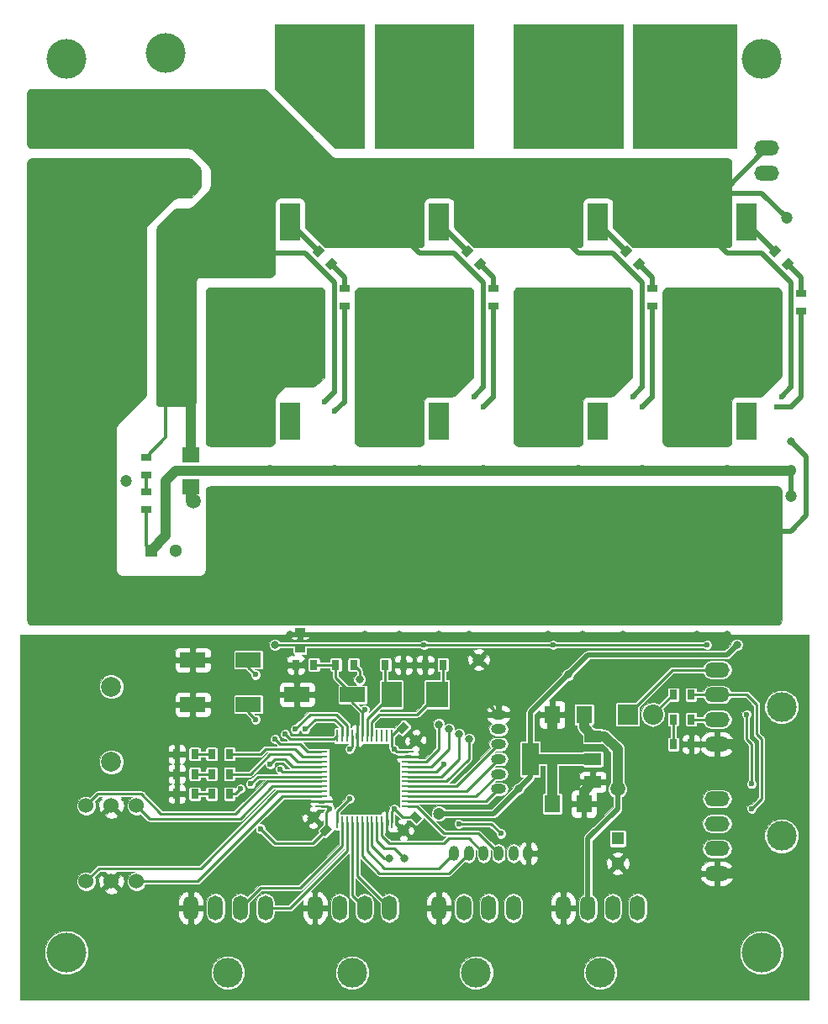
<source format=gbr>
G04 #@! TF.FileFunction,Copper,L1,Top,Signal*
%FSLAX46Y46*%
G04 Gerber Fmt 4.6, Leading zero omitted, Abs format (unit mm)*
G04 Created by KiCad (PCBNEW 4.0.4-stable) date 10/09/16 00:30:52*
%MOMM*%
%LPD*%
G01*
G04 APERTURE LIST*
%ADD10C,0.100000*%
%ADD11C,1.700000*%
%ADD12R,1.700000X1.700000*%
%ADD13O,1.500000X2.500000*%
%ADD14C,3.000000*%
%ADD15R,1.998980X3.799840*%
%ADD16R,11.501120X8.999220*%
%ADD17R,0.250000X1.300000*%
%ADD18R,1.300000X0.250000*%
%ADD19C,1.300000*%
%ADD20R,1.300000X1.300000*%
%ADD21O,2.500000X1.500000*%
%ADD22R,2.032000X2.032000*%
%ADD23O,2.032000X2.032000*%
%ADD24C,2.000000*%
%ADD25C,4.000000*%
%ADD26R,1.800000X1.600000*%
%ADD27R,2.200000X2.600000*%
%ADD28R,2.000000X2.600000*%
%ADD29R,0.800000X1.000000*%
%ADD30R,1.000000X0.800000*%
%ADD31R,1.600000X1.800000*%
%ADD32O,1.000000X1.524000*%
%ADD33C,1.524000*%
%ADD34R,1.700000X1.200000*%
%ADD35R,1.700000X3.300000*%
%ADD36C,2.500000*%
%ADD37C,5.000000*%
%ADD38R,2.600000X1.500000*%
%ADD39C,4.064000*%
%ADD40C,1.200000*%
%ADD41O,1.524000X1.000000*%
%ADD42C,1.500000*%
%ADD43C,0.800000*%
%ADD44C,0.600000*%
%ADD45C,0.500000*%
%ADD46C,0.250000*%
%ADD47C,0.300000*%
%ADD48C,1.000000*%
%ADD49C,0.026000*%
G04 APERTURE END LIST*
D10*
D11*
X15000000Y-25000000D03*
D12*
X10000000Y-25000000D03*
D13*
X17500000Y-90500000D03*
X20000000Y-90500000D03*
X22500000Y-90500000D03*
X25000000Y-90500000D03*
D14*
X21250000Y-97000000D03*
D13*
X30000000Y-90500000D03*
X32500000Y-90500000D03*
X35000000Y-90500000D03*
X37500000Y-90500000D03*
D14*
X33750000Y-97000000D03*
D15*
X27499360Y-41450100D03*
X22500640Y-41450100D03*
D16*
X25000000Y-52549900D03*
D17*
X37750000Y-73150000D03*
X37250000Y-73150000D03*
X36750000Y-73150000D03*
X36250000Y-73150000D03*
X35750000Y-73150000D03*
X35250000Y-73150000D03*
X34750000Y-73150000D03*
X34250000Y-73150000D03*
X33750000Y-73150000D03*
X33250000Y-73150000D03*
X32750000Y-73150000D03*
X32250000Y-73150000D03*
D18*
X30650000Y-74750000D03*
X30650000Y-75250000D03*
X30650000Y-75750000D03*
X30650000Y-76250000D03*
X30650000Y-76750000D03*
X30650000Y-77250000D03*
X30650000Y-77750000D03*
X30650000Y-78250000D03*
X30650000Y-78750000D03*
X30650000Y-79250000D03*
X30650000Y-79750000D03*
X30650000Y-80250000D03*
D17*
X32250000Y-81850000D03*
X32750000Y-81850000D03*
X33250000Y-81850000D03*
X33750000Y-81850000D03*
X34250000Y-81850000D03*
X34750000Y-81850000D03*
X35250000Y-81850000D03*
X35750000Y-81850000D03*
X36250000Y-81850000D03*
X36750000Y-81850000D03*
X37250000Y-81850000D03*
X37750000Y-81850000D03*
D18*
X39350000Y-80250000D03*
X39350000Y-79750000D03*
X39350000Y-79250000D03*
X39350000Y-78750000D03*
X39350000Y-78250000D03*
X39350000Y-77750000D03*
X39350000Y-77250000D03*
X39350000Y-76750000D03*
X39350000Y-76250000D03*
X39350000Y-75750000D03*
X39350000Y-75250000D03*
X39350000Y-74750000D03*
D19*
X60500000Y-86000000D03*
D20*
X60500000Y-83500000D03*
D21*
X70500000Y-87000000D03*
X70500000Y-84500000D03*
X70500000Y-82000000D03*
X70500000Y-79500000D03*
D14*
X77000000Y-83250000D03*
D15*
X58499360Y-41450100D03*
X53500640Y-41450100D03*
D16*
X56000000Y-52549900D03*
D22*
X61500000Y-71000000D03*
D23*
X64040000Y-71000000D03*
D15*
X42499360Y-41450100D03*
X37500640Y-41450100D03*
D16*
X40000000Y-52549900D03*
D15*
X42499360Y-21450100D03*
X37500640Y-21450100D03*
D16*
X40000000Y-32549900D03*
D15*
X27499360Y-21450100D03*
X22500640Y-21450100D03*
D16*
X25000000Y-32549900D03*
D15*
X73499360Y-41450100D03*
X68500640Y-41450100D03*
D16*
X71000000Y-52549900D03*
D15*
X73499360Y-21450100D03*
X68500640Y-21450100D03*
D16*
X71000000Y-32549900D03*
D15*
X58499360Y-21450100D03*
X53500640Y-21450100D03*
D16*
X56000000Y-32549900D03*
D24*
X17540000Y-12000000D03*
X17540000Y-17080000D03*
X12460000Y-12000000D03*
X12460000Y-17080000D03*
D25*
X15000000Y-4380000D03*
D26*
X17500000Y-48100000D03*
X17500000Y-44900000D03*
D27*
X42300000Y-69000000D03*
D28*
X37700000Y-69000000D03*
D29*
X28100000Y-66000000D03*
X29900000Y-66000000D03*
X42900000Y-66000000D03*
X41100000Y-66000000D03*
X37100000Y-66000000D03*
X38900000Y-66000000D03*
D10*
G36*
X38934315Y-83272792D02*
X38227208Y-82565685D01*
X38792893Y-82000000D01*
X39500000Y-82707107D01*
X38934315Y-83272792D01*
X38934315Y-83272792D01*
G37*
G36*
X40207107Y-82000000D02*
X39500000Y-81292893D01*
X40065685Y-80727208D01*
X40772792Y-81434315D01*
X40207107Y-82000000D01*
X40207107Y-82000000D01*
G37*
G36*
X29227208Y-81434315D02*
X29934315Y-80727208D01*
X30500000Y-81292893D01*
X29792893Y-82000000D01*
X29227208Y-81434315D01*
X29227208Y-81434315D01*
G37*
G36*
X30500000Y-82707107D02*
X31207107Y-82000000D01*
X31772792Y-82565685D01*
X31065685Y-83272792D01*
X30500000Y-82707107D01*
X30500000Y-82707107D01*
G37*
D29*
X33900000Y-66000000D03*
X32100000Y-66000000D03*
X17900000Y-77000000D03*
X16100000Y-77000000D03*
D30*
X48000000Y-28100000D03*
X48000000Y-29900000D03*
X33000000Y-28100000D03*
X33000000Y-29900000D03*
X79000000Y-28600000D03*
X79000000Y-30400000D03*
X64000000Y-28100000D03*
X64000000Y-29900000D03*
D29*
X67900000Y-69000000D03*
X66100000Y-69000000D03*
D10*
G36*
X40772792Y-73565685D02*
X40065685Y-74272792D01*
X39500000Y-73707107D01*
X40207107Y-73000000D01*
X40772792Y-73565685D01*
X40772792Y-73565685D01*
G37*
G36*
X39500000Y-72292893D02*
X38792893Y-73000000D01*
X38227208Y-72434315D01*
X38934315Y-71727208D01*
X39500000Y-72292893D01*
X39500000Y-72292893D01*
G37*
G36*
X47272792Y-25565685D02*
X46565685Y-26272792D01*
X46000000Y-25707107D01*
X46707107Y-25000000D01*
X47272792Y-25565685D01*
X47272792Y-25565685D01*
G37*
G36*
X46000000Y-24292893D02*
X45292893Y-25000000D01*
X44727208Y-24434315D01*
X45434315Y-23727208D01*
X46000000Y-24292893D01*
X46000000Y-24292893D01*
G37*
G36*
X32272792Y-25565685D02*
X31565685Y-26272792D01*
X31000000Y-25707107D01*
X31707107Y-25000000D01*
X32272792Y-25565685D01*
X32272792Y-25565685D01*
G37*
G36*
X31000000Y-24292893D02*
X30292893Y-25000000D01*
X29727208Y-24434315D01*
X30434315Y-23727208D01*
X31000000Y-24292893D01*
X31000000Y-24292893D01*
G37*
G36*
X78272792Y-25565685D02*
X77565685Y-26272792D01*
X77000000Y-25707107D01*
X77707107Y-25000000D01*
X78272792Y-25565685D01*
X78272792Y-25565685D01*
G37*
G36*
X77000000Y-24292893D02*
X76292893Y-25000000D01*
X75727208Y-24434315D01*
X76434315Y-23727208D01*
X77000000Y-24292893D01*
X77000000Y-24292893D01*
G37*
G36*
X63272792Y-25565685D02*
X62565685Y-26272792D01*
X62000000Y-25707107D01*
X62707107Y-25000000D01*
X63272792Y-25565685D01*
X63272792Y-25565685D01*
G37*
G36*
X62000000Y-24292893D02*
X61292893Y-25000000D01*
X60727208Y-24434315D01*
X61434315Y-23727208D01*
X62000000Y-24292893D01*
X62000000Y-24292893D01*
G37*
D21*
X70500000Y-74000000D03*
X70500000Y-71500000D03*
X70500000Y-69000000D03*
X70500000Y-66500000D03*
D14*
X77000000Y-70250000D03*
D29*
X17900000Y-79000000D03*
X16100000Y-79000000D03*
X66100000Y-74000000D03*
X67900000Y-74000000D03*
D30*
X13000000Y-46900000D03*
X13000000Y-45100000D03*
D31*
X53900000Y-80000000D03*
X57100000Y-80000000D03*
D32*
X51500000Y-85000000D03*
X50000000Y-85000000D03*
X48500000Y-85000000D03*
X47000000Y-85000000D03*
X45500000Y-85000000D03*
X44000000Y-85000000D03*
D33*
X12040000Y-80190000D03*
X9500000Y-80190000D03*
X6960000Y-80190000D03*
X6960000Y-87810000D03*
X9500000Y-87810000D03*
X12040000Y-87810000D03*
D11*
X15000000Y-38000000D03*
D12*
X10000000Y-38000000D03*
D24*
X9500000Y-75799840D03*
X9500000Y-68200160D03*
D29*
X17900000Y-75000000D03*
X16100000Y-75000000D03*
D13*
X55000000Y-90500000D03*
X57500000Y-90500000D03*
X60000000Y-90500000D03*
X62500000Y-90500000D03*
D14*
X58750000Y-97000000D03*
D13*
X42500000Y-90500000D03*
X45000000Y-90500000D03*
X47500000Y-90500000D03*
X50000000Y-90500000D03*
D14*
X46250000Y-97000000D03*
D30*
X28500000Y-62600000D03*
X28500000Y-64400000D03*
D29*
X21400000Y-77000000D03*
X19600000Y-77000000D03*
X21400000Y-79000000D03*
X19600000Y-79000000D03*
X67900000Y-71500000D03*
X66100000Y-71500000D03*
D30*
X13000000Y-50400000D03*
X13000000Y-48600000D03*
D29*
X21400000Y-75000000D03*
X19600000Y-75000000D03*
D31*
X57100000Y-71000000D03*
X53900000Y-71000000D03*
D34*
X58000000Y-77800000D03*
X58000000Y-75500000D03*
X58000000Y-73200000D03*
D35*
X51700000Y-75500000D03*
D36*
X38000000Y-12250000D03*
X32920000Y-12250000D03*
D37*
X41810000Y-4630000D03*
X29110000Y-4630000D03*
D36*
X64000000Y-12250000D03*
X58920000Y-12250000D03*
D37*
X67810000Y-4630000D03*
X55110000Y-4630000D03*
D19*
X16000000Y-54500000D03*
D20*
X13500000Y-54500000D03*
D38*
X28200000Y-69000000D03*
X33800000Y-69000000D03*
X17700000Y-65500000D03*
X23300000Y-65500000D03*
X17700000Y-70000000D03*
X23300000Y-70000000D03*
D39*
X4000000Y-11000000D03*
X4000000Y-18000000D03*
D40*
X42500000Y-81000000D03*
X46500000Y-65500000D03*
X11000000Y-47500000D03*
X77500000Y-21000000D03*
X78000000Y-49000000D03*
D21*
X75500000Y-16500000D03*
X75500000Y-14000000D03*
D41*
X48500000Y-71000000D03*
X48500000Y-72500000D03*
X48500000Y-74000000D03*
X48500000Y-75500000D03*
X48500000Y-77000000D03*
X48500000Y-78500000D03*
D25*
X75000000Y-95000000D03*
X5000000Y-95000000D03*
X5000000Y-5000000D03*
X75000000Y-5000000D03*
D42*
X56000000Y-74000000D03*
D43*
X45500000Y-67500000D03*
X45500000Y-63000000D03*
X38863604Y-82636396D03*
X35000000Y-63000000D03*
X38500000Y-63000000D03*
X53500000Y-63000000D03*
X68500000Y-63000000D03*
X61000000Y-63000000D03*
D44*
X41500000Y-73500000D03*
D43*
X27500000Y-63000000D03*
X42500000Y-63000000D03*
X57000000Y-63000000D03*
X71500000Y-63000000D03*
D44*
X44500000Y-82000000D03*
X48730000Y-83000000D03*
X35000000Y-70500000D03*
D43*
X50500000Y-78500000D03*
X72500000Y-64000000D03*
D44*
X22500000Y-78500000D03*
X24500000Y-82500000D03*
X31500000Y-80500000D03*
D43*
X55500000Y-67000000D03*
X34500000Y-67500000D03*
D44*
X38000000Y-74500000D03*
X33500000Y-74500000D03*
X38000000Y-80500000D03*
X77000000Y-39000000D03*
X78000000Y-38000000D03*
X62000000Y-39000000D03*
X63000000Y-38000000D03*
X46000000Y-39000000D03*
X47000000Y-38000000D03*
X32000000Y-38500000D03*
X31000000Y-39500000D03*
D42*
X17000000Y-39000000D03*
X17000000Y-25000000D03*
X19000000Y-25000000D03*
X19000000Y-21000000D03*
X21000000Y-21000000D03*
X21000000Y-23000000D03*
X19000000Y-23000000D03*
X17000000Y-23000000D03*
X15000000Y-23000000D03*
X17000000Y-21000000D03*
X22000000Y-19000000D03*
X20000000Y-19000000D03*
X25000000Y-11000000D03*
X25000000Y-13000000D03*
X23000000Y-11000000D03*
X23000000Y-13000000D03*
X23000000Y-15000000D03*
X21000000Y-11000000D03*
X21000000Y-13000000D03*
X21000000Y-15000000D03*
X21000000Y-17000000D03*
X21000000Y-9000000D03*
X23000000Y-9000000D03*
X14000000Y-9000000D03*
X14000000Y-11000000D03*
X14000000Y-13000000D03*
X16000000Y-13000000D03*
X16000000Y-11000000D03*
X16000000Y-9000000D03*
X19000000Y-9000000D03*
X19000000Y-11000000D03*
X19000000Y-13000000D03*
X7000000Y-9000000D03*
X7000000Y-11000000D03*
X7000000Y-13000000D03*
X9000000Y-13000000D03*
X9000000Y-11000000D03*
X9000000Y-9000000D03*
X11000000Y-9000000D03*
X11000000Y-11000000D03*
X11000000Y-13000000D03*
X28000000Y-8000000D03*
X30000000Y-8000000D03*
X30000000Y-10000000D03*
X34000000Y-9000000D03*
X34000000Y-7000000D03*
X34000000Y-5000000D03*
X34000000Y-3000000D03*
X32000000Y-3000000D03*
X32000000Y-6000000D03*
X32000000Y-8000000D03*
X32000000Y-10000000D03*
X26000000Y-37000000D03*
X28000000Y-37000000D03*
X30000000Y-37000000D03*
X20000000Y-41000000D03*
X24000000Y-37000000D03*
X22000000Y-37000000D03*
X20000000Y-37000000D03*
X20000000Y-39000000D03*
X22000000Y-39000000D03*
X20000000Y-29000000D03*
X22000000Y-29000000D03*
X24000000Y-29000000D03*
X26000000Y-29000000D03*
X28000000Y-29000000D03*
X30000000Y-29000000D03*
X30000000Y-31000000D03*
X30000000Y-33000000D03*
X30000000Y-35000000D03*
X28000000Y-35000000D03*
X28000000Y-33000000D03*
X28000000Y-31000000D03*
X26000000Y-31000000D03*
X26000000Y-33000000D03*
X26000000Y-35000000D03*
X24000000Y-35000000D03*
X24000000Y-33000000D03*
X24000000Y-31000000D03*
X22000000Y-31000000D03*
X22000000Y-33000000D03*
X22000000Y-35000000D03*
X20000000Y-35000000D03*
X20000000Y-33000000D03*
X20000000Y-31000000D03*
D43*
X25500000Y-43000000D03*
D42*
X56000000Y-10000000D03*
X56000000Y-8000000D03*
X54000000Y-8000000D03*
X60000000Y-9000000D03*
X60000000Y-7000000D03*
X60000000Y-5000000D03*
X60000000Y-3000000D03*
X58000000Y-3000000D03*
X58000000Y-6000000D03*
X58000000Y-8000000D03*
X58000000Y-10000000D03*
X57000000Y-37000000D03*
X59000000Y-37000000D03*
X61000000Y-37000000D03*
X51000000Y-35000000D03*
X51000000Y-33000000D03*
X51000000Y-31000000D03*
X51000000Y-29000000D03*
X53000000Y-29000000D03*
X53000000Y-31000000D03*
X53000000Y-33000000D03*
X53000000Y-35000000D03*
X55000000Y-35000000D03*
X57000000Y-35000000D03*
X59000000Y-35000000D03*
X61000000Y-35000000D03*
X61000000Y-33000000D03*
X59000000Y-33000000D03*
X57000000Y-33000000D03*
X55000000Y-33000000D03*
X55000000Y-31000000D03*
X57000000Y-31000000D03*
X59000000Y-31000000D03*
X61000000Y-31000000D03*
X61000000Y-29000000D03*
X59000000Y-29000000D03*
X57000000Y-29000000D03*
X55000000Y-29000000D03*
X51000000Y-37000000D03*
X53000000Y-37000000D03*
X55000000Y-37000000D03*
X51000000Y-41000000D03*
X51000000Y-39000000D03*
X53000000Y-39000000D03*
D43*
X56500000Y-43000000D03*
D42*
X9000000Y-56500000D03*
X9000000Y-54500000D03*
X7000000Y-54500000D03*
X5000000Y-54500000D03*
X3000000Y-54500000D03*
X3000000Y-52500000D03*
X5000000Y-52500000D03*
X7000000Y-52500000D03*
X9000000Y-52500000D03*
X5000000Y-56500000D03*
X7000000Y-56500000D03*
X5000000Y-58500000D03*
X5000000Y-60500000D03*
X3000000Y-60500000D03*
X3000000Y-58500000D03*
X3000000Y-56500000D03*
X13000000Y-60500000D03*
X11000000Y-60500000D03*
X11000000Y-58500000D03*
X9000000Y-58500000D03*
X9000000Y-60500000D03*
X7000000Y-60500000D03*
X7000000Y-58500000D03*
X17000000Y-58500000D03*
X17000000Y-60500000D03*
X15000000Y-60500000D03*
X15000000Y-58500000D03*
X13000000Y-58500000D03*
X14000000Y-18500000D03*
X14000000Y-16000000D03*
X16000000Y-16000000D03*
X7000000Y-18500000D03*
X9000000Y-18500000D03*
X11000000Y-18500000D03*
X7000000Y-16500000D03*
X9000000Y-16500000D03*
X11000000Y-16500000D03*
D43*
X78000000Y-43500000D03*
D44*
X29000000Y-72500000D03*
X28000000Y-72500000D03*
X26500000Y-76500000D03*
X25500000Y-76000000D03*
X74000000Y-78000000D03*
X73500000Y-71000000D03*
X74000000Y-80500000D03*
D42*
X41000000Y-10000000D03*
X41000000Y-8000000D03*
X43000000Y-8000000D03*
X39000000Y-10000000D03*
X39000000Y-8000000D03*
X39000000Y-6000000D03*
X39000000Y-3000000D03*
X37000000Y-3000000D03*
X37000000Y-5000000D03*
X37000000Y-7000000D03*
X37000000Y-9000000D03*
X41000000Y-37000000D03*
X43000000Y-37000000D03*
X45000000Y-37000000D03*
X35000000Y-41000000D03*
X35000000Y-39000000D03*
X37000000Y-39000000D03*
X45000000Y-35000000D03*
X43000000Y-35000000D03*
X41000000Y-35000000D03*
X39000000Y-35000000D03*
X37000000Y-35000000D03*
X35000000Y-35000000D03*
X35000000Y-37000000D03*
X37000000Y-37000000D03*
X39000000Y-37000000D03*
X35000000Y-29000000D03*
X37000000Y-29000000D03*
X39000000Y-29000000D03*
X41000000Y-29000000D03*
X43000000Y-29000000D03*
X45000000Y-29000000D03*
X45000000Y-31000000D03*
X43000000Y-31000000D03*
X41000000Y-31000000D03*
X39000000Y-31000000D03*
X37000000Y-31000000D03*
X35000000Y-31000000D03*
X35000000Y-33000000D03*
X37000000Y-33000000D03*
X39000000Y-33000000D03*
X41000000Y-33000000D03*
X43000000Y-33000000D03*
X45000000Y-33000000D03*
D43*
X40500000Y-43000000D03*
D42*
X67000000Y-10000000D03*
X67000000Y-8000000D03*
X69000000Y-8000000D03*
X63000000Y-9000000D03*
X63000000Y-7000000D03*
X63000000Y-5000000D03*
X63000000Y-3000000D03*
X65000000Y-3000000D03*
X65000000Y-6000000D03*
X65000000Y-8000000D03*
X65000000Y-10000000D03*
X72000000Y-37000000D03*
X74000000Y-37000000D03*
X76000000Y-37000000D03*
X66000000Y-31000000D03*
X68000000Y-31000000D03*
X70000000Y-31000000D03*
X72000000Y-31000000D03*
X74000000Y-31000000D03*
X76000000Y-31000000D03*
X76000000Y-29000000D03*
X74000000Y-29000000D03*
X72000000Y-29000000D03*
X70000000Y-29000000D03*
X68000000Y-29000000D03*
X66000000Y-29000000D03*
X66000000Y-35000000D03*
X68000000Y-35000000D03*
X70000000Y-35000000D03*
X72000000Y-35000000D03*
X74000000Y-35000000D03*
X76000000Y-35000000D03*
X76000000Y-33000000D03*
X74000000Y-33000000D03*
X72000000Y-33000000D03*
X70000000Y-33000000D03*
X68000000Y-33000000D03*
X66000000Y-33000000D03*
X66000000Y-37000000D03*
X68000000Y-37000000D03*
X70000000Y-37000000D03*
X66000000Y-41000000D03*
X66000000Y-39000000D03*
X68000000Y-39000000D03*
D43*
X71500000Y-43000000D03*
D44*
X43000000Y-76000000D03*
X47000000Y-40000000D03*
X48000000Y-39000000D03*
X32000000Y-40500000D03*
X33000000Y-39500000D03*
X76500000Y-40000000D03*
X78000000Y-40000000D03*
X63000000Y-40000000D03*
X64000000Y-39000000D03*
X33500000Y-79500000D03*
X69500000Y-64000000D03*
X41000000Y-64000000D03*
X54000000Y-64000000D03*
D43*
X26000000Y-64000000D03*
X37500000Y-85500000D03*
X43500000Y-72500000D03*
X42500000Y-72000000D03*
X45500000Y-73500000D03*
X44500000Y-73000000D03*
X39000000Y-85500000D03*
X78000000Y-46400000D03*
X25500000Y-46400000D03*
X32000000Y-46400000D03*
X71500000Y-46400000D03*
X63000000Y-46400000D03*
X56500000Y-46400000D03*
X47000000Y-46400000D03*
X40500000Y-46400000D03*
X42500000Y-41500000D03*
X27500000Y-41500000D03*
X73500000Y-41500000D03*
X58500000Y-41500000D03*
D44*
X23500000Y-78000000D03*
D42*
X17786000Y-49500000D03*
X60500000Y-78500000D03*
D44*
X24000000Y-67000000D03*
X27000000Y-73000000D03*
X24000000Y-71500000D03*
X26000000Y-73500000D03*
D45*
X55000000Y-90500000D02*
X55000000Y-86500000D01*
X55000000Y-86500000D02*
X53500000Y-85000000D01*
X53500000Y-85000000D02*
X51500000Y-85000000D01*
D46*
X17700000Y-72000000D02*
X17700000Y-72300000D01*
X17700000Y-72300000D02*
X16100000Y-73900000D01*
X16100000Y-73900000D02*
X16100000Y-75000000D01*
D45*
X42500000Y-92500000D02*
X43500000Y-93500000D01*
X43500000Y-93500000D02*
X54000000Y-93500000D01*
X54000000Y-93500000D02*
X55000000Y-92500000D01*
X55000000Y-92500000D02*
X55000000Y-90500000D01*
D47*
X45500000Y-67500000D02*
X45500000Y-68000000D01*
X45500000Y-68000000D02*
X48500000Y-71000000D01*
D46*
X38900000Y-66000000D02*
X38900000Y-64900000D01*
X38900000Y-64900000D02*
X38500000Y-64500000D01*
X38500000Y-64500000D02*
X37400000Y-64500000D01*
X28200000Y-69000000D02*
X30500000Y-69000000D01*
X30500000Y-69000000D02*
X32000000Y-70500000D01*
D48*
X56000000Y-74000000D02*
X55000000Y-74000000D01*
X55000000Y-74000000D02*
X53900000Y-72900000D01*
X53900000Y-72900000D02*
X53900000Y-71000000D01*
X57100000Y-80000000D02*
X57100000Y-78700000D01*
X57100000Y-78700000D02*
X58000000Y-77800000D01*
D45*
X30000000Y-92500000D02*
X31000000Y-93500000D01*
X31000000Y-93500000D02*
X41500000Y-93500000D01*
X41500000Y-93500000D02*
X42500000Y-92500000D01*
X42500000Y-92500000D02*
X42500000Y-90500000D01*
X17500000Y-90500000D02*
X17500000Y-92500000D01*
X17500000Y-92500000D02*
X18500000Y-93500000D01*
X18500000Y-93500000D02*
X29000000Y-93500000D01*
X29000000Y-93500000D02*
X30000000Y-92500000D01*
X30000000Y-92500000D02*
X30000000Y-90500000D01*
D46*
X28100000Y-66000000D02*
X28500000Y-66000000D01*
X28500000Y-66000000D02*
X30000000Y-64500000D01*
X17700000Y-70000000D02*
X17700000Y-72000000D01*
X17700000Y-72000000D02*
X17700000Y-72200000D01*
X17700000Y-72200000D02*
X19500000Y-74000000D01*
X17700000Y-65500000D02*
X17700000Y-70000000D01*
X19500000Y-74000000D02*
X24500000Y-74000000D01*
X24500000Y-74000000D02*
X28200000Y-70300000D01*
X28200000Y-70300000D02*
X28200000Y-69000000D01*
X16100000Y-77000000D02*
X16100000Y-75000000D01*
X16100000Y-79000000D02*
X16100000Y-77000000D01*
X35250000Y-75250000D02*
X39350000Y-75250000D01*
X34250000Y-74250000D02*
X35250000Y-75250000D01*
X32000000Y-79750000D02*
X33250000Y-78500000D01*
X33250000Y-78500000D02*
X35000000Y-78500000D01*
X35000000Y-78500000D02*
X36500000Y-80000000D01*
X41000000Y-74500000D02*
X41500000Y-74000000D01*
X41500000Y-74000000D02*
X41500000Y-73500000D01*
X67900000Y-74000000D02*
X70500000Y-74000000D01*
X37250000Y-81850000D02*
X37250000Y-82750000D01*
X38500000Y-83000000D02*
X38863604Y-82636396D01*
X37500000Y-83000000D02*
X38500000Y-83000000D01*
X37250000Y-82750000D02*
X37500000Y-83000000D01*
X40136396Y-73636396D02*
X41000000Y-74500000D01*
X40750000Y-75250000D02*
X41000000Y-75000000D01*
X41000000Y-75000000D02*
X41000000Y-74500000D01*
X40750000Y-75250000D02*
X39350000Y-75250000D01*
X34250000Y-73150000D02*
X34250000Y-74250000D01*
X30650000Y-79750000D02*
X32000000Y-79750000D01*
X37250000Y-80750000D02*
X37250000Y-81850000D01*
X36500000Y-80000000D02*
X37250000Y-80750000D01*
X29000000Y-79750000D02*
X29000000Y-80500000D01*
X29000000Y-80500000D02*
X29863604Y-81363604D01*
X30650000Y-79750000D02*
X29000000Y-79750000D01*
X32000000Y-70500000D02*
X33500000Y-70500000D01*
X33500000Y-70500000D02*
X34250000Y-71250000D01*
X34250000Y-71250000D02*
X34250000Y-73150000D01*
X30000000Y-64500000D02*
X37400000Y-64500000D01*
X38900000Y-66000000D02*
X41100000Y-66000000D01*
X28200000Y-69000000D02*
X28100000Y-68900000D01*
X28100000Y-68900000D02*
X28100000Y-66000000D01*
X29100000Y-69400000D02*
X29200000Y-69500000D01*
D45*
X27500000Y-63000000D02*
X28000000Y-63000000D01*
X28000000Y-63000000D02*
X35000000Y-63000000D01*
X35000000Y-63000000D02*
X38500000Y-63000000D01*
X38500000Y-63000000D02*
X42500000Y-63000000D01*
X42500000Y-63000000D02*
X45500000Y-63000000D01*
X45500000Y-63000000D02*
X53500000Y-63000000D01*
X53500000Y-63000000D02*
X57000000Y-63000000D01*
X57000000Y-63000000D02*
X61000000Y-63000000D01*
X61000000Y-63000000D02*
X68500000Y-63000000D01*
X68500000Y-63000000D02*
X71500000Y-63000000D01*
D48*
X70500000Y-74000000D02*
X72000000Y-74000000D01*
X72000000Y-74000000D02*
X72500000Y-74500000D01*
X72500000Y-74500000D02*
X72500000Y-86500000D01*
X72500000Y-86500000D02*
X72000000Y-87000000D01*
X72000000Y-87000000D02*
X70500000Y-87000000D01*
D46*
X44500000Y-82000000D02*
X44500000Y-82000000D01*
X48730000Y-83000000D02*
X47730000Y-82000000D01*
X47730000Y-82000000D02*
X44500000Y-82000000D01*
X34750000Y-71000000D02*
X34750000Y-70750000D01*
X34750000Y-70750000D02*
X35000000Y-70500000D01*
X34750000Y-73150000D02*
X34750000Y-71000000D01*
X34750000Y-71000000D02*
X34750000Y-70750000D01*
X34750000Y-70750000D02*
X33800000Y-69800000D01*
X33800000Y-69800000D02*
X33800000Y-69000000D01*
X32100000Y-66000000D02*
X32100000Y-67300000D01*
X32100000Y-67300000D02*
X33800000Y-69000000D01*
X29900000Y-66000000D02*
X32100000Y-66000000D01*
X34900000Y-69400000D02*
X34800000Y-69500000D01*
X34750000Y-69550000D02*
X34800000Y-69500000D01*
X35750000Y-73150000D02*
X35750000Y-71750000D01*
X40300000Y-71000000D02*
X42300000Y-69000000D01*
X36500000Y-71000000D02*
X40300000Y-71000000D01*
X35750000Y-71750000D02*
X36500000Y-71000000D01*
X42900000Y-66000000D02*
X42900000Y-68400000D01*
X42900000Y-68400000D02*
X42300000Y-69000000D01*
X42900000Y-68900000D02*
X42300000Y-69500000D01*
X35250000Y-73150000D02*
X35250000Y-71450000D01*
X35250000Y-71450000D02*
X37700000Y-69000000D01*
X37100000Y-66000000D02*
X37100000Y-68400000D01*
X37100000Y-68400000D02*
X37700000Y-69000000D01*
X37100000Y-68900000D02*
X37700000Y-69500000D01*
D45*
X42500000Y-81000000D02*
X48000000Y-81000000D01*
X48000000Y-81000000D02*
X48500000Y-80500000D01*
X48500000Y-80500000D02*
X50500000Y-78500000D01*
D48*
X53900000Y-80000000D02*
X53900000Y-75500000D01*
X53900000Y-75500000D02*
X54000000Y-75500000D01*
X51700000Y-75500000D02*
X54000000Y-75500000D01*
X54000000Y-75500000D02*
X58000000Y-75500000D01*
D45*
X55500000Y-67000000D02*
X57500000Y-65000000D01*
X57500000Y-65000000D02*
X71500000Y-65000000D01*
X71500000Y-65000000D02*
X72500000Y-64000000D01*
D46*
X21400000Y-79000000D02*
X22000000Y-79000000D01*
X22000000Y-79000000D02*
X22500000Y-78500000D01*
X24500000Y-82500000D02*
X26000000Y-84000000D01*
X26000000Y-84000000D02*
X29772792Y-84000000D01*
X29772792Y-84000000D02*
X31136396Y-82636396D01*
X31136396Y-82636396D02*
X31136396Y-80863604D01*
X31136396Y-80863604D02*
X31500000Y-80500000D01*
X30650000Y-80250000D02*
X31250000Y-80250000D01*
X31250000Y-80250000D02*
X31500000Y-80500000D01*
D45*
X55500000Y-67000000D02*
X51700000Y-70800000D01*
X51700000Y-70800000D02*
X51700000Y-75500000D01*
X51700000Y-75500000D02*
X51700000Y-77300000D01*
X51700000Y-77300000D02*
X50500000Y-78500000D01*
D46*
X33900000Y-66000000D02*
X34500000Y-66600000D01*
X34500000Y-66600000D02*
X34500000Y-67500000D01*
X38863604Y-72363604D02*
X38536396Y-72363604D01*
X38536396Y-72363604D02*
X37750000Y-73150000D01*
X38000000Y-80500000D02*
X38863604Y-81363604D01*
X38863604Y-81363604D02*
X40136396Y-81363604D01*
X33750000Y-73150000D02*
X33750000Y-74250000D01*
X33750000Y-74250000D02*
X33500000Y-74500000D01*
X37750000Y-80750000D02*
X38000000Y-80500000D01*
X37750000Y-80750000D02*
X37750000Y-81850000D01*
X37750000Y-73150000D02*
X37750000Y-74250000D01*
X38250000Y-74750000D02*
X38000000Y-74500000D01*
X38250000Y-74750000D02*
X39350000Y-74750000D01*
X37750000Y-74250000D02*
X38000000Y-74500000D01*
X70500000Y-71500000D02*
X67900000Y-71500000D01*
D45*
X77500000Y-21000000D02*
X75000000Y-18500000D01*
X75000000Y-18500000D02*
X71000000Y-18500000D01*
X68500640Y-21450100D02*
X70500000Y-19450740D01*
X70500000Y-19450740D02*
X70500000Y-19000000D01*
X70500000Y-19000000D02*
X71000000Y-18500000D01*
X71000000Y-18500000D02*
X75500000Y-14000000D01*
D47*
X13000000Y-45100000D02*
X15000000Y-43100000D01*
X15000000Y-43100000D02*
X15000000Y-38000000D01*
D48*
X17500000Y-44900000D02*
X17500000Y-39500000D01*
X17500000Y-39500000D02*
X17000000Y-39000000D01*
D45*
X78000000Y-37000000D02*
X78000000Y-38000000D01*
X77000000Y-39000000D02*
X78000000Y-38000000D01*
X63000000Y-37000000D02*
X63000000Y-38000000D01*
X62000000Y-39000000D02*
X63000000Y-38000000D01*
X47000000Y-37000000D02*
X47000000Y-38000000D01*
X46000000Y-39000000D02*
X47000000Y-38000000D01*
X32000000Y-38500000D02*
X32000000Y-37000000D01*
X32000000Y-38500000D02*
X31000000Y-39500000D01*
D46*
X17000000Y-23000000D02*
X17000000Y-25000000D01*
X17000000Y-21000000D02*
X19000000Y-21000000D01*
X21000000Y-23000000D02*
X19000000Y-23000000D01*
X17000000Y-23000000D02*
X15000000Y-23000000D01*
X22000000Y-19000000D02*
X20000000Y-19000000D01*
X25000000Y-11000000D02*
X25000000Y-13000000D01*
X23000000Y-9000000D02*
X23000000Y-11000000D01*
X23000000Y-13000000D02*
X23000000Y-15000000D01*
X21000000Y-9000000D02*
X21000000Y-11000000D01*
X21000000Y-13000000D02*
X21000000Y-15000000D01*
X19000000Y-9000000D02*
X21000000Y-9000000D01*
X14000000Y-9000000D02*
X14000000Y-11000000D01*
X14000000Y-13000000D02*
X16000000Y-13000000D01*
X16000000Y-11000000D02*
X16000000Y-9000000D01*
X19000000Y-9000000D02*
X19000000Y-11000000D01*
X12460000Y-12000000D02*
X10000000Y-12000000D01*
X10000000Y-12000000D02*
X7000000Y-9000000D01*
X7000000Y-11000000D02*
X7000000Y-13000000D01*
X9000000Y-13000000D02*
X9000000Y-11000000D01*
X9000000Y-9000000D02*
X11000000Y-9000000D01*
X11000000Y-11000000D02*
X11000000Y-13000000D01*
D45*
X78000000Y-37000000D02*
X78000000Y-27500000D01*
X71550540Y-24500000D02*
X68500640Y-21450100D01*
X75000000Y-24500000D02*
X71550540Y-24500000D01*
X78000000Y-27500000D02*
X75000000Y-24500000D01*
X56550540Y-24500000D02*
X53500640Y-21450100D01*
X60000000Y-24500000D02*
X56550540Y-24500000D01*
X63000000Y-27500000D02*
X60000000Y-24500000D01*
X63000000Y-37000000D02*
X63000000Y-27500000D01*
X37500640Y-21450100D02*
X40550540Y-24500000D01*
X40550540Y-24500000D02*
X44000000Y-24500000D01*
X44000000Y-24500000D02*
X47000000Y-27500000D01*
X47000000Y-27500000D02*
X47000000Y-37000000D01*
X22500640Y-21450100D02*
X25550540Y-24500000D01*
X32000000Y-27500000D02*
X32000000Y-37000000D01*
X29000000Y-24500000D02*
X32000000Y-27500000D01*
X25550540Y-24500000D02*
X29000000Y-24500000D01*
X30000000Y-8000000D02*
X28000000Y-8000000D01*
X32000000Y-8000000D02*
X30000000Y-8000000D01*
X32920000Y-12250000D02*
X32920000Y-10080000D01*
X32920000Y-10080000D02*
X34000000Y-9000000D01*
X34000000Y-7000000D02*
X34000000Y-5000000D01*
X34000000Y-3000000D02*
X32000000Y-3000000D01*
X32000000Y-6000000D02*
X32000000Y-8000000D01*
X26000000Y-37000000D02*
X28000000Y-37000000D01*
X30000000Y-37000000D02*
X25000000Y-32549900D01*
D46*
X22500640Y-41450100D02*
X22500640Y-38499360D01*
X22500640Y-38499360D02*
X24000000Y-37000000D01*
X22000000Y-37000000D02*
X20000000Y-37000000D01*
X20000000Y-39000000D02*
X22000000Y-39000000D01*
X25000000Y-32549900D02*
X23549900Y-32549900D01*
X23549900Y-32549900D02*
X20000000Y-29000000D01*
X22000000Y-29000000D02*
X24000000Y-29000000D01*
X26000000Y-29000000D02*
X28000000Y-29000000D01*
X30000000Y-29000000D02*
X30000000Y-31000000D01*
X30000000Y-33000000D02*
X30000000Y-35000000D01*
X28000000Y-35000000D02*
X28000000Y-33000000D01*
X28000000Y-31000000D02*
X26000000Y-31000000D01*
X26000000Y-33000000D02*
X26000000Y-35000000D01*
X24000000Y-35000000D02*
X24000000Y-33000000D01*
X24000000Y-31000000D02*
X22000000Y-31000000D01*
X22000000Y-33000000D02*
X22000000Y-35000000D01*
X20000000Y-35000000D02*
X20000000Y-33000000D01*
X20000000Y-31000000D02*
X25000000Y-32549900D01*
D45*
X25500000Y-43000000D02*
X23950100Y-41450100D01*
X23950100Y-41450100D02*
X22500640Y-41450100D01*
X58000000Y-10000000D02*
X56000000Y-10000000D01*
X58000000Y-8000000D02*
X56000000Y-8000000D01*
X58920000Y-12250000D02*
X58920000Y-10080000D01*
X58920000Y-10080000D02*
X60000000Y-9000000D01*
X60000000Y-7000000D02*
X60000000Y-5000000D01*
X60000000Y-3000000D02*
X58000000Y-3000000D01*
X58000000Y-6000000D02*
X58000000Y-8000000D01*
X57000000Y-37000000D02*
X59000000Y-37000000D01*
X61000000Y-37000000D02*
X56000000Y-32549900D01*
D46*
X56000000Y-32549900D02*
X53450100Y-32549900D01*
X53450100Y-32549900D02*
X51000000Y-35000000D01*
X51000000Y-33000000D02*
X51000000Y-31000000D01*
X51000000Y-29000000D02*
X53000000Y-29000000D01*
X53000000Y-31000000D02*
X53000000Y-33000000D01*
X53000000Y-35000000D02*
X55000000Y-35000000D01*
X57000000Y-35000000D02*
X59000000Y-35000000D01*
X61000000Y-35000000D02*
X61000000Y-33000000D01*
X59000000Y-33000000D02*
X57000000Y-33000000D01*
X55000000Y-33000000D02*
X55000000Y-31000000D01*
X57000000Y-31000000D02*
X59000000Y-31000000D01*
X61000000Y-31000000D02*
X61000000Y-29000000D01*
X59000000Y-29000000D02*
X57000000Y-29000000D01*
X55000000Y-29000000D02*
X56000000Y-32549900D01*
X51000000Y-37000000D02*
X53000000Y-37000000D01*
X55000000Y-37000000D02*
X56000000Y-32549900D01*
X53500640Y-41450100D02*
X51450100Y-41450100D01*
X51450100Y-41450100D02*
X51000000Y-41000000D01*
X51000000Y-39000000D02*
X53000000Y-39000000D01*
D45*
X56500000Y-43000000D02*
X54950100Y-41450100D01*
X54950100Y-41450100D02*
X53500640Y-41450100D01*
X9000000Y-56500000D02*
X9000000Y-54500000D01*
X7000000Y-54500000D02*
X5000000Y-54500000D01*
X3000000Y-54500000D02*
X3000000Y-52500000D01*
X5000000Y-52500000D02*
X7000000Y-52500000D01*
X3000000Y-56500000D02*
X5000000Y-56500000D01*
X7000000Y-58500000D02*
X5000000Y-58500000D01*
X5000000Y-60500000D02*
X3000000Y-60500000D01*
X3000000Y-58500000D02*
X3000000Y-56500000D01*
X5250000Y-56250000D02*
X5000000Y-56000000D01*
X13000000Y-58500000D02*
X13000000Y-60500000D01*
X11000000Y-60500000D02*
X11000000Y-58500000D01*
X9000000Y-58500000D02*
X9000000Y-60500000D01*
X7000000Y-60500000D02*
X7000000Y-58500000D01*
X17000000Y-58500000D02*
X17000000Y-60500000D01*
X15000000Y-60500000D02*
X15000000Y-58500000D01*
X11000000Y-18500000D02*
X14000000Y-18500000D01*
X14000000Y-16000000D02*
X16000000Y-16000000D01*
X7000000Y-18500000D02*
X9000000Y-18500000D01*
X4000000Y-18000000D02*
X5500000Y-18000000D01*
X5500000Y-18000000D02*
X7000000Y-16500000D01*
X9000000Y-16500000D02*
X11000000Y-16500000D01*
X71000000Y-52549900D02*
X77950100Y-52549900D01*
X77950100Y-52549900D02*
X79500000Y-51000000D01*
X79500000Y-51000000D02*
X79500000Y-45000000D01*
X79500000Y-45000000D02*
X78000000Y-43500000D01*
D46*
X17900000Y-77000000D02*
X19600000Y-77000000D01*
X32000000Y-71500000D02*
X30000000Y-71500000D01*
X30000000Y-71500000D02*
X29000000Y-72500000D01*
X32750000Y-73150000D02*
X32750000Y-72250000D01*
X32750000Y-72250000D02*
X32000000Y-71500000D01*
X33250000Y-72113602D02*
X33250000Y-73150000D01*
X29500000Y-71000000D02*
X28000000Y-72500000D01*
X32136398Y-71000000D02*
X29500000Y-71000000D01*
X33250000Y-72113602D02*
X32136398Y-71000000D01*
X30650000Y-76750000D02*
X26750000Y-76750000D01*
X26750000Y-76750000D02*
X26500000Y-76500000D01*
X27750000Y-76250000D02*
X27000000Y-75500000D01*
X27000000Y-75500000D02*
X26000000Y-75500000D01*
X26000000Y-75500000D02*
X25500000Y-76000000D01*
X27750000Y-76250000D02*
X30650000Y-76250000D01*
X61500000Y-71000000D02*
X66000000Y-66500000D01*
X66000000Y-66500000D02*
X70500000Y-66500000D01*
X74000000Y-74000000D02*
X74000000Y-78000000D01*
X73500000Y-73500000D02*
X74000000Y-74000000D01*
X73500000Y-71000000D02*
X73500000Y-73500000D01*
X64040000Y-71000000D02*
X66040000Y-69000000D01*
X66040000Y-69000000D02*
X66100000Y-69000000D01*
X70500000Y-69000000D02*
X73500000Y-69000000D01*
X74500000Y-70000000D02*
X74500000Y-73000000D01*
X73500000Y-69000000D02*
X74500000Y-70000000D01*
X74000000Y-80500000D02*
X75000000Y-79500000D01*
X75000000Y-79500000D02*
X75000000Y-73500000D01*
X75000000Y-73500000D02*
X74500000Y-73000000D01*
X67900000Y-69000000D02*
X70500000Y-69000000D01*
X32750000Y-81850000D02*
X32750000Y-84250000D01*
X24500000Y-88500000D02*
X22500000Y-90500000D01*
X28500000Y-88500000D02*
X24500000Y-88500000D01*
X32750000Y-84250000D02*
X28500000Y-88500000D01*
X25000000Y-90500000D02*
X27500000Y-90500000D01*
X33250000Y-84750000D02*
X33250000Y-81850000D01*
X27500000Y-90500000D02*
X33250000Y-84750000D01*
X35000000Y-90500000D02*
X33750000Y-89250000D01*
X33750000Y-89250000D02*
X33750000Y-81850000D01*
X34250000Y-81850000D02*
X34250000Y-87250000D01*
X34250000Y-87250000D02*
X37500000Y-90500000D01*
X35250000Y-81850000D02*
X35250000Y-84750000D01*
X35250000Y-84750000D02*
X37000000Y-86500000D01*
X37000000Y-86500000D02*
X42500000Y-86500000D01*
X42500000Y-86500000D02*
X44000000Y-85000000D01*
X34750000Y-81850000D02*
X34750000Y-85250000D01*
X34750000Y-85250000D02*
X36500000Y-87000000D01*
X36500000Y-87000000D02*
X43500000Y-87000000D01*
X43500000Y-87000000D02*
X45500000Y-85000000D01*
X36750000Y-81850000D02*
X36750000Y-83250000D01*
X36750000Y-83250000D02*
X37500000Y-84000000D01*
X37500000Y-84000000D02*
X43000000Y-84000000D01*
X43000000Y-84000000D02*
X43500000Y-83500000D01*
X43500000Y-83500000D02*
X45500000Y-83500000D01*
X45500000Y-83500000D02*
X47000000Y-85000000D01*
X48500000Y-85000000D02*
X46500000Y-83000000D01*
X46500000Y-83000000D02*
X43000000Y-83000000D01*
X43000000Y-83000000D02*
X40250000Y-80250000D01*
X40250000Y-80250000D02*
X39350000Y-80250000D01*
D45*
X41000000Y-8000000D02*
X43000000Y-8000000D01*
X38000000Y-12250000D02*
X38000000Y-11000000D01*
X38000000Y-11000000D02*
X39000000Y-10000000D01*
X39000000Y-8000000D02*
X39000000Y-6000000D01*
X39000000Y-3000000D02*
X37000000Y-3000000D01*
X37000000Y-5000000D02*
X37000000Y-7000000D01*
X40000000Y-32549900D02*
X41000000Y-33549900D01*
X41000000Y-33549900D02*
X41000000Y-37000000D01*
X43000000Y-37000000D02*
X45000000Y-37000000D01*
D46*
X35000000Y-39000000D02*
X35000000Y-41000000D01*
X37500640Y-41450100D02*
X37450100Y-41450100D01*
X37450100Y-41450100D02*
X35000000Y-39000000D01*
X45000000Y-35000000D02*
X43000000Y-35000000D01*
X41000000Y-35000000D02*
X39000000Y-35000000D01*
X37000000Y-35000000D02*
X35000000Y-35000000D01*
X35000000Y-37000000D02*
X37000000Y-37000000D01*
X39000000Y-37000000D02*
X40000000Y-32549900D01*
X35000000Y-29000000D02*
X37000000Y-29000000D01*
X39000000Y-29000000D02*
X41000000Y-29000000D01*
X43000000Y-29000000D02*
X45000000Y-29000000D01*
X45000000Y-31000000D02*
X43000000Y-31000000D01*
X41000000Y-31000000D02*
X39000000Y-31000000D01*
X37000000Y-31000000D02*
X35000000Y-31000000D01*
X35000000Y-33000000D02*
X37000000Y-33000000D01*
X39000000Y-33000000D02*
X41000000Y-33000000D01*
X43000000Y-33000000D02*
X45000000Y-33000000D01*
D45*
X40500000Y-43000000D02*
X38950100Y-41450100D01*
X38950100Y-41450100D02*
X37500640Y-41450100D01*
X67000000Y-8000000D02*
X69000000Y-8000000D01*
X64000000Y-12250000D02*
X64000000Y-10000000D01*
X64000000Y-10000000D02*
X63000000Y-9000000D01*
X63000000Y-7000000D02*
X63000000Y-5000000D01*
X63000000Y-3000000D02*
X65000000Y-3000000D01*
X65000000Y-6000000D02*
X65000000Y-8000000D01*
X71000000Y-32549900D02*
X71000000Y-36000000D01*
X71000000Y-36000000D02*
X72000000Y-37000000D01*
X74000000Y-37000000D02*
X76000000Y-37000000D01*
D46*
X71000000Y-32549900D02*
X67549900Y-32549900D01*
X67549900Y-32549900D02*
X66000000Y-31000000D01*
X68000000Y-31000000D02*
X70000000Y-31000000D01*
X72000000Y-31000000D02*
X74000000Y-31000000D01*
X76000000Y-31000000D02*
X76000000Y-29000000D01*
X74000000Y-29000000D02*
X72000000Y-29000000D01*
X70000000Y-29000000D02*
X68000000Y-29000000D01*
X66000000Y-29000000D02*
X71000000Y-32549900D01*
X71000000Y-32549900D02*
X68450100Y-32549900D01*
X68450100Y-32549900D02*
X66000000Y-35000000D01*
X68000000Y-35000000D02*
X70000000Y-35000000D01*
X72000000Y-35000000D02*
X74000000Y-35000000D01*
X76000000Y-35000000D02*
X76000000Y-33000000D01*
X74000000Y-33000000D02*
X72000000Y-33000000D01*
X70000000Y-33000000D02*
X68000000Y-33000000D01*
X66000000Y-33000000D02*
X71000000Y-32549900D01*
X66000000Y-37000000D02*
X68000000Y-37000000D01*
X70000000Y-37000000D02*
X71000000Y-32549900D01*
X68500640Y-41450100D02*
X66450100Y-41450100D01*
X66450100Y-41450100D02*
X66000000Y-41000000D01*
X66000000Y-39000000D02*
X68000000Y-39000000D01*
D45*
X71500000Y-43000000D02*
X69950100Y-41450100D01*
X69950100Y-41450100D02*
X68500640Y-41450100D01*
D46*
X39350000Y-76750000D02*
X42250000Y-76750000D01*
X42250000Y-76750000D02*
X43000000Y-76000000D01*
D45*
X48000000Y-38000000D02*
X48000000Y-39000000D01*
X47000000Y-40000000D02*
X48000000Y-39000000D01*
X48000000Y-38000000D02*
X48000000Y-29900000D01*
X33000000Y-39500000D02*
X33000000Y-39000000D01*
X33000000Y-38000000D02*
X33000000Y-29900000D01*
X33000000Y-38000000D02*
X33000000Y-39000000D01*
X32000000Y-40500000D02*
X33000000Y-39500000D01*
X76500000Y-40000000D02*
X78000000Y-40000000D01*
X79000000Y-38000000D02*
X79000000Y-39000000D01*
X78000000Y-40000000D02*
X79000000Y-39000000D01*
X79000000Y-38000000D02*
X79000000Y-30400000D01*
X64000000Y-38000000D02*
X64000000Y-39000000D01*
X63000000Y-40000000D02*
X64000000Y-39000000D01*
X64000000Y-38000000D02*
X64000000Y-29900000D01*
D46*
X27500000Y-64000000D02*
X28100000Y-64000000D01*
X28100000Y-64000000D02*
X28500000Y-64400000D01*
X32250000Y-81850000D02*
X32250000Y-80750000D01*
X32250000Y-80750000D02*
X33500000Y-79500000D01*
X69500000Y-64000000D02*
X69000000Y-64000000D01*
X26000000Y-64000000D02*
X27500000Y-64000000D01*
X27500000Y-64000000D02*
X41000000Y-64000000D01*
X41000000Y-64000000D02*
X45500000Y-64000000D01*
X45500000Y-64000000D02*
X54000000Y-64000000D01*
X54000000Y-64000000D02*
X69000000Y-64000000D01*
X35750000Y-83500000D02*
X35750000Y-84250000D01*
X37000000Y-85500000D02*
X37500000Y-85500000D01*
X35750000Y-84250000D02*
X37000000Y-85500000D01*
X35750000Y-81850000D02*
X35750000Y-83500000D01*
X39350000Y-76250000D02*
X41750000Y-76250000D01*
X43500000Y-74500000D02*
X43500000Y-72500000D01*
X41750000Y-76250000D02*
X43500000Y-74500000D01*
X42500000Y-72000000D02*
X42500000Y-73000000D01*
X39350000Y-75750000D02*
X41250000Y-75750000D01*
X42500000Y-74500000D02*
X42500000Y-73000000D01*
X41250000Y-75750000D02*
X42500000Y-74500000D01*
X39350000Y-77750000D02*
X43250000Y-77750000D01*
X45500000Y-75500000D02*
X45500000Y-73500000D01*
X43250000Y-77750000D02*
X45500000Y-75500000D01*
X44500000Y-73000000D02*
X44500000Y-75500000D01*
X42750000Y-77250000D02*
X39350000Y-77250000D01*
X44500000Y-75500000D02*
X42750000Y-77250000D01*
X36250000Y-83750000D02*
X37000000Y-84500000D01*
X37000000Y-84500000D02*
X38000000Y-84500000D01*
X38000000Y-84500000D02*
X39000000Y-85500000D01*
X36250000Y-83750000D02*
X36250000Y-81850000D01*
D45*
X78000000Y-46400000D02*
X78000000Y-49000000D01*
D48*
X78000000Y-46400000D02*
X78000000Y-46500000D01*
X71000000Y-46500000D02*
X78000000Y-46500000D01*
D47*
X13000000Y-50400000D02*
X13000000Y-54000000D01*
X13000000Y-54000000D02*
X13500000Y-54500000D01*
D48*
X16000000Y-46500000D02*
X15000000Y-47500000D01*
X15000000Y-47500000D02*
X15000000Y-53000000D01*
X15000000Y-53000000D02*
X13500000Y-54500000D01*
X25500000Y-46400000D02*
X25500000Y-46500000D01*
X32000000Y-46400000D02*
X32000000Y-46500000D01*
X16000000Y-46500000D02*
X25500000Y-46500000D01*
X25500000Y-46500000D02*
X32000000Y-46500000D01*
X32000000Y-46500000D02*
X32000000Y-46400000D01*
X71500000Y-46400000D02*
X71400000Y-46500000D01*
X71400000Y-46500000D02*
X71000000Y-46500000D01*
X63000000Y-46400000D02*
X63000000Y-46500000D01*
X56500000Y-46400000D02*
X56500000Y-46500000D01*
X47000000Y-46400000D02*
X47000000Y-46500000D01*
X40500000Y-46400000D02*
X40500000Y-46500000D01*
X32000000Y-46400000D02*
X32000000Y-46500000D01*
X32000000Y-46500000D02*
X40500000Y-46500000D01*
X40500000Y-46500000D02*
X47000000Y-46500000D01*
X47000000Y-46500000D02*
X56500000Y-46500000D01*
X56500000Y-46500000D02*
X63000000Y-46500000D01*
X63000000Y-46500000D02*
X71000000Y-46500000D01*
D45*
X42500000Y-41500000D02*
X42500000Y-41450740D01*
X42500000Y-41450740D02*
X42499360Y-41450100D01*
X46636396Y-25636396D02*
X48000000Y-27000000D01*
X48000000Y-27000000D02*
X48000000Y-28100000D01*
X42499360Y-21450100D02*
X42499360Y-21499360D01*
X42499360Y-21499360D02*
X45363604Y-24363604D01*
X27500000Y-41500000D02*
X27500000Y-41450740D01*
X27500000Y-41450740D02*
X27499360Y-41450100D01*
X31636396Y-25636396D02*
X33000000Y-27000000D01*
X33000000Y-27000000D02*
X33000000Y-28100000D01*
X27499360Y-21450100D02*
X27499360Y-21499360D01*
X27499360Y-21499360D02*
X30363604Y-24363604D01*
X73500000Y-41500000D02*
X73500000Y-41450740D01*
X73500000Y-41450740D02*
X73499360Y-41450100D01*
X77636396Y-25636396D02*
X79000000Y-27000000D01*
X79000000Y-27000000D02*
X79000000Y-28600000D01*
X73499360Y-21450100D02*
X73499360Y-21499360D01*
X73499360Y-21499360D02*
X76363604Y-24363604D01*
X58500000Y-41500000D02*
X58500000Y-41450740D01*
X58500000Y-41450740D02*
X58499360Y-41450100D01*
X62636396Y-25636396D02*
X64000000Y-27000000D01*
X64000000Y-27000000D02*
X64000000Y-28100000D01*
X58499360Y-21450100D02*
X58499360Y-21499360D01*
X58499360Y-21499360D02*
X61363604Y-24363604D01*
D46*
X17900000Y-79000000D02*
X19600000Y-79000000D01*
X66100000Y-71500000D02*
X66100000Y-74000000D01*
D47*
X13000000Y-46900000D02*
X13000000Y-48600000D01*
D46*
X30650000Y-77750000D02*
X25250000Y-77750000D01*
X25250000Y-77750000D02*
X22000000Y-81000000D01*
X22000000Y-81000000D02*
X14500000Y-81000000D01*
X14500000Y-81000000D02*
X12500000Y-79000000D01*
X12500000Y-79000000D02*
X8150000Y-79000000D01*
X8150000Y-79000000D02*
X6960000Y-80190000D01*
X12040000Y-80190000D02*
X13350000Y-81500000D01*
X13350000Y-81500000D02*
X22500000Y-81500000D01*
X22500000Y-81500000D02*
X25750000Y-78250000D01*
X25750000Y-78250000D02*
X30650000Y-78250000D01*
X30650000Y-78750000D02*
X26250000Y-78750000D01*
X26250000Y-78750000D02*
X18500000Y-86500000D01*
X18500000Y-86500000D02*
X8270000Y-86500000D01*
X8270000Y-86500000D02*
X6960000Y-87810000D01*
X12040000Y-87810000D02*
X18190000Y-87810000D01*
X18190000Y-87810000D02*
X26750000Y-79250000D01*
X26750000Y-79250000D02*
X30650000Y-79250000D01*
X23500000Y-78000000D02*
X24250000Y-77250000D01*
X24250000Y-77250000D02*
X30650000Y-77250000D01*
X21400000Y-77000000D02*
X23500000Y-77000000D01*
X23500000Y-77000000D02*
X25500000Y-75000000D01*
X25500000Y-75000000D02*
X27500000Y-75000000D01*
X27500000Y-75000000D02*
X28250000Y-75750000D01*
X28250000Y-75750000D02*
X30650000Y-75750000D01*
X30650000Y-75250000D02*
X28750000Y-75250000D01*
X28750000Y-75250000D02*
X28000000Y-74500000D01*
X28000000Y-74500000D02*
X25000000Y-74500000D01*
X25000000Y-74500000D02*
X24500000Y-75000000D01*
X24500000Y-75000000D02*
X21400000Y-75000000D01*
X17900000Y-75000000D02*
X19600000Y-75000000D01*
D48*
X17786000Y-49500000D02*
X17500000Y-49214000D01*
X17500000Y-49214000D02*
X17500000Y-48100000D01*
X57100000Y-72300000D02*
X58000000Y-73200000D01*
X60500000Y-78000000D02*
X60500000Y-74500000D01*
X60500000Y-74500000D02*
X59200000Y-73200000D01*
X59200000Y-73200000D02*
X58000000Y-73200000D01*
D45*
X57500000Y-90500000D02*
X57500000Y-83500000D01*
X57500000Y-83500000D02*
X60500000Y-80500000D01*
X60500000Y-80500000D02*
X60500000Y-78000000D01*
D48*
X60500000Y-78500000D02*
X60500000Y-78000000D01*
X57100000Y-71000000D02*
X57100000Y-72300000D01*
D46*
X23300000Y-65500000D02*
X23300000Y-66300000D01*
X23300000Y-66300000D02*
X24000000Y-67000000D01*
X32250000Y-73150000D02*
X31900000Y-73500000D01*
X31900000Y-73500000D02*
X27500000Y-73500000D01*
X27500000Y-73500000D02*
X27000000Y-73000000D01*
X24000000Y-71500000D02*
X23300000Y-70800000D01*
X23300000Y-70800000D02*
X23300000Y-70000000D01*
X30650000Y-74750000D02*
X29250000Y-74750000D01*
X29250000Y-74750000D02*
X28500000Y-74000000D01*
X28500000Y-74000000D02*
X26500000Y-74000000D01*
X26500000Y-74000000D02*
X26000000Y-73500000D01*
X39350000Y-78250000D02*
X44250000Y-78250000D01*
X44250000Y-78250000D02*
X48500000Y-74000000D01*
X48500000Y-75500000D02*
X45250000Y-78750000D01*
X45250000Y-78750000D02*
X39350000Y-78750000D01*
X39350000Y-79250000D02*
X46250000Y-79250000D01*
X46250000Y-79250000D02*
X48500000Y-77000000D01*
X39350000Y-79750000D02*
X47250000Y-79750000D01*
X47250000Y-79750000D02*
X48500000Y-78500000D01*
D49*
G36*
X17418912Y-15029703D02*
X17536334Y-15078341D01*
X17637863Y-15156247D01*
X18343455Y-15861839D01*
X18449694Y-16020837D01*
X18487000Y-16208386D01*
X18487000Y-17791614D01*
X18449694Y-17979163D01*
X18343455Y-18138161D01*
X17638161Y-18843455D01*
X17479163Y-18949694D01*
X17291614Y-18987000D01*
X16207107Y-18987000D01*
X16204571Y-18987250D01*
X16013229Y-19025310D01*
X16008543Y-19027251D01*
X15846331Y-19135638D01*
X15844361Y-19137255D01*
X13137255Y-21844361D01*
X13136133Y-21845639D01*
X13056673Y-21949193D01*
X13054977Y-21952132D01*
X13005027Y-22072722D01*
X13004148Y-22076000D01*
X12987111Y-22205410D01*
X12987000Y-22207107D01*
X12987000Y-38792039D01*
X12970297Y-38918912D01*
X12921659Y-39036334D01*
X12843753Y-39137863D01*
X10137255Y-41844361D01*
X10136133Y-41845639D01*
X10056673Y-41949193D01*
X10054977Y-41952132D01*
X10005027Y-42072722D01*
X10004148Y-42076000D01*
X9987111Y-42205410D01*
X9987000Y-42207107D01*
X9987000Y-56500000D01*
X9987250Y-56502536D01*
X10025310Y-56693878D01*
X10027251Y-56698564D01*
X10135638Y-56860775D01*
X10139225Y-56864362D01*
X10301436Y-56972749D01*
X10306122Y-56974690D01*
X10497464Y-57012750D01*
X10500000Y-57013000D01*
X18500000Y-57013000D01*
X18502536Y-57012750D01*
X18693878Y-56974690D01*
X18698564Y-56972749D01*
X18860775Y-56864362D01*
X18864362Y-56860775D01*
X18972749Y-56698564D01*
X18974690Y-56693878D01*
X19012750Y-56502536D01*
X19013000Y-56500000D01*
X19013000Y-48501279D01*
X19050306Y-48313730D01*
X19155819Y-48155819D01*
X19313730Y-48050306D01*
X19501279Y-48013000D01*
X76498721Y-48013000D01*
X76686270Y-48050306D01*
X76844181Y-48155819D01*
X76949694Y-48313730D01*
X76987000Y-48501279D01*
X76987000Y-61498721D01*
X76949694Y-61686270D01*
X76844181Y-61844181D01*
X76686270Y-61949694D01*
X76498721Y-61987000D01*
X29020602Y-61987000D01*
X29000000Y-61982828D01*
X28000000Y-61982828D01*
X27977827Y-61987000D01*
X1501279Y-61987000D01*
X1313730Y-61949694D01*
X1155819Y-61844181D01*
X1050306Y-61686270D01*
X1013000Y-61498721D01*
X1013000Y-15501279D01*
X1050306Y-15313730D01*
X1155819Y-15155819D01*
X1313730Y-15050306D01*
X1501279Y-15013000D01*
X17292039Y-15013000D01*
X17418912Y-15029703D01*
X17418912Y-15029703D01*
G37*
X17418912Y-15029703D02*
X17536334Y-15078341D01*
X17637863Y-15156247D01*
X18343455Y-15861839D01*
X18449694Y-16020837D01*
X18487000Y-16208386D01*
X18487000Y-17791614D01*
X18449694Y-17979163D01*
X18343455Y-18138161D01*
X17638161Y-18843455D01*
X17479163Y-18949694D01*
X17291614Y-18987000D01*
X16207107Y-18987000D01*
X16204571Y-18987250D01*
X16013229Y-19025310D01*
X16008543Y-19027251D01*
X15846331Y-19135638D01*
X15844361Y-19137255D01*
X13137255Y-21844361D01*
X13136133Y-21845639D01*
X13056673Y-21949193D01*
X13054977Y-21952132D01*
X13005027Y-22072722D01*
X13004148Y-22076000D01*
X12987111Y-22205410D01*
X12987000Y-22207107D01*
X12987000Y-38792039D01*
X12970297Y-38918912D01*
X12921659Y-39036334D01*
X12843753Y-39137863D01*
X10137255Y-41844361D01*
X10136133Y-41845639D01*
X10056673Y-41949193D01*
X10054977Y-41952132D01*
X10005027Y-42072722D01*
X10004148Y-42076000D01*
X9987111Y-42205410D01*
X9987000Y-42207107D01*
X9987000Y-56500000D01*
X9987250Y-56502536D01*
X10025310Y-56693878D01*
X10027251Y-56698564D01*
X10135638Y-56860775D01*
X10139225Y-56864362D01*
X10301436Y-56972749D01*
X10306122Y-56974690D01*
X10497464Y-57012750D01*
X10500000Y-57013000D01*
X18500000Y-57013000D01*
X18502536Y-57012750D01*
X18693878Y-56974690D01*
X18698564Y-56972749D01*
X18860775Y-56864362D01*
X18864362Y-56860775D01*
X18972749Y-56698564D01*
X18974690Y-56693878D01*
X19012750Y-56502536D01*
X19013000Y-56500000D01*
X19013000Y-48501279D01*
X19050306Y-48313730D01*
X19155819Y-48155819D01*
X19313730Y-48050306D01*
X19501279Y-48013000D01*
X76498721Y-48013000D01*
X76686270Y-48050306D01*
X76844181Y-48155819D01*
X76949694Y-48313730D01*
X76987000Y-48501279D01*
X76987000Y-61498721D01*
X76949694Y-61686270D01*
X76844181Y-61844181D01*
X76686270Y-61949694D01*
X76498721Y-61987000D01*
X29020602Y-61987000D01*
X29000000Y-61982828D01*
X28000000Y-61982828D01*
X27977827Y-61987000D01*
X1501279Y-61987000D01*
X1313730Y-61949694D01*
X1155819Y-61844181D01*
X1050306Y-61686270D01*
X1013000Y-61498721D01*
X1013000Y-15501279D01*
X1050306Y-15313730D01*
X1155819Y-15155819D01*
X1313730Y-15050306D01*
X1501279Y-15013000D01*
X17292039Y-15013000D01*
X17418912Y-15029703D01*
G36*
X24918912Y-8029703D02*
X25036334Y-8078341D01*
X25137863Y-8156247D01*
X31844361Y-14862745D01*
X31845639Y-14863867D01*
X31949193Y-14943327D01*
X31952132Y-14945023D01*
X32072722Y-14994973D01*
X32076000Y-14995852D01*
X32205410Y-15012889D01*
X32207107Y-15013000D01*
X71498721Y-15013000D01*
X71686270Y-15050306D01*
X71844181Y-15155819D01*
X71949694Y-15313730D01*
X71987000Y-15501279D01*
X71987000Y-23498721D01*
X71949694Y-23686270D01*
X71844181Y-23844181D01*
X71686270Y-23949694D01*
X71498721Y-23987000D01*
X62208386Y-23987000D01*
X62020837Y-23949694D01*
X61861839Y-23843455D01*
X60156545Y-22138161D01*
X60050306Y-21979163D01*
X60013000Y-21791614D01*
X60013000Y-19500000D01*
X60012750Y-19497464D01*
X59974690Y-19306122D01*
X59972749Y-19301436D01*
X59864362Y-19139225D01*
X59860775Y-19135638D01*
X59698564Y-19027251D01*
X59693878Y-19025310D01*
X59502536Y-18987250D01*
X59500000Y-18987000D01*
X57500000Y-18987000D01*
X57497464Y-18987250D01*
X57306122Y-19025310D01*
X57301436Y-19027251D01*
X57139225Y-19135638D01*
X57135638Y-19139225D01*
X57027251Y-19301436D01*
X57025310Y-19306122D01*
X56987250Y-19497464D01*
X56987000Y-19500000D01*
X56987000Y-23498721D01*
X56949694Y-23686270D01*
X56844181Y-23844181D01*
X56686270Y-23949694D01*
X56498721Y-23987000D01*
X46208386Y-23987000D01*
X46020837Y-23949694D01*
X45861839Y-23843455D01*
X44156545Y-22138161D01*
X44050306Y-21979163D01*
X44013000Y-21791614D01*
X44013000Y-19500000D01*
X44012750Y-19497464D01*
X43974690Y-19306122D01*
X43972749Y-19301436D01*
X43864362Y-19139225D01*
X43860775Y-19135638D01*
X43698564Y-19027251D01*
X43693878Y-19025310D01*
X43502536Y-18987250D01*
X43500000Y-18987000D01*
X41500000Y-18987000D01*
X41497464Y-18987250D01*
X41306122Y-19025310D01*
X41301436Y-19027251D01*
X41139225Y-19135638D01*
X41135638Y-19139225D01*
X41027251Y-19301436D01*
X41025310Y-19306122D01*
X40987250Y-19497464D01*
X40987000Y-19500000D01*
X40987000Y-23498721D01*
X40949694Y-23686270D01*
X40844181Y-23844181D01*
X40686270Y-23949694D01*
X40498721Y-23987000D01*
X31208386Y-23987000D01*
X31020837Y-23949694D01*
X30861839Y-23843455D01*
X29156545Y-22138161D01*
X29050306Y-21979163D01*
X29013000Y-21791614D01*
X29013000Y-19500000D01*
X29012750Y-19497464D01*
X28974690Y-19306122D01*
X28972749Y-19301436D01*
X28864362Y-19139225D01*
X28860775Y-19135638D01*
X28698564Y-19027251D01*
X28693878Y-19025310D01*
X28502536Y-18987250D01*
X28500000Y-18987000D01*
X26500000Y-18987000D01*
X26497464Y-18987250D01*
X26306122Y-19025310D01*
X26301436Y-19027251D01*
X26139225Y-19135638D01*
X26135638Y-19139225D01*
X26027251Y-19301436D01*
X26025310Y-19306122D01*
X25987250Y-19497464D01*
X25987000Y-19500000D01*
X25987000Y-26498721D01*
X25949694Y-26686270D01*
X25844181Y-26844181D01*
X25686270Y-26949694D01*
X25498721Y-26987000D01*
X18500000Y-26987000D01*
X18497464Y-26987250D01*
X18306122Y-27025310D01*
X18301436Y-27027251D01*
X18139225Y-27135638D01*
X18135638Y-27139225D01*
X18027251Y-27301436D01*
X18025310Y-27306122D01*
X17987250Y-27497464D01*
X17987000Y-27500000D01*
X17987000Y-39498721D01*
X17949694Y-39686270D01*
X17844181Y-39844181D01*
X17686270Y-39949694D01*
X17498721Y-39987000D01*
X14501279Y-39987000D01*
X14313730Y-39949694D01*
X14155819Y-39844181D01*
X14050306Y-39686270D01*
X14013000Y-39498721D01*
X14013000Y-22207961D01*
X14029703Y-22081088D01*
X14078341Y-21963666D01*
X14156247Y-21862137D01*
X15861839Y-20156545D01*
X16020837Y-20050306D01*
X16208386Y-20013000D01*
X17292893Y-20013000D01*
X17295429Y-20012750D01*
X17486771Y-19974690D01*
X17491457Y-19972749D01*
X17653669Y-19864362D01*
X17655639Y-19862745D01*
X19362745Y-18155639D01*
X19364362Y-18153669D01*
X19472749Y-17991457D01*
X19474690Y-17986771D01*
X19512750Y-17795429D01*
X19513000Y-17792893D01*
X19513000Y-16207107D01*
X19512750Y-16204571D01*
X19474690Y-16013229D01*
X19472749Y-16008543D01*
X19364362Y-15846331D01*
X19362745Y-15844361D01*
X17655639Y-14137255D01*
X17654361Y-14136133D01*
X17550807Y-14056673D01*
X17547868Y-14054977D01*
X17427278Y-14005027D01*
X17424000Y-14004148D01*
X17294590Y-13987111D01*
X17292893Y-13987000D01*
X1501279Y-13987000D01*
X1313730Y-13949694D01*
X1155819Y-13844181D01*
X1050306Y-13686270D01*
X1013000Y-13498721D01*
X1013000Y-8501279D01*
X1050306Y-8313730D01*
X1155819Y-8155819D01*
X1313730Y-8050306D01*
X1501279Y-8013000D01*
X24792039Y-8013000D01*
X24918912Y-8029703D01*
X24918912Y-8029703D01*
G37*
X24918912Y-8029703D02*
X25036334Y-8078341D01*
X25137863Y-8156247D01*
X31844361Y-14862745D01*
X31845639Y-14863867D01*
X31949193Y-14943327D01*
X31952132Y-14945023D01*
X32072722Y-14994973D01*
X32076000Y-14995852D01*
X32205410Y-15012889D01*
X32207107Y-15013000D01*
X71498721Y-15013000D01*
X71686270Y-15050306D01*
X71844181Y-15155819D01*
X71949694Y-15313730D01*
X71987000Y-15501279D01*
X71987000Y-23498721D01*
X71949694Y-23686270D01*
X71844181Y-23844181D01*
X71686270Y-23949694D01*
X71498721Y-23987000D01*
X62208386Y-23987000D01*
X62020837Y-23949694D01*
X61861839Y-23843455D01*
X60156545Y-22138161D01*
X60050306Y-21979163D01*
X60013000Y-21791614D01*
X60013000Y-19500000D01*
X60012750Y-19497464D01*
X59974690Y-19306122D01*
X59972749Y-19301436D01*
X59864362Y-19139225D01*
X59860775Y-19135638D01*
X59698564Y-19027251D01*
X59693878Y-19025310D01*
X59502536Y-18987250D01*
X59500000Y-18987000D01*
X57500000Y-18987000D01*
X57497464Y-18987250D01*
X57306122Y-19025310D01*
X57301436Y-19027251D01*
X57139225Y-19135638D01*
X57135638Y-19139225D01*
X57027251Y-19301436D01*
X57025310Y-19306122D01*
X56987250Y-19497464D01*
X56987000Y-19500000D01*
X56987000Y-23498721D01*
X56949694Y-23686270D01*
X56844181Y-23844181D01*
X56686270Y-23949694D01*
X56498721Y-23987000D01*
X46208386Y-23987000D01*
X46020837Y-23949694D01*
X45861839Y-23843455D01*
X44156545Y-22138161D01*
X44050306Y-21979163D01*
X44013000Y-21791614D01*
X44013000Y-19500000D01*
X44012750Y-19497464D01*
X43974690Y-19306122D01*
X43972749Y-19301436D01*
X43864362Y-19139225D01*
X43860775Y-19135638D01*
X43698564Y-19027251D01*
X43693878Y-19025310D01*
X43502536Y-18987250D01*
X43500000Y-18987000D01*
X41500000Y-18987000D01*
X41497464Y-18987250D01*
X41306122Y-19025310D01*
X41301436Y-19027251D01*
X41139225Y-19135638D01*
X41135638Y-19139225D01*
X41027251Y-19301436D01*
X41025310Y-19306122D01*
X40987250Y-19497464D01*
X40987000Y-19500000D01*
X40987000Y-23498721D01*
X40949694Y-23686270D01*
X40844181Y-23844181D01*
X40686270Y-23949694D01*
X40498721Y-23987000D01*
X31208386Y-23987000D01*
X31020837Y-23949694D01*
X30861839Y-23843455D01*
X29156545Y-22138161D01*
X29050306Y-21979163D01*
X29013000Y-21791614D01*
X29013000Y-19500000D01*
X29012750Y-19497464D01*
X28974690Y-19306122D01*
X28972749Y-19301436D01*
X28864362Y-19139225D01*
X28860775Y-19135638D01*
X28698564Y-19027251D01*
X28693878Y-19025310D01*
X28502536Y-18987250D01*
X28500000Y-18987000D01*
X26500000Y-18987000D01*
X26497464Y-18987250D01*
X26306122Y-19025310D01*
X26301436Y-19027251D01*
X26139225Y-19135638D01*
X26135638Y-19139225D01*
X26027251Y-19301436D01*
X26025310Y-19306122D01*
X25987250Y-19497464D01*
X25987000Y-19500000D01*
X25987000Y-26498721D01*
X25949694Y-26686270D01*
X25844181Y-26844181D01*
X25686270Y-26949694D01*
X25498721Y-26987000D01*
X18500000Y-26987000D01*
X18497464Y-26987250D01*
X18306122Y-27025310D01*
X18301436Y-27027251D01*
X18139225Y-27135638D01*
X18135638Y-27139225D01*
X18027251Y-27301436D01*
X18025310Y-27306122D01*
X17987250Y-27497464D01*
X17987000Y-27500000D01*
X17987000Y-39498721D01*
X17949694Y-39686270D01*
X17844181Y-39844181D01*
X17686270Y-39949694D01*
X17498721Y-39987000D01*
X14501279Y-39987000D01*
X14313730Y-39949694D01*
X14155819Y-39844181D01*
X14050306Y-39686270D01*
X14013000Y-39498721D01*
X14013000Y-22207961D01*
X14029703Y-22081088D01*
X14078341Y-21963666D01*
X14156247Y-21862137D01*
X15861839Y-20156545D01*
X16020837Y-20050306D01*
X16208386Y-20013000D01*
X17292893Y-20013000D01*
X17295429Y-20012750D01*
X17486771Y-19974690D01*
X17491457Y-19972749D01*
X17653669Y-19864362D01*
X17655639Y-19862745D01*
X19362745Y-18155639D01*
X19364362Y-18153669D01*
X19472749Y-17991457D01*
X19474690Y-17986771D01*
X19512750Y-17795429D01*
X19513000Y-17792893D01*
X19513000Y-16207107D01*
X19512750Y-16204571D01*
X19474690Y-16013229D01*
X19472749Y-16008543D01*
X19364362Y-15846331D01*
X19362745Y-15844361D01*
X17655639Y-14137255D01*
X17654361Y-14136133D01*
X17550807Y-14056673D01*
X17547868Y-14054977D01*
X17427278Y-14005027D01*
X17424000Y-14004148D01*
X17294590Y-13987111D01*
X17292893Y-13987000D01*
X1501279Y-13987000D01*
X1313730Y-13949694D01*
X1155819Y-13844181D01*
X1050306Y-13686270D01*
X1013000Y-13498721D01*
X1013000Y-8501279D01*
X1050306Y-8313730D01*
X1155819Y-8155819D01*
X1313730Y-8050306D01*
X1501279Y-8013000D01*
X24792039Y-8013000D01*
X24918912Y-8029703D01*
G36*
X30686270Y-28050306D02*
X30844181Y-28155819D01*
X30949694Y-28313730D01*
X30987000Y-28501279D01*
X30987000Y-36791614D01*
X30949694Y-36979163D01*
X30843455Y-37138161D01*
X30138161Y-37843455D01*
X29979163Y-37949694D01*
X29791614Y-37987000D01*
X27207107Y-37987000D01*
X27204571Y-37987250D01*
X27013229Y-38025310D01*
X27008543Y-38027251D01*
X26846331Y-38135638D01*
X26844361Y-38137255D01*
X26137255Y-38844361D01*
X26135638Y-38846331D01*
X26027251Y-39008543D01*
X26025310Y-39013229D01*
X25987250Y-39204571D01*
X25987000Y-39207107D01*
X25987000Y-43498721D01*
X25949694Y-43686270D01*
X25844181Y-43844181D01*
X25686270Y-43949694D01*
X25498721Y-43987000D01*
X19501279Y-43987000D01*
X19313730Y-43949694D01*
X19155819Y-43844181D01*
X19050306Y-43686270D01*
X19013000Y-43498721D01*
X19013000Y-28501279D01*
X19050306Y-28313730D01*
X19155819Y-28155819D01*
X19313730Y-28050306D01*
X19501279Y-28013000D01*
X30498721Y-28013000D01*
X30686270Y-28050306D01*
X30686270Y-28050306D01*
G37*
X30686270Y-28050306D02*
X30844181Y-28155819D01*
X30949694Y-28313730D01*
X30987000Y-28501279D01*
X30987000Y-36791614D01*
X30949694Y-36979163D01*
X30843455Y-37138161D01*
X30138161Y-37843455D01*
X29979163Y-37949694D01*
X29791614Y-37987000D01*
X27207107Y-37987000D01*
X27204571Y-37987250D01*
X27013229Y-38025310D01*
X27008543Y-38027251D01*
X26846331Y-38135638D01*
X26844361Y-38137255D01*
X26137255Y-38844361D01*
X26135638Y-38846331D01*
X26027251Y-39008543D01*
X26025310Y-39013229D01*
X25987250Y-39204571D01*
X25987000Y-39207107D01*
X25987000Y-43498721D01*
X25949694Y-43686270D01*
X25844181Y-43844181D01*
X25686270Y-43949694D01*
X25498721Y-43987000D01*
X19501279Y-43987000D01*
X19313730Y-43949694D01*
X19155819Y-43844181D01*
X19050306Y-43686270D01*
X19013000Y-43498721D01*
X19013000Y-28501279D01*
X19050306Y-28313730D01*
X19155819Y-28155819D01*
X19313730Y-28050306D01*
X19501279Y-28013000D01*
X30498721Y-28013000D01*
X30686270Y-28050306D01*
G36*
X45686270Y-28050306D02*
X45844181Y-28155819D01*
X45949694Y-28313730D01*
X45987000Y-28501279D01*
X45987000Y-36791614D01*
X45949694Y-36979163D01*
X45843455Y-37138161D01*
X44138161Y-38843455D01*
X43979163Y-38949694D01*
X43791614Y-38987000D01*
X41500000Y-38987000D01*
X41497464Y-38987250D01*
X41306122Y-39025310D01*
X41301436Y-39027251D01*
X41139225Y-39135638D01*
X41135638Y-39139225D01*
X41027251Y-39301436D01*
X41025310Y-39306122D01*
X40987250Y-39497464D01*
X40987000Y-39500000D01*
X40987000Y-43498721D01*
X40949694Y-43686270D01*
X40844181Y-43844181D01*
X40686270Y-43949694D01*
X40498721Y-43987000D01*
X34501279Y-43987000D01*
X34313730Y-43949694D01*
X34155819Y-43844181D01*
X34050306Y-43686270D01*
X34013000Y-43498721D01*
X34013000Y-28501279D01*
X34050306Y-28313730D01*
X34155819Y-28155819D01*
X34313730Y-28050306D01*
X34501279Y-28013000D01*
X45498721Y-28013000D01*
X45686270Y-28050306D01*
X45686270Y-28050306D01*
G37*
X45686270Y-28050306D02*
X45844181Y-28155819D01*
X45949694Y-28313730D01*
X45987000Y-28501279D01*
X45987000Y-36791614D01*
X45949694Y-36979163D01*
X45843455Y-37138161D01*
X44138161Y-38843455D01*
X43979163Y-38949694D01*
X43791614Y-38987000D01*
X41500000Y-38987000D01*
X41497464Y-38987250D01*
X41306122Y-39025310D01*
X41301436Y-39027251D01*
X41139225Y-39135638D01*
X41135638Y-39139225D01*
X41027251Y-39301436D01*
X41025310Y-39306122D01*
X40987250Y-39497464D01*
X40987000Y-39500000D01*
X40987000Y-43498721D01*
X40949694Y-43686270D01*
X40844181Y-43844181D01*
X40686270Y-43949694D01*
X40498721Y-43987000D01*
X34501279Y-43987000D01*
X34313730Y-43949694D01*
X34155819Y-43844181D01*
X34050306Y-43686270D01*
X34013000Y-43498721D01*
X34013000Y-28501279D01*
X34050306Y-28313730D01*
X34155819Y-28155819D01*
X34313730Y-28050306D01*
X34501279Y-28013000D01*
X45498721Y-28013000D01*
X45686270Y-28050306D01*
G36*
X61686270Y-28050306D02*
X61844181Y-28155819D01*
X61949694Y-28313730D01*
X61987000Y-28501279D01*
X61987000Y-36791614D01*
X61949694Y-36979163D01*
X61843455Y-37138161D01*
X60138161Y-38843455D01*
X59979163Y-38949694D01*
X59791614Y-38987000D01*
X57500000Y-38987000D01*
X57497464Y-38987250D01*
X57306122Y-39025310D01*
X57301436Y-39027251D01*
X57139225Y-39135638D01*
X57135638Y-39139225D01*
X57027251Y-39301436D01*
X57025310Y-39306122D01*
X56987250Y-39497464D01*
X56987000Y-39500000D01*
X56987000Y-43498721D01*
X56949694Y-43686270D01*
X56844181Y-43844181D01*
X56686270Y-43949694D01*
X56498721Y-43987000D01*
X50501279Y-43987000D01*
X50313730Y-43949694D01*
X50155819Y-43844181D01*
X50050306Y-43686270D01*
X50013000Y-43498721D01*
X50013000Y-28501279D01*
X50050306Y-28313730D01*
X50155819Y-28155819D01*
X50313730Y-28050306D01*
X50501279Y-28013000D01*
X61498721Y-28013000D01*
X61686270Y-28050306D01*
X61686270Y-28050306D01*
G37*
X61686270Y-28050306D02*
X61844181Y-28155819D01*
X61949694Y-28313730D01*
X61987000Y-28501279D01*
X61987000Y-36791614D01*
X61949694Y-36979163D01*
X61843455Y-37138161D01*
X60138161Y-38843455D01*
X59979163Y-38949694D01*
X59791614Y-38987000D01*
X57500000Y-38987000D01*
X57497464Y-38987250D01*
X57306122Y-39025310D01*
X57301436Y-39027251D01*
X57139225Y-39135638D01*
X57135638Y-39139225D01*
X57027251Y-39301436D01*
X57025310Y-39306122D01*
X56987250Y-39497464D01*
X56987000Y-39500000D01*
X56987000Y-43498721D01*
X56949694Y-43686270D01*
X56844181Y-43844181D01*
X56686270Y-43949694D01*
X56498721Y-43987000D01*
X50501279Y-43987000D01*
X50313730Y-43949694D01*
X50155819Y-43844181D01*
X50050306Y-43686270D01*
X50013000Y-43498721D01*
X50013000Y-28501279D01*
X50050306Y-28313730D01*
X50155819Y-28155819D01*
X50313730Y-28050306D01*
X50501279Y-28013000D01*
X61498721Y-28013000D01*
X61686270Y-28050306D01*
G36*
X76686270Y-28050306D02*
X76844181Y-28155819D01*
X76949694Y-28313730D01*
X76987000Y-28501279D01*
X76987000Y-36791614D01*
X76949694Y-36979163D01*
X76843455Y-37138161D01*
X75138161Y-38843455D01*
X74979163Y-38949694D01*
X74791614Y-38987000D01*
X72500000Y-38987000D01*
X72497464Y-38987250D01*
X72306122Y-39025310D01*
X72301436Y-39027251D01*
X72139225Y-39135638D01*
X72135638Y-39139225D01*
X72027251Y-39301436D01*
X72025310Y-39306122D01*
X71987250Y-39497464D01*
X71987000Y-39500000D01*
X71987000Y-43498721D01*
X71949694Y-43686270D01*
X71844181Y-43844181D01*
X71686270Y-43949694D01*
X71498721Y-43987000D01*
X65501279Y-43987000D01*
X65313730Y-43949694D01*
X65155819Y-43844181D01*
X65050306Y-43686270D01*
X65013000Y-43498721D01*
X65013000Y-28501279D01*
X65050306Y-28313730D01*
X65155819Y-28155819D01*
X65313730Y-28050306D01*
X65501279Y-28013000D01*
X76498721Y-28013000D01*
X76686270Y-28050306D01*
X76686270Y-28050306D01*
G37*
X76686270Y-28050306D02*
X76844181Y-28155819D01*
X76949694Y-28313730D01*
X76987000Y-28501279D01*
X76987000Y-36791614D01*
X76949694Y-36979163D01*
X76843455Y-37138161D01*
X75138161Y-38843455D01*
X74979163Y-38949694D01*
X74791614Y-38987000D01*
X72500000Y-38987000D01*
X72497464Y-38987250D01*
X72306122Y-39025310D01*
X72301436Y-39027251D01*
X72139225Y-39135638D01*
X72135638Y-39139225D01*
X72027251Y-39301436D01*
X72025310Y-39306122D01*
X71987250Y-39497464D01*
X71987000Y-39500000D01*
X71987000Y-43498721D01*
X71949694Y-43686270D01*
X71844181Y-43844181D01*
X71686270Y-43949694D01*
X71498721Y-43987000D01*
X65501279Y-43987000D01*
X65313730Y-43949694D01*
X65155819Y-43844181D01*
X65050306Y-43686270D01*
X65013000Y-43498721D01*
X65013000Y-28501279D01*
X65050306Y-28313730D01*
X65155819Y-28155819D01*
X65313730Y-28050306D01*
X65501279Y-28013000D01*
X76498721Y-28013000D01*
X76686270Y-28050306D01*
G36*
X27479000Y-63103633D02*
X27558317Y-63295122D01*
X27704877Y-63441682D01*
X27896366Y-63521000D01*
X28128750Y-63521000D01*
X28259000Y-63390750D01*
X28259000Y-63013000D01*
X28741000Y-63013000D01*
X28741000Y-63390750D01*
X28871250Y-63521000D01*
X29103634Y-63521000D01*
X29295123Y-63441682D01*
X29441683Y-63295122D01*
X29521000Y-63103633D01*
X29521000Y-63013000D01*
X79712000Y-63013000D01*
X79712000Y-99712000D01*
X288000Y-99712000D01*
X288000Y-97339242D01*
X19536703Y-97339242D01*
X19796942Y-97969069D01*
X20278396Y-98451364D01*
X20907768Y-98712702D01*
X21589242Y-98713297D01*
X22219069Y-98453058D01*
X22701364Y-97971604D01*
X22962702Y-97342232D01*
X22962704Y-97339242D01*
X32036703Y-97339242D01*
X32296942Y-97969069D01*
X32778396Y-98451364D01*
X33407768Y-98712702D01*
X34089242Y-98713297D01*
X34719069Y-98453058D01*
X35201364Y-97971604D01*
X35462702Y-97342232D01*
X35462704Y-97339242D01*
X44536703Y-97339242D01*
X44796942Y-97969069D01*
X45278396Y-98451364D01*
X45907768Y-98712702D01*
X46589242Y-98713297D01*
X47219069Y-98453058D01*
X47701364Y-97971604D01*
X47962702Y-97342232D01*
X47962704Y-97339242D01*
X57036703Y-97339242D01*
X57296942Y-97969069D01*
X57778396Y-98451364D01*
X58407768Y-98712702D01*
X59089242Y-98713297D01*
X59719069Y-98453058D01*
X60201364Y-97971604D01*
X60462702Y-97342232D01*
X60463297Y-96660758D01*
X60203058Y-96030931D01*
X59721604Y-95548636D01*
X59455794Y-95438262D01*
X72786617Y-95438262D01*
X73122816Y-96251926D01*
X73744800Y-96874996D01*
X74557876Y-97212615D01*
X75438262Y-97213383D01*
X76251926Y-96877184D01*
X76874996Y-96255200D01*
X77212615Y-95442124D01*
X77213383Y-94561738D01*
X76877184Y-93748074D01*
X76255200Y-93125004D01*
X75442124Y-92787385D01*
X74561738Y-92786617D01*
X73748074Y-93122816D01*
X73125004Y-93744800D01*
X72787385Y-94557876D01*
X72786617Y-95438262D01*
X59455794Y-95438262D01*
X59092232Y-95287298D01*
X58410758Y-95286703D01*
X57780931Y-95546942D01*
X57298636Y-96028396D01*
X57037298Y-96657768D01*
X57036703Y-97339242D01*
X47962704Y-97339242D01*
X47963297Y-96660758D01*
X47703058Y-96030931D01*
X47221604Y-95548636D01*
X46592232Y-95287298D01*
X45910758Y-95286703D01*
X45280931Y-95546942D01*
X44798636Y-96028396D01*
X44537298Y-96657768D01*
X44536703Y-97339242D01*
X35462704Y-97339242D01*
X35463297Y-96660758D01*
X35203058Y-96030931D01*
X34721604Y-95548636D01*
X34092232Y-95287298D01*
X33410758Y-95286703D01*
X32780931Y-95546942D01*
X32298636Y-96028396D01*
X32037298Y-96657768D01*
X32036703Y-97339242D01*
X22962704Y-97339242D01*
X22963297Y-96660758D01*
X22703058Y-96030931D01*
X22221604Y-95548636D01*
X21592232Y-95287298D01*
X20910758Y-95286703D01*
X20280931Y-95546942D01*
X19798636Y-96028396D01*
X19537298Y-96657768D01*
X19536703Y-97339242D01*
X288000Y-97339242D01*
X288000Y-95438262D01*
X2786617Y-95438262D01*
X3122816Y-96251926D01*
X3744800Y-96874996D01*
X4557876Y-97212615D01*
X5438262Y-97213383D01*
X6251926Y-96877184D01*
X6874996Y-96255200D01*
X7212615Y-95442124D01*
X7213383Y-94561738D01*
X6877184Y-93748074D01*
X6255200Y-93125004D01*
X5442124Y-92787385D01*
X4561738Y-92786617D01*
X3748074Y-93122816D01*
X3125004Y-93744800D01*
X2787385Y-94557876D01*
X2786617Y-95438262D01*
X288000Y-95438262D01*
X288000Y-90741000D01*
X16229000Y-90741000D01*
X16229000Y-91241000D01*
X16417976Y-91709046D01*
X16771680Y-92069146D01*
X17066746Y-92194877D01*
X17259000Y-92115002D01*
X17259000Y-90741000D01*
X17741000Y-90741000D01*
X17741000Y-92115002D01*
X17933254Y-92194877D01*
X18228320Y-92069146D01*
X18582024Y-91709046D01*
X18771000Y-91241000D01*
X18771000Y-90741000D01*
X17741000Y-90741000D01*
X17259000Y-90741000D01*
X16229000Y-90741000D01*
X288000Y-90741000D01*
X288000Y-89759000D01*
X16229000Y-89759000D01*
X16229000Y-90259000D01*
X17259000Y-90259000D01*
X17259000Y-88884998D01*
X17741000Y-88884998D01*
X17741000Y-90259000D01*
X18771000Y-90259000D01*
X18771000Y-89971338D01*
X19037000Y-89971338D01*
X19037000Y-91028662D01*
X19110304Y-91397186D01*
X19319056Y-91709606D01*
X19631476Y-91918358D01*
X20000000Y-91991662D01*
X20368524Y-91918358D01*
X20680944Y-91709606D01*
X20889696Y-91397186D01*
X20963000Y-91028662D01*
X20963000Y-89971338D01*
X20889696Y-89602814D01*
X20680944Y-89290394D01*
X20368524Y-89081642D01*
X20000000Y-89008338D01*
X19631476Y-89081642D01*
X19319056Y-89290394D01*
X19110304Y-89602814D01*
X19037000Y-89971338D01*
X18771000Y-89971338D01*
X18771000Y-89759000D01*
X18582024Y-89290954D01*
X18228320Y-88930854D01*
X17933254Y-88805123D01*
X17741000Y-88884998D01*
X17259000Y-88884998D01*
X17066746Y-88805123D01*
X16771680Y-88930854D01*
X16417976Y-89290954D01*
X16229000Y-89759000D01*
X288000Y-89759000D01*
X288000Y-88795684D01*
X8855142Y-88795684D01*
X8939232Y-88991844D01*
X9434190Y-89116478D01*
X9939167Y-89042213D01*
X10060768Y-88991844D01*
X10144858Y-88795684D01*
X9500000Y-88150825D01*
X8855142Y-88795684D01*
X288000Y-88795684D01*
X288000Y-81175684D01*
X8855142Y-81175684D01*
X8939232Y-81371844D01*
X9434190Y-81496478D01*
X9939167Y-81422213D01*
X10060768Y-81371844D01*
X10144858Y-81175684D01*
X9500000Y-80530825D01*
X8855142Y-81175684D01*
X288000Y-81175684D01*
X288000Y-80383089D01*
X5984831Y-80383089D01*
X6132954Y-80741571D01*
X6406986Y-81016082D01*
X6765210Y-81164830D01*
X7153089Y-81165169D01*
X7511571Y-81017046D01*
X7786082Y-80743014D01*
X7934830Y-80384790D01*
X7935169Y-79996911D01*
X7846262Y-79781742D01*
X8290004Y-79338000D01*
X8502377Y-79338000D01*
X8404774Y-79435603D01*
X8514314Y-79545143D01*
X8318156Y-79629232D01*
X8193522Y-80124190D01*
X8267787Y-80629167D01*
X8318156Y-80750768D01*
X8514316Y-80834858D01*
X9159175Y-80190000D01*
X9145032Y-80175858D01*
X9485858Y-79835032D01*
X9500000Y-79849175D01*
X9514142Y-79835032D01*
X9854968Y-80175858D01*
X9840825Y-80190000D01*
X10485684Y-80834858D01*
X10681844Y-80750768D01*
X10806478Y-80255810D01*
X10732213Y-79750833D01*
X10681844Y-79629232D01*
X10485686Y-79545143D01*
X10595226Y-79435603D01*
X10497623Y-79338000D01*
X11548822Y-79338000D01*
X11488429Y-79362954D01*
X11213918Y-79636986D01*
X11065170Y-79995210D01*
X11064831Y-80383089D01*
X11212954Y-80741571D01*
X11486986Y-81016082D01*
X11845210Y-81164830D01*
X12233089Y-81165169D01*
X12448258Y-81076262D01*
X13110998Y-81739002D01*
X13220653Y-81812271D01*
X13350000Y-81838000D01*
X22500000Y-81838000D01*
X22629347Y-81812271D01*
X22739002Y-81739002D01*
X25890004Y-78588000D01*
X25933996Y-78588000D01*
X18359996Y-86162000D01*
X8270000Y-86162000D01*
X8140653Y-86187729D01*
X8030998Y-86260998D01*
X7368207Y-86923789D01*
X7154790Y-86835170D01*
X6766911Y-86834831D01*
X6408429Y-86982954D01*
X6133918Y-87256986D01*
X5985170Y-87615210D01*
X5984831Y-88003089D01*
X6132954Y-88361571D01*
X6406986Y-88636082D01*
X6765210Y-88784830D01*
X7153089Y-88785169D01*
X7511571Y-88637046D01*
X7786082Y-88363014D01*
X7934830Y-88004790D01*
X7935057Y-87744190D01*
X8193522Y-87744190D01*
X8267787Y-88249167D01*
X8318156Y-88370768D01*
X8514316Y-88454858D01*
X9159175Y-87810000D01*
X9840825Y-87810000D01*
X10485684Y-88454858D01*
X10681844Y-88370768D01*
X10806478Y-87875810D01*
X10732213Y-87370833D01*
X10681844Y-87249232D01*
X10485684Y-87165142D01*
X9840825Y-87810000D01*
X9159175Y-87810000D01*
X8514316Y-87165142D01*
X8318156Y-87249232D01*
X8193522Y-87744190D01*
X7935057Y-87744190D01*
X7935169Y-87616911D01*
X7846262Y-87401742D01*
X8410004Y-86838000D01*
X8868826Y-86838000D01*
X9500000Y-87469175D01*
X10131174Y-86838000D01*
X11839241Y-86838000D01*
X11488429Y-86982954D01*
X11213918Y-87256986D01*
X11065170Y-87615210D01*
X11064831Y-88003089D01*
X11212954Y-88361571D01*
X11486986Y-88636082D01*
X11845210Y-88784830D01*
X12233089Y-88785169D01*
X12591571Y-88637046D01*
X12866082Y-88363014D01*
X12955364Y-88148000D01*
X18190000Y-88148000D01*
X18319347Y-88122271D01*
X18429002Y-88049002D01*
X23987008Y-82490996D01*
X23986911Y-82601594D01*
X24064846Y-82790211D01*
X24209030Y-82934646D01*
X24397510Y-83012910D01*
X24535027Y-83013031D01*
X25760998Y-84239002D01*
X25870653Y-84312271D01*
X26000000Y-84338000D01*
X29772792Y-84338000D01*
X29902139Y-84312271D01*
X30011794Y-84239002D01*
X30868281Y-83382516D01*
X30912121Y-83426356D01*
X30978437Y-83471668D01*
X31062685Y-83489943D01*
X31147405Y-83474002D01*
X31219249Y-83426356D01*
X31926356Y-82719249D01*
X31971625Y-82652997D01*
X32040508Y-82700062D01*
X32125000Y-82717172D01*
X32375000Y-82717172D01*
X32412000Y-82710210D01*
X32412000Y-84109996D01*
X28359996Y-88162000D01*
X24500000Y-88162000D01*
X24370653Y-88187729D01*
X24260998Y-88260998D01*
X23201235Y-89320761D01*
X23180944Y-89290394D01*
X22868524Y-89081642D01*
X22500000Y-89008338D01*
X22131476Y-89081642D01*
X21819056Y-89290394D01*
X21610304Y-89602814D01*
X21537000Y-89971338D01*
X21537000Y-91028662D01*
X21610304Y-91397186D01*
X21819056Y-91709606D01*
X22131476Y-91918358D01*
X22500000Y-91991662D01*
X22868524Y-91918358D01*
X23180944Y-91709606D01*
X23389696Y-91397186D01*
X23463000Y-91028662D01*
X23463000Y-90015004D01*
X24640004Y-88838000D01*
X28500000Y-88838000D01*
X28629347Y-88812271D01*
X28739002Y-88739002D01*
X32912000Y-84566004D01*
X32912000Y-84609996D01*
X27359996Y-90162000D01*
X25963000Y-90162000D01*
X25963000Y-89971338D01*
X25889696Y-89602814D01*
X25680944Y-89290394D01*
X25368524Y-89081642D01*
X25000000Y-89008338D01*
X24631476Y-89081642D01*
X24319056Y-89290394D01*
X24110304Y-89602814D01*
X24037000Y-89971338D01*
X24037000Y-91028662D01*
X24110304Y-91397186D01*
X24319056Y-91709606D01*
X24631476Y-91918358D01*
X25000000Y-91991662D01*
X25368524Y-91918358D01*
X25680944Y-91709606D01*
X25889696Y-91397186D01*
X25963000Y-91028662D01*
X25963000Y-90838000D01*
X27500000Y-90838000D01*
X27629347Y-90812271D01*
X27736011Y-90741000D01*
X28729000Y-90741000D01*
X28729000Y-91241000D01*
X28917976Y-91709046D01*
X29271680Y-92069146D01*
X29566746Y-92194877D01*
X29759000Y-92115002D01*
X29759000Y-90741000D01*
X30241000Y-90741000D01*
X30241000Y-92115002D01*
X30433254Y-92194877D01*
X30728320Y-92069146D01*
X31082024Y-91709046D01*
X31271000Y-91241000D01*
X31271000Y-90741000D01*
X30241000Y-90741000D01*
X29759000Y-90741000D01*
X28729000Y-90741000D01*
X27736011Y-90741000D01*
X27739002Y-90739002D01*
X28735769Y-89742235D01*
X28729000Y-89759000D01*
X28729000Y-90259000D01*
X29759000Y-90259000D01*
X29759000Y-88884998D01*
X30241000Y-88884998D01*
X30241000Y-90259000D01*
X31271000Y-90259000D01*
X31271000Y-89971338D01*
X31537000Y-89971338D01*
X31537000Y-91028662D01*
X31610304Y-91397186D01*
X31819056Y-91709606D01*
X32131476Y-91918358D01*
X32500000Y-91991662D01*
X32868524Y-91918358D01*
X33180944Y-91709606D01*
X33389696Y-91397186D01*
X33463000Y-91028662D01*
X33463000Y-89971338D01*
X33389696Y-89602814D01*
X33180944Y-89290394D01*
X32868524Y-89081642D01*
X32500000Y-89008338D01*
X32131476Y-89081642D01*
X31819056Y-89290394D01*
X31610304Y-89602814D01*
X31537000Y-89971338D01*
X31271000Y-89971338D01*
X31271000Y-89759000D01*
X31082024Y-89290954D01*
X30728320Y-88930854D01*
X30433254Y-88805123D01*
X30241000Y-88884998D01*
X29759000Y-88884998D01*
X29641728Y-88836276D01*
X33412000Y-85066004D01*
X33412000Y-89250000D01*
X33437729Y-89379347D01*
X33510998Y-89489002D01*
X34037000Y-90015004D01*
X34037000Y-91028662D01*
X34110304Y-91397186D01*
X34319056Y-91709606D01*
X34631476Y-91918358D01*
X35000000Y-91991662D01*
X35368524Y-91918358D01*
X35680944Y-91709606D01*
X35889696Y-91397186D01*
X35963000Y-91028662D01*
X35963000Y-89971338D01*
X35889696Y-89602814D01*
X35680944Y-89290394D01*
X35368524Y-89081642D01*
X35000000Y-89008338D01*
X34631476Y-89081642D01*
X34319056Y-89290394D01*
X34298765Y-89320761D01*
X34088000Y-89109996D01*
X34088000Y-87566004D01*
X36537000Y-90015004D01*
X36537000Y-91028662D01*
X36610304Y-91397186D01*
X36819056Y-91709606D01*
X37131476Y-91918358D01*
X37500000Y-91991662D01*
X37868524Y-91918358D01*
X38180944Y-91709606D01*
X38389696Y-91397186D01*
X38463000Y-91028662D01*
X38463000Y-90741000D01*
X41229000Y-90741000D01*
X41229000Y-91241000D01*
X41417976Y-91709046D01*
X41771680Y-92069146D01*
X42066746Y-92194877D01*
X42259000Y-92115002D01*
X42259000Y-90741000D01*
X42741000Y-90741000D01*
X42741000Y-92115002D01*
X42933254Y-92194877D01*
X43228320Y-92069146D01*
X43582024Y-91709046D01*
X43771000Y-91241000D01*
X43771000Y-90741000D01*
X42741000Y-90741000D01*
X42259000Y-90741000D01*
X41229000Y-90741000D01*
X38463000Y-90741000D01*
X38463000Y-89971338D01*
X38420764Y-89759000D01*
X41229000Y-89759000D01*
X41229000Y-90259000D01*
X42259000Y-90259000D01*
X42259000Y-88884998D01*
X42741000Y-88884998D01*
X42741000Y-90259000D01*
X43771000Y-90259000D01*
X43771000Y-89971338D01*
X44037000Y-89971338D01*
X44037000Y-91028662D01*
X44110304Y-91397186D01*
X44319056Y-91709606D01*
X44631476Y-91918358D01*
X45000000Y-91991662D01*
X45368524Y-91918358D01*
X45680944Y-91709606D01*
X45889696Y-91397186D01*
X45963000Y-91028662D01*
X45963000Y-89971338D01*
X46537000Y-89971338D01*
X46537000Y-91028662D01*
X46610304Y-91397186D01*
X46819056Y-91709606D01*
X47131476Y-91918358D01*
X47500000Y-91991662D01*
X47868524Y-91918358D01*
X48180944Y-91709606D01*
X48389696Y-91397186D01*
X48463000Y-91028662D01*
X48463000Y-89971338D01*
X49037000Y-89971338D01*
X49037000Y-91028662D01*
X49110304Y-91397186D01*
X49319056Y-91709606D01*
X49631476Y-91918358D01*
X50000000Y-91991662D01*
X50368524Y-91918358D01*
X50680944Y-91709606D01*
X50889696Y-91397186D01*
X50963000Y-91028662D01*
X50963000Y-90741000D01*
X53729000Y-90741000D01*
X53729000Y-91241000D01*
X53917976Y-91709046D01*
X54271680Y-92069146D01*
X54566746Y-92194877D01*
X54759000Y-92115002D01*
X54759000Y-90741000D01*
X55241000Y-90741000D01*
X55241000Y-92115002D01*
X55433254Y-92194877D01*
X55728320Y-92069146D01*
X56082024Y-91709046D01*
X56271000Y-91241000D01*
X56271000Y-90741000D01*
X55241000Y-90741000D01*
X54759000Y-90741000D01*
X53729000Y-90741000D01*
X50963000Y-90741000D01*
X50963000Y-89971338D01*
X50920764Y-89759000D01*
X53729000Y-89759000D01*
X53729000Y-90259000D01*
X54759000Y-90259000D01*
X54759000Y-88884998D01*
X55241000Y-88884998D01*
X55241000Y-90259000D01*
X56271000Y-90259000D01*
X56271000Y-89759000D01*
X56082024Y-89290954D01*
X55728320Y-88930854D01*
X55433254Y-88805123D01*
X55241000Y-88884998D01*
X54759000Y-88884998D01*
X54566746Y-88805123D01*
X54271680Y-88930854D01*
X53917976Y-89290954D01*
X53729000Y-89759000D01*
X50920764Y-89759000D01*
X50889696Y-89602814D01*
X50680944Y-89290394D01*
X50368524Y-89081642D01*
X50000000Y-89008338D01*
X49631476Y-89081642D01*
X49319056Y-89290394D01*
X49110304Y-89602814D01*
X49037000Y-89971338D01*
X48463000Y-89971338D01*
X48389696Y-89602814D01*
X48180944Y-89290394D01*
X47868524Y-89081642D01*
X47500000Y-89008338D01*
X47131476Y-89081642D01*
X46819056Y-89290394D01*
X46610304Y-89602814D01*
X46537000Y-89971338D01*
X45963000Y-89971338D01*
X45889696Y-89602814D01*
X45680944Y-89290394D01*
X45368524Y-89081642D01*
X45000000Y-89008338D01*
X44631476Y-89081642D01*
X44319056Y-89290394D01*
X44110304Y-89602814D01*
X44037000Y-89971338D01*
X43771000Y-89971338D01*
X43771000Y-89759000D01*
X43582024Y-89290954D01*
X43228320Y-88930854D01*
X42933254Y-88805123D01*
X42741000Y-88884998D01*
X42259000Y-88884998D01*
X42066746Y-88805123D01*
X41771680Y-88930854D01*
X41417976Y-89290954D01*
X41229000Y-89759000D01*
X38420764Y-89759000D01*
X38389696Y-89602814D01*
X38180944Y-89290394D01*
X37868524Y-89081642D01*
X37500000Y-89008338D01*
X37131476Y-89081642D01*
X36819056Y-89290394D01*
X36798765Y-89320761D01*
X34588000Y-87109996D01*
X34588000Y-85566004D01*
X36260998Y-87239002D01*
X36370653Y-87312271D01*
X36500000Y-87338000D01*
X43500000Y-87338000D01*
X43629347Y-87312271D01*
X43739002Y-87239002D01*
X45113868Y-85864136D01*
X45227147Y-85939827D01*
X45500000Y-85994101D01*
X45772853Y-85939827D01*
X46004167Y-85785268D01*
X46158726Y-85553954D01*
X46213000Y-85281101D01*
X46213000Y-84718899D01*
X46206074Y-84684078D01*
X46287000Y-84765004D01*
X46287000Y-85281101D01*
X46341274Y-85553954D01*
X46495833Y-85785268D01*
X46727147Y-85939827D01*
X47000000Y-85994101D01*
X47272853Y-85939827D01*
X47504167Y-85785268D01*
X47658726Y-85553954D01*
X47713000Y-85281101D01*
X47713000Y-84718899D01*
X47706074Y-84684078D01*
X47787000Y-84765004D01*
X47787000Y-85281101D01*
X47841274Y-85553954D01*
X47995833Y-85785268D01*
X48227147Y-85939827D01*
X48500000Y-85994101D01*
X48772853Y-85939827D01*
X49004167Y-85785268D01*
X49158726Y-85553954D01*
X49213000Y-85281101D01*
X49213000Y-84718899D01*
X49287000Y-84718899D01*
X49287000Y-85281101D01*
X49341274Y-85553954D01*
X49495833Y-85785268D01*
X49727147Y-85939827D01*
X50000000Y-85994101D01*
X50272853Y-85939827D01*
X50504167Y-85785268D01*
X50579569Y-85672420D01*
X50616374Y-85778858D01*
X50881429Y-86077664D01*
X51106761Y-86204233D01*
X51259000Y-86119528D01*
X51259000Y-85241000D01*
X51741000Y-85241000D01*
X51741000Y-86119528D01*
X51893239Y-86204233D01*
X52118571Y-86077664D01*
X52383626Y-85778858D01*
X52514157Y-85401365D01*
X52393223Y-85241000D01*
X51741000Y-85241000D01*
X51259000Y-85241000D01*
X51239000Y-85241000D01*
X51239000Y-84759000D01*
X51259000Y-84759000D01*
X51259000Y-83880472D01*
X51741000Y-83880472D01*
X51741000Y-84759000D01*
X52393223Y-84759000D01*
X52514157Y-84598635D01*
X52383626Y-84221142D01*
X52118571Y-83922336D01*
X51893239Y-83795767D01*
X51741000Y-83880472D01*
X51259000Y-83880472D01*
X51106761Y-83795767D01*
X50881429Y-83922336D01*
X50616374Y-84221142D01*
X50579569Y-84327580D01*
X50504167Y-84214732D01*
X50272853Y-84060173D01*
X50000000Y-84005899D01*
X49727147Y-84060173D01*
X49495833Y-84214732D01*
X49341274Y-84446046D01*
X49287000Y-84718899D01*
X49213000Y-84718899D01*
X49158726Y-84446046D01*
X49004167Y-84214732D01*
X48772853Y-84060173D01*
X48500000Y-84005899D01*
X48227147Y-84060173D01*
X48113868Y-84135864D01*
X46739002Y-82760998D01*
X46629347Y-82687729D01*
X46500000Y-82662000D01*
X43140004Y-82662000D01*
X42579598Y-82101594D01*
X43986911Y-82101594D01*
X44064846Y-82290211D01*
X44209030Y-82434646D01*
X44397510Y-82512910D01*
X44601594Y-82513089D01*
X44790211Y-82435154D01*
X44887534Y-82338000D01*
X47589996Y-82338000D01*
X48217031Y-82965035D01*
X48216911Y-83101594D01*
X48294846Y-83290211D01*
X48439030Y-83434646D01*
X48627510Y-83512910D01*
X48831594Y-83513089D01*
X49020211Y-83435154D01*
X49164646Y-83290970D01*
X49242910Y-83102490D01*
X49243089Y-82898406D01*
X49165154Y-82709789D01*
X49020970Y-82565354D01*
X48832490Y-82487090D01*
X48694973Y-82486969D01*
X47969002Y-81760998D01*
X47859347Y-81687729D01*
X47730000Y-81662000D01*
X44887448Y-81662000D01*
X44790970Y-81565354D01*
X44602490Y-81487090D01*
X44398406Y-81486911D01*
X44209789Y-81564846D01*
X44065354Y-81709030D01*
X43987090Y-81897510D01*
X43986911Y-82101594D01*
X42579598Y-82101594D01*
X42257693Y-81779689D01*
X42337575Y-81812859D01*
X42661006Y-81813141D01*
X42959926Y-81689630D01*
X43186952Y-81463000D01*
X48000000Y-81463000D01*
X48147786Y-81433603D01*
X48177183Y-81427756D01*
X48327390Y-81327390D01*
X48827391Y-80827390D01*
X48827393Y-80827387D01*
X50541744Y-79113036D01*
X50621398Y-79113106D01*
X50846783Y-79019979D01*
X51019373Y-78847690D01*
X51112893Y-78622468D01*
X51112963Y-78541817D01*
X52027390Y-77627391D01*
X52127756Y-77477183D01*
X52138597Y-77422680D01*
X52149639Y-77367172D01*
X52550000Y-77367172D01*
X52628933Y-77352320D01*
X52701428Y-77305671D01*
X52750062Y-77234492D01*
X52767172Y-77150000D01*
X52767172Y-76213000D01*
X53187000Y-76213000D01*
X53187000Y-78882828D01*
X53100000Y-78882828D01*
X53021067Y-78897680D01*
X52948572Y-78944329D01*
X52899938Y-79015508D01*
X52882828Y-79100000D01*
X52882828Y-80900000D01*
X52897680Y-80978933D01*
X52944329Y-81051428D01*
X53015508Y-81100062D01*
X53100000Y-81117172D01*
X54700000Y-81117172D01*
X54778933Y-81102320D01*
X54851428Y-81055671D01*
X54900062Y-80984492D01*
X54917172Y-80900000D01*
X54917172Y-80371250D01*
X55779000Y-80371250D01*
X55779000Y-81003634D01*
X55858318Y-81195123D01*
X56004878Y-81341683D01*
X56196367Y-81421000D01*
X56728750Y-81421000D01*
X56859000Y-81290750D01*
X56859000Y-80241000D01*
X57341000Y-80241000D01*
X57341000Y-81290750D01*
X57471250Y-81421000D01*
X58003633Y-81421000D01*
X58195122Y-81341683D01*
X58341682Y-81195123D01*
X58421000Y-81003634D01*
X58421000Y-80371250D01*
X58290750Y-80241000D01*
X57341000Y-80241000D01*
X56859000Y-80241000D01*
X55909250Y-80241000D01*
X55779000Y-80371250D01*
X54917172Y-80371250D01*
X54917172Y-79100000D01*
X54902320Y-79021067D01*
X54886426Y-78996366D01*
X55779000Y-78996366D01*
X55779000Y-79628750D01*
X55909250Y-79759000D01*
X56859000Y-79759000D01*
X56859000Y-79739000D01*
X57341000Y-79739000D01*
X57341000Y-79759000D01*
X58290750Y-79759000D01*
X58421000Y-79628750D01*
X58421000Y-78996366D01*
X58389782Y-78921000D01*
X58953634Y-78921000D01*
X59145123Y-78841682D01*
X59291683Y-78695122D01*
X59371000Y-78503633D01*
X59371000Y-78171250D01*
X59240750Y-78041000D01*
X58241000Y-78041000D01*
X58241000Y-78061000D01*
X57759000Y-78061000D01*
X57759000Y-78041000D01*
X56759250Y-78041000D01*
X56629000Y-78171250D01*
X56629000Y-78503633D01*
X56660218Y-78579000D01*
X56196367Y-78579000D01*
X56004878Y-78658317D01*
X55858318Y-78804877D01*
X55779000Y-78996366D01*
X54886426Y-78996366D01*
X54855671Y-78948572D01*
X54784492Y-78899938D01*
X54700000Y-78882828D01*
X54613000Y-78882828D01*
X54613000Y-77096367D01*
X56629000Y-77096367D01*
X56629000Y-77428750D01*
X56759250Y-77559000D01*
X57759000Y-77559000D01*
X57759000Y-76809250D01*
X58241000Y-76809250D01*
X58241000Y-77559000D01*
X59240750Y-77559000D01*
X59371000Y-77428750D01*
X59371000Y-77096367D01*
X59291683Y-76904878D01*
X59145123Y-76758318D01*
X58953634Y-76679000D01*
X58371250Y-76679000D01*
X58241000Y-76809250D01*
X57759000Y-76809250D01*
X57628750Y-76679000D01*
X57046366Y-76679000D01*
X56854877Y-76758318D01*
X56708317Y-76904878D01*
X56629000Y-77096367D01*
X54613000Y-77096367D01*
X54613000Y-76213000D01*
X56969601Y-76213000D01*
X56994329Y-76251428D01*
X57065508Y-76300062D01*
X57150000Y-76317172D01*
X58850000Y-76317172D01*
X58928933Y-76302320D01*
X59001428Y-76255671D01*
X59050062Y-76184492D01*
X59067172Y-76100000D01*
X59067172Y-74900000D01*
X59052320Y-74821067D01*
X59005671Y-74748572D01*
X58934492Y-74699938D01*
X58850000Y-74682828D01*
X57150000Y-74682828D01*
X57071067Y-74697680D01*
X56998572Y-74744329D01*
X56969416Y-74787000D01*
X52767172Y-74787000D01*
X52767172Y-73850000D01*
X52752320Y-73771067D01*
X52705671Y-73698572D01*
X52634492Y-73649938D01*
X52550000Y-73632828D01*
X52163000Y-73632828D01*
X52163000Y-71371250D01*
X52579000Y-71371250D01*
X52579000Y-72003634D01*
X52658318Y-72195123D01*
X52804878Y-72341683D01*
X52996367Y-72421000D01*
X53528750Y-72421000D01*
X53659000Y-72290750D01*
X53659000Y-71241000D01*
X54141000Y-71241000D01*
X54141000Y-72290750D01*
X54271250Y-72421000D01*
X54803633Y-72421000D01*
X54995122Y-72341683D01*
X55141682Y-72195123D01*
X55221000Y-72003634D01*
X55221000Y-71371250D01*
X55090750Y-71241000D01*
X54141000Y-71241000D01*
X53659000Y-71241000D01*
X52709250Y-71241000D01*
X52579000Y-71371250D01*
X52163000Y-71371250D01*
X52163000Y-70991780D01*
X52579000Y-70575780D01*
X52579000Y-70628750D01*
X52709250Y-70759000D01*
X53659000Y-70759000D01*
X53659000Y-69709250D01*
X54141000Y-69709250D01*
X54141000Y-70759000D01*
X55090750Y-70759000D01*
X55221000Y-70628750D01*
X55221000Y-70100000D01*
X56082828Y-70100000D01*
X56082828Y-71900000D01*
X56097680Y-71978933D01*
X56144329Y-72051428D01*
X56215508Y-72100062D01*
X56300000Y-72117172D01*
X56387000Y-72117172D01*
X56387000Y-72300000D01*
X56441274Y-72572853D01*
X56595833Y-72804167D01*
X56932828Y-73141162D01*
X56932828Y-73800000D01*
X56947680Y-73878933D01*
X56994329Y-73951428D01*
X57065508Y-74000062D01*
X57150000Y-74017172D01*
X58850000Y-74017172D01*
X58928933Y-74002320D01*
X58968515Y-73976849D01*
X59787000Y-74795334D01*
X59787000Y-77851057D01*
X59684085Y-77953792D01*
X59537168Y-78307607D01*
X59536833Y-78690712D01*
X59683133Y-79044783D01*
X59953792Y-79315915D01*
X60037000Y-79350466D01*
X60037000Y-80308219D01*
X57172610Y-83172610D01*
X57072244Y-83322817D01*
X57072244Y-83322818D01*
X57037000Y-83500000D01*
X57037000Y-89144769D01*
X56819056Y-89290394D01*
X56610304Y-89602814D01*
X56537000Y-89971338D01*
X56537000Y-91028662D01*
X56610304Y-91397186D01*
X56819056Y-91709606D01*
X57131476Y-91918358D01*
X57500000Y-91991662D01*
X57868524Y-91918358D01*
X58180944Y-91709606D01*
X58389696Y-91397186D01*
X58463000Y-91028662D01*
X58463000Y-89971338D01*
X59037000Y-89971338D01*
X59037000Y-91028662D01*
X59110304Y-91397186D01*
X59319056Y-91709606D01*
X59631476Y-91918358D01*
X60000000Y-91991662D01*
X60368524Y-91918358D01*
X60680944Y-91709606D01*
X60889696Y-91397186D01*
X60963000Y-91028662D01*
X60963000Y-89971338D01*
X61537000Y-89971338D01*
X61537000Y-91028662D01*
X61610304Y-91397186D01*
X61819056Y-91709606D01*
X62131476Y-91918358D01*
X62500000Y-91991662D01*
X62868524Y-91918358D01*
X63180944Y-91709606D01*
X63389696Y-91397186D01*
X63463000Y-91028662D01*
X63463000Y-89971338D01*
X63389696Y-89602814D01*
X63180944Y-89290394D01*
X62868524Y-89081642D01*
X62500000Y-89008338D01*
X62131476Y-89081642D01*
X61819056Y-89290394D01*
X61610304Y-89602814D01*
X61537000Y-89971338D01*
X60963000Y-89971338D01*
X60889696Y-89602814D01*
X60680944Y-89290394D01*
X60368524Y-89081642D01*
X60000000Y-89008338D01*
X59631476Y-89081642D01*
X59319056Y-89290394D01*
X59110304Y-89602814D01*
X59037000Y-89971338D01*
X58463000Y-89971338D01*
X58389696Y-89602814D01*
X58180944Y-89290394D01*
X57963000Y-89144769D01*
X57963000Y-87433254D01*
X68805123Y-87433254D01*
X68930854Y-87728320D01*
X69290954Y-88082024D01*
X69759000Y-88271000D01*
X70259000Y-88271000D01*
X70259000Y-87241000D01*
X70741000Y-87241000D01*
X70741000Y-88271000D01*
X71241000Y-88271000D01*
X71709046Y-88082024D01*
X72069146Y-87728320D01*
X72194877Y-87433254D01*
X72115002Y-87241000D01*
X70741000Y-87241000D01*
X70259000Y-87241000D01*
X68884998Y-87241000D01*
X68805123Y-87433254D01*
X57963000Y-87433254D01*
X57963000Y-86902997D01*
X59937829Y-86902997D01*
X60007638Y-87087692D01*
X60461359Y-87193316D01*
X60920962Y-87117267D01*
X60992362Y-87087692D01*
X61062171Y-86902997D01*
X60725921Y-86566746D01*
X68805123Y-86566746D01*
X68884998Y-86759000D01*
X70259000Y-86759000D01*
X70259000Y-85729000D01*
X70741000Y-85729000D01*
X70741000Y-86759000D01*
X72115002Y-86759000D01*
X72194877Y-86566746D01*
X72069146Y-86271680D01*
X71709046Y-85917976D01*
X71241000Y-85729000D01*
X70741000Y-85729000D01*
X70259000Y-85729000D01*
X69759000Y-85729000D01*
X69290954Y-85917976D01*
X68930854Y-86271680D01*
X68805123Y-86566746D01*
X60725921Y-86566746D01*
X60500000Y-86340825D01*
X59937829Y-86902997D01*
X57963000Y-86902997D01*
X57963000Y-85961359D01*
X59306684Y-85961359D01*
X59382733Y-86420962D01*
X59412308Y-86492362D01*
X59597003Y-86562171D01*
X60159175Y-86000000D01*
X60840825Y-86000000D01*
X61402997Y-86562171D01*
X61587692Y-86492362D01*
X61693316Y-86038641D01*
X61617267Y-85579038D01*
X61587692Y-85507638D01*
X61402997Y-85437829D01*
X60840825Y-86000000D01*
X60159175Y-86000000D01*
X59597003Y-85437829D01*
X59412308Y-85507638D01*
X59306684Y-85961359D01*
X57963000Y-85961359D01*
X57963000Y-85097003D01*
X59937829Y-85097003D01*
X60500000Y-85659175D01*
X61062171Y-85097003D01*
X60992362Y-84912308D01*
X60538641Y-84806684D01*
X60079038Y-84882733D01*
X60007638Y-84912308D01*
X59937829Y-85097003D01*
X57963000Y-85097003D01*
X57963000Y-84500000D01*
X69008338Y-84500000D01*
X69081642Y-84868524D01*
X69290394Y-85180944D01*
X69602814Y-85389696D01*
X69971338Y-85463000D01*
X71028662Y-85463000D01*
X71397186Y-85389696D01*
X71709606Y-85180944D01*
X71918358Y-84868524D01*
X71991662Y-84500000D01*
X71918358Y-84131476D01*
X71709606Y-83819056D01*
X71397186Y-83610304D01*
X71291301Y-83589242D01*
X75286703Y-83589242D01*
X75546942Y-84219069D01*
X76028396Y-84701364D01*
X76657768Y-84962702D01*
X77339242Y-84963297D01*
X77969069Y-84703058D01*
X78451364Y-84221604D01*
X78712702Y-83592232D01*
X78713297Y-82910758D01*
X78453058Y-82280931D01*
X77971604Y-81798636D01*
X77342232Y-81537298D01*
X76660758Y-81536703D01*
X76030931Y-81796942D01*
X75548636Y-82278396D01*
X75287298Y-82907768D01*
X75286703Y-83589242D01*
X71291301Y-83589242D01*
X71028662Y-83537000D01*
X69971338Y-83537000D01*
X69602814Y-83610304D01*
X69290394Y-83819056D01*
X69081642Y-84131476D01*
X69008338Y-84500000D01*
X57963000Y-84500000D01*
X57963000Y-83691780D01*
X58804780Y-82850000D01*
X59632828Y-82850000D01*
X59632828Y-84150000D01*
X59647680Y-84228933D01*
X59694329Y-84301428D01*
X59765508Y-84350062D01*
X59850000Y-84367172D01*
X61150000Y-84367172D01*
X61228933Y-84352320D01*
X61301428Y-84305671D01*
X61350062Y-84234492D01*
X61367172Y-84150000D01*
X61367172Y-82850000D01*
X61352320Y-82771067D01*
X61305671Y-82698572D01*
X61234492Y-82649938D01*
X61150000Y-82632828D01*
X59850000Y-82632828D01*
X59771067Y-82647680D01*
X59698572Y-82694329D01*
X59649938Y-82765508D01*
X59632828Y-82850000D01*
X58804780Y-82850000D01*
X59654780Y-82000000D01*
X69008338Y-82000000D01*
X69081642Y-82368524D01*
X69290394Y-82680944D01*
X69602814Y-82889696D01*
X69971338Y-82963000D01*
X71028662Y-82963000D01*
X71397186Y-82889696D01*
X71709606Y-82680944D01*
X71918358Y-82368524D01*
X71991662Y-82000000D01*
X71918358Y-81631476D01*
X71709606Y-81319056D01*
X71397186Y-81110304D01*
X71028662Y-81037000D01*
X69971338Y-81037000D01*
X69602814Y-81110304D01*
X69290394Y-81319056D01*
X69081642Y-81631476D01*
X69008338Y-82000000D01*
X59654780Y-82000000D01*
X60827391Y-80827390D01*
X60927756Y-80677182D01*
X60963000Y-80500000D01*
X60963000Y-79500000D01*
X69008338Y-79500000D01*
X69081642Y-79868524D01*
X69290394Y-80180944D01*
X69602814Y-80389696D01*
X69971338Y-80463000D01*
X71028662Y-80463000D01*
X71397186Y-80389696D01*
X71709606Y-80180944D01*
X71918358Y-79868524D01*
X71991662Y-79500000D01*
X71918358Y-79131476D01*
X71709606Y-78819056D01*
X71397186Y-78610304D01*
X71028662Y-78537000D01*
X69971338Y-78537000D01*
X69602814Y-78610304D01*
X69290394Y-78819056D01*
X69081642Y-79131476D01*
X69008338Y-79500000D01*
X60963000Y-79500000D01*
X60963000Y-79350659D01*
X61044783Y-79316867D01*
X61315915Y-79046208D01*
X61462832Y-78692393D01*
X61463167Y-78309288D01*
X61316867Y-77955217D01*
X61213000Y-77851168D01*
X61213000Y-74500000D01*
X61158726Y-74227147D01*
X61004167Y-73995833D01*
X59704167Y-72695833D01*
X59472853Y-72541274D01*
X59200000Y-72487000D01*
X59030399Y-72487000D01*
X59005671Y-72448572D01*
X58934492Y-72399938D01*
X58850000Y-72382828D01*
X58191162Y-72382828D01*
X57921467Y-72113133D01*
X57978933Y-72102320D01*
X58051428Y-72055671D01*
X58100062Y-71984492D01*
X58117172Y-71900000D01*
X58117172Y-70100000D01*
X58102320Y-70021067D01*
X58078469Y-69984000D01*
X60266828Y-69984000D01*
X60266828Y-72016000D01*
X60281680Y-72094933D01*
X60328329Y-72167428D01*
X60399508Y-72216062D01*
X60484000Y-72233172D01*
X62516000Y-72233172D01*
X62594933Y-72218320D01*
X62667428Y-72171671D01*
X62716062Y-72100492D01*
X62733172Y-72016000D01*
X62733172Y-70975922D01*
X62811000Y-70975922D01*
X62811000Y-71024078D01*
X62904552Y-71494396D01*
X63170966Y-71893112D01*
X63569682Y-72159526D01*
X64040000Y-72253078D01*
X64510318Y-72159526D01*
X64909034Y-71893112D01*
X65175448Y-71494396D01*
X65269000Y-71024078D01*
X65269000Y-71000000D01*
X65482828Y-71000000D01*
X65482828Y-72000000D01*
X65497680Y-72078933D01*
X65544329Y-72151428D01*
X65615508Y-72200062D01*
X65700000Y-72217172D01*
X65762000Y-72217172D01*
X65762000Y-73282828D01*
X65700000Y-73282828D01*
X65621067Y-73297680D01*
X65548572Y-73344329D01*
X65499938Y-73415508D01*
X65482828Y-73500000D01*
X65482828Y-74500000D01*
X65497680Y-74578933D01*
X65544329Y-74651428D01*
X65615508Y-74700062D01*
X65700000Y-74717172D01*
X66500000Y-74717172D01*
X66578933Y-74702320D01*
X66651428Y-74655671D01*
X66700062Y-74584492D01*
X66717172Y-74500000D01*
X66717172Y-74371250D01*
X66979000Y-74371250D01*
X66979000Y-74603634D01*
X67058318Y-74795123D01*
X67204878Y-74941683D01*
X67396367Y-75021000D01*
X67569750Y-75021000D01*
X67700000Y-74890750D01*
X67700000Y-74241000D01*
X68100000Y-74241000D01*
X68100000Y-74890750D01*
X68230250Y-75021000D01*
X68403633Y-75021000D01*
X68595122Y-74941683D01*
X68741682Y-74795123D01*
X68821000Y-74603634D01*
X68821000Y-74470514D01*
X68930854Y-74728320D01*
X69290954Y-75082024D01*
X69759000Y-75271000D01*
X70259000Y-75271000D01*
X70259000Y-74241000D01*
X70741000Y-74241000D01*
X70741000Y-75271000D01*
X71241000Y-75271000D01*
X71709046Y-75082024D01*
X72069146Y-74728320D01*
X72194877Y-74433254D01*
X72115002Y-74241000D01*
X70741000Y-74241000D01*
X70259000Y-74241000D01*
X68884998Y-74241000D01*
X68821000Y-74395039D01*
X68821000Y-74371250D01*
X68690750Y-74241000D01*
X68100000Y-74241000D01*
X67700000Y-74241000D01*
X67109250Y-74241000D01*
X66979000Y-74371250D01*
X66717172Y-74371250D01*
X66717172Y-73500000D01*
X66702320Y-73421067D01*
X66686426Y-73396366D01*
X66979000Y-73396366D01*
X66979000Y-73628750D01*
X67109250Y-73759000D01*
X67700000Y-73759000D01*
X67700000Y-73109250D01*
X68100000Y-73109250D01*
X68100000Y-73759000D01*
X68690750Y-73759000D01*
X68821000Y-73628750D01*
X68821000Y-73604961D01*
X68884998Y-73759000D01*
X70259000Y-73759000D01*
X70259000Y-72729000D01*
X70741000Y-72729000D01*
X70741000Y-73759000D01*
X72115002Y-73759000D01*
X72194877Y-73566746D01*
X72069146Y-73271680D01*
X71709046Y-72917976D01*
X71241000Y-72729000D01*
X70741000Y-72729000D01*
X70259000Y-72729000D01*
X69759000Y-72729000D01*
X69290954Y-72917976D01*
X68930854Y-73271680D01*
X68821000Y-73529486D01*
X68821000Y-73396366D01*
X68741682Y-73204877D01*
X68595122Y-73058317D01*
X68403633Y-72979000D01*
X68230250Y-72979000D01*
X68100000Y-73109250D01*
X67700000Y-73109250D01*
X67569750Y-72979000D01*
X67396367Y-72979000D01*
X67204878Y-73058317D01*
X67058318Y-73204877D01*
X66979000Y-73396366D01*
X66686426Y-73396366D01*
X66655671Y-73348572D01*
X66584492Y-73299938D01*
X66500000Y-73282828D01*
X66438000Y-73282828D01*
X66438000Y-72217172D01*
X66500000Y-72217172D01*
X66578933Y-72202320D01*
X66651428Y-72155671D01*
X66700062Y-72084492D01*
X66717172Y-72000000D01*
X66717172Y-71000000D01*
X67282828Y-71000000D01*
X67282828Y-72000000D01*
X67297680Y-72078933D01*
X67344329Y-72151428D01*
X67415508Y-72200062D01*
X67500000Y-72217172D01*
X68300000Y-72217172D01*
X68378933Y-72202320D01*
X68451428Y-72155671D01*
X68500062Y-72084492D01*
X68517172Y-72000000D01*
X68517172Y-71838000D01*
X69075570Y-71838000D01*
X69081642Y-71868524D01*
X69290394Y-72180944D01*
X69602814Y-72389696D01*
X69971338Y-72463000D01*
X71028662Y-72463000D01*
X71397186Y-72389696D01*
X71709606Y-72180944D01*
X71918358Y-71868524D01*
X71991662Y-71500000D01*
X71918358Y-71131476D01*
X71898392Y-71101594D01*
X72986911Y-71101594D01*
X73064846Y-71290211D01*
X73162000Y-71387534D01*
X73162000Y-73500000D01*
X73187729Y-73629347D01*
X73260998Y-73739002D01*
X73662000Y-74140004D01*
X73662000Y-77612552D01*
X73565354Y-77709030D01*
X73487090Y-77897510D01*
X73486911Y-78101594D01*
X73564846Y-78290211D01*
X73709030Y-78434646D01*
X73897510Y-78512910D01*
X74101594Y-78513089D01*
X74290211Y-78435154D01*
X74434646Y-78290970D01*
X74512910Y-78102490D01*
X74513089Y-77898406D01*
X74435154Y-77709789D01*
X74338000Y-77612466D01*
X74338000Y-74000000D01*
X74312271Y-73870653D01*
X74239002Y-73760998D01*
X73838000Y-73359996D01*
X73838000Y-71387448D01*
X73934646Y-71290970D01*
X74012910Y-71102490D01*
X74013089Y-70898406D01*
X73935154Y-70709789D01*
X73790970Y-70565354D01*
X73602490Y-70487090D01*
X73398406Y-70486911D01*
X73209789Y-70564846D01*
X73065354Y-70709030D01*
X72987090Y-70897510D01*
X72986911Y-71101594D01*
X71898392Y-71101594D01*
X71709606Y-70819056D01*
X71397186Y-70610304D01*
X71028662Y-70537000D01*
X69971338Y-70537000D01*
X69602814Y-70610304D01*
X69290394Y-70819056D01*
X69081642Y-71131476D01*
X69075570Y-71162000D01*
X68517172Y-71162000D01*
X68517172Y-71000000D01*
X68502320Y-70921067D01*
X68455671Y-70848572D01*
X68384492Y-70799938D01*
X68300000Y-70782828D01*
X67500000Y-70782828D01*
X67421067Y-70797680D01*
X67348572Y-70844329D01*
X67299938Y-70915508D01*
X67282828Y-71000000D01*
X66717172Y-71000000D01*
X66702320Y-70921067D01*
X66655671Y-70848572D01*
X66584492Y-70799938D01*
X66500000Y-70782828D01*
X65700000Y-70782828D01*
X65621067Y-70797680D01*
X65548572Y-70844329D01*
X65499938Y-70915508D01*
X65482828Y-71000000D01*
X65269000Y-71000000D01*
X65269000Y-70975922D01*
X65175448Y-70505604D01*
X65110140Y-70407864D01*
X65800832Y-69717172D01*
X66500000Y-69717172D01*
X66578933Y-69702320D01*
X66651428Y-69655671D01*
X66700062Y-69584492D01*
X66717172Y-69500000D01*
X66717172Y-68500000D01*
X67282828Y-68500000D01*
X67282828Y-69500000D01*
X67297680Y-69578933D01*
X67344329Y-69651428D01*
X67415508Y-69700062D01*
X67500000Y-69717172D01*
X68300000Y-69717172D01*
X68378933Y-69702320D01*
X68451428Y-69655671D01*
X68500062Y-69584492D01*
X68517172Y-69500000D01*
X68517172Y-69338000D01*
X69075570Y-69338000D01*
X69081642Y-69368524D01*
X69290394Y-69680944D01*
X69602814Y-69889696D01*
X69971338Y-69963000D01*
X71028662Y-69963000D01*
X71397186Y-69889696D01*
X71709606Y-69680944D01*
X71918358Y-69368524D01*
X71924430Y-69338000D01*
X73359996Y-69338000D01*
X74162000Y-70140004D01*
X74162000Y-73000000D01*
X74187729Y-73129347D01*
X74260998Y-73239002D01*
X74662000Y-73640004D01*
X74662000Y-79359996D01*
X74034965Y-79987031D01*
X73898406Y-79986911D01*
X73709789Y-80064846D01*
X73565354Y-80209030D01*
X73487090Y-80397510D01*
X73486911Y-80601594D01*
X73564846Y-80790211D01*
X73709030Y-80934646D01*
X73897510Y-81012910D01*
X74101594Y-81013089D01*
X74290211Y-80935154D01*
X74434646Y-80790970D01*
X74512910Y-80602490D01*
X74513031Y-80464973D01*
X75239002Y-79739002D01*
X75273414Y-79687500D01*
X75312271Y-79629347D01*
X75338000Y-79500000D01*
X75338000Y-73500000D01*
X75312271Y-73370653D01*
X75239002Y-73260998D01*
X74838000Y-72859996D01*
X74838000Y-70589242D01*
X75286703Y-70589242D01*
X75546942Y-71219069D01*
X76028396Y-71701364D01*
X76657768Y-71962702D01*
X77339242Y-71963297D01*
X77969069Y-71703058D01*
X78451364Y-71221604D01*
X78712702Y-70592232D01*
X78713297Y-69910758D01*
X78453058Y-69280931D01*
X77971604Y-68798636D01*
X77342232Y-68537298D01*
X76660758Y-68536703D01*
X76030931Y-68796942D01*
X75548636Y-69278396D01*
X75287298Y-69907768D01*
X75286703Y-70589242D01*
X74838000Y-70589242D01*
X74838000Y-70000000D01*
X74812271Y-69870653D01*
X74739002Y-69760998D01*
X73739002Y-68760998D01*
X73629347Y-68687729D01*
X73500000Y-68662000D01*
X71924430Y-68662000D01*
X71918358Y-68631476D01*
X71709606Y-68319056D01*
X71397186Y-68110304D01*
X71028662Y-68037000D01*
X69971338Y-68037000D01*
X69602814Y-68110304D01*
X69290394Y-68319056D01*
X69081642Y-68631476D01*
X69075570Y-68662000D01*
X68517172Y-68662000D01*
X68517172Y-68500000D01*
X68502320Y-68421067D01*
X68455671Y-68348572D01*
X68384492Y-68299938D01*
X68300000Y-68282828D01*
X67500000Y-68282828D01*
X67421067Y-68297680D01*
X67348572Y-68344329D01*
X67299938Y-68415508D01*
X67282828Y-68500000D01*
X66717172Y-68500000D01*
X66702320Y-68421067D01*
X66655671Y-68348572D01*
X66584492Y-68299938D01*
X66500000Y-68282828D01*
X65700000Y-68282828D01*
X65621067Y-68297680D01*
X65548572Y-68344329D01*
X65499938Y-68415508D01*
X65482828Y-68500000D01*
X65482828Y-69079168D01*
X64636925Y-69925071D01*
X64510318Y-69840474D01*
X64040000Y-69746922D01*
X63569682Y-69840474D01*
X63170966Y-70106888D01*
X62904552Y-70505604D01*
X62811000Y-70975922D01*
X62733172Y-70975922D01*
X62733172Y-70244832D01*
X66140004Y-66838000D01*
X69075570Y-66838000D01*
X69081642Y-66868524D01*
X69290394Y-67180944D01*
X69602814Y-67389696D01*
X69971338Y-67463000D01*
X71028662Y-67463000D01*
X71397186Y-67389696D01*
X71709606Y-67180944D01*
X71918358Y-66868524D01*
X71991662Y-66500000D01*
X71918358Y-66131476D01*
X71709606Y-65819056D01*
X71397186Y-65610304D01*
X71028662Y-65537000D01*
X69971338Y-65537000D01*
X69602814Y-65610304D01*
X69290394Y-65819056D01*
X69081642Y-66131476D01*
X69075570Y-66162000D01*
X66000000Y-66162000D01*
X65870653Y-66187729D01*
X65760998Y-66260998D01*
X62255168Y-69766828D01*
X60484000Y-69766828D01*
X60405067Y-69781680D01*
X60332572Y-69828329D01*
X60283938Y-69899508D01*
X60266828Y-69984000D01*
X58078469Y-69984000D01*
X58055671Y-69948572D01*
X57984492Y-69899938D01*
X57900000Y-69882828D01*
X56300000Y-69882828D01*
X56221067Y-69897680D01*
X56148572Y-69944329D01*
X56099938Y-70015508D01*
X56082828Y-70100000D01*
X55221000Y-70100000D01*
X55221000Y-69996366D01*
X55141682Y-69804877D01*
X54995122Y-69658317D01*
X54803633Y-69579000D01*
X54271250Y-69579000D01*
X54141000Y-69709250D01*
X53659000Y-69709250D01*
X53552265Y-69602515D01*
X55541744Y-67613036D01*
X55621398Y-67613106D01*
X55846783Y-67519979D01*
X56019373Y-67347690D01*
X56112893Y-67122468D01*
X56112963Y-67041817D01*
X57691781Y-65463000D01*
X71500000Y-65463000D01*
X71647786Y-65433603D01*
X71677183Y-65427756D01*
X71827390Y-65327390D01*
X72541744Y-64613036D01*
X72621398Y-64613106D01*
X72846783Y-64519979D01*
X73019373Y-64347690D01*
X73112893Y-64122468D01*
X73113106Y-63878602D01*
X73019979Y-63653217D01*
X72847690Y-63480627D01*
X72622468Y-63387107D01*
X72378602Y-63386894D01*
X72153217Y-63480021D01*
X71980627Y-63652310D01*
X71887107Y-63877532D01*
X71887037Y-63958183D01*
X71308220Y-64537000D01*
X57500000Y-64537000D01*
X57352214Y-64566397D01*
X57322817Y-64572244D01*
X57172609Y-64672610D01*
X55458256Y-66386964D01*
X55378602Y-66386894D01*
X55153217Y-66480021D01*
X54980627Y-66652310D01*
X54887107Y-66877532D01*
X54887037Y-66958183D01*
X51372610Y-70472610D01*
X51272244Y-70622817D01*
X51272244Y-70622818D01*
X51237000Y-70800000D01*
X51237000Y-73632828D01*
X50850000Y-73632828D01*
X50771067Y-73647680D01*
X50698572Y-73694329D01*
X50649938Y-73765508D01*
X50632828Y-73850000D01*
X50632828Y-77150000D01*
X50647680Y-77228933D01*
X50694329Y-77301428D01*
X50765508Y-77350062D01*
X50850000Y-77367172D01*
X50978047Y-77367172D01*
X50458256Y-77886964D01*
X50378602Y-77886894D01*
X50153217Y-77980021D01*
X49980627Y-78152310D01*
X49887107Y-78377532D01*
X49887037Y-78458183D01*
X48172613Y-80172607D01*
X48172610Y-80172609D01*
X47808220Y-80537000D01*
X43186561Y-80537000D01*
X42961129Y-80311174D01*
X42662425Y-80187141D01*
X42338994Y-80186859D01*
X42040074Y-80310370D01*
X41811174Y-80538871D01*
X41687141Y-80837575D01*
X41686859Y-81161006D01*
X41720551Y-81242547D01*
X40566004Y-80088000D01*
X47250000Y-80088000D01*
X47379347Y-80062271D01*
X47489002Y-79989002D01*
X48265004Y-79213000D01*
X48781101Y-79213000D01*
X49053954Y-79158726D01*
X49285268Y-79004167D01*
X49439827Y-78772853D01*
X49494101Y-78500000D01*
X49439827Y-78227147D01*
X49285268Y-77995833D01*
X49053954Y-77841274D01*
X48781101Y-77787000D01*
X48218899Y-77787000D01*
X48184078Y-77793926D01*
X48265004Y-77713000D01*
X48781101Y-77713000D01*
X49053954Y-77658726D01*
X49285268Y-77504167D01*
X49439827Y-77272853D01*
X49494101Y-77000000D01*
X49439827Y-76727147D01*
X49285268Y-76495833D01*
X49053954Y-76341274D01*
X48781101Y-76287000D01*
X48218899Y-76287000D01*
X48184078Y-76293926D01*
X48265004Y-76213000D01*
X48781101Y-76213000D01*
X49053954Y-76158726D01*
X49285268Y-76004167D01*
X49439827Y-75772853D01*
X49494101Y-75500000D01*
X49439827Y-75227147D01*
X49285268Y-74995833D01*
X49053954Y-74841274D01*
X48781101Y-74787000D01*
X48218899Y-74787000D01*
X48184078Y-74793926D01*
X48265004Y-74713000D01*
X48781101Y-74713000D01*
X49053954Y-74658726D01*
X49285268Y-74504167D01*
X49439827Y-74272853D01*
X49494101Y-74000000D01*
X49439827Y-73727147D01*
X49285268Y-73495833D01*
X49053954Y-73341274D01*
X48781101Y-73287000D01*
X48218899Y-73287000D01*
X47946046Y-73341274D01*
X47714732Y-73495833D01*
X47560173Y-73727147D01*
X47505899Y-74000000D01*
X47560173Y-74272853D01*
X47635864Y-74386132D01*
X44109996Y-77912000D01*
X43566004Y-77912000D01*
X45739002Y-75739002D01*
X45758521Y-75709789D01*
X45812271Y-75629347D01*
X45838000Y-75500000D01*
X45838000Y-74023608D01*
X45846783Y-74019979D01*
X46019373Y-73847690D01*
X46112893Y-73622468D01*
X46113106Y-73378602D01*
X46019979Y-73153217D01*
X45847690Y-72980627D01*
X45622468Y-72887107D01*
X45378602Y-72886894D01*
X45153217Y-72980021D01*
X45112982Y-73020185D01*
X45113106Y-72878602D01*
X45019979Y-72653217D01*
X44847690Y-72480627D01*
X44622468Y-72387107D01*
X44378602Y-72386894D01*
X44153217Y-72480021D01*
X44112982Y-72520185D01*
X44113106Y-72378602D01*
X44019979Y-72153217D01*
X43847690Y-71980627D01*
X43622468Y-71887107D01*
X43378602Y-71886894D01*
X43153217Y-71980021D01*
X43112982Y-72020185D01*
X43113106Y-71878602D01*
X43019979Y-71653217D01*
X42847690Y-71480627D01*
X42637236Y-71393239D01*
X47295767Y-71393239D01*
X47422336Y-71618571D01*
X47721142Y-71883626D01*
X47827580Y-71920431D01*
X47714732Y-71995833D01*
X47560173Y-72227147D01*
X47505899Y-72500000D01*
X47560173Y-72772853D01*
X47714732Y-73004167D01*
X47946046Y-73158726D01*
X48218899Y-73213000D01*
X48781101Y-73213000D01*
X49053954Y-73158726D01*
X49285268Y-73004167D01*
X49439827Y-72772853D01*
X49494101Y-72500000D01*
X49439827Y-72227147D01*
X49285268Y-71995833D01*
X49172420Y-71920431D01*
X49278858Y-71883626D01*
X49577664Y-71618571D01*
X49704233Y-71393239D01*
X49619528Y-71241000D01*
X48741000Y-71241000D01*
X48741000Y-71261000D01*
X48259000Y-71261000D01*
X48259000Y-71241000D01*
X47380472Y-71241000D01*
X47295767Y-71393239D01*
X42637236Y-71393239D01*
X42622468Y-71387107D01*
X42378602Y-71386894D01*
X42153217Y-71480021D01*
X41980627Y-71652310D01*
X41887107Y-71877532D01*
X41886894Y-72121398D01*
X41980021Y-72346783D01*
X42152310Y-72519373D01*
X42162000Y-72523397D01*
X42162000Y-74359996D01*
X41109996Y-75412000D01*
X40490250Y-75412000D01*
X40390750Y-75312500D01*
X39591000Y-75312500D01*
X39591000Y-75375000D01*
X39109000Y-75375000D01*
X39109000Y-75312500D01*
X38309250Y-75312500D01*
X38179000Y-75442750D01*
X38179000Y-75478634D01*
X38258318Y-75670123D01*
X38404878Y-75816683D01*
X38482828Y-75848971D01*
X38482828Y-75875000D01*
X38497680Y-75953933D01*
X38527465Y-76000220D01*
X38499938Y-76040508D01*
X38482828Y-76125000D01*
X38482828Y-76375000D01*
X38497680Y-76453933D01*
X38527465Y-76500220D01*
X38499938Y-76540508D01*
X38482828Y-76625000D01*
X38482828Y-76875000D01*
X38497680Y-76953933D01*
X38527465Y-77000220D01*
X38499938Y-77040508D01*
X38482828Y-77125000D01*
X38482828Y-77375000D01*
X38497680Y-77453933D01*
X38527465Y-77500220D01*
X38499938Y-77540508D01*
X38482828Y-77625000D01*
X38482828Y-77875000D01*
X38497680Y-77953933D01*
X38527465Y-78000220D01*
X38499938Y-78040508D01*
X38482828Y-78125000D01*
X38482828Y-78375000D01*
X38497680Y-78453933D01*
X38527465Y-78500220D01*
X38499938Y-78540508D01*
X38482828Y-78625000D01*
X38482828Y-78875000D01*
X38497680Y-78953933D01*
X38527465Y-79000220D01*
X38499938Y-79040508D01*
X38482828Y-79125000D01*
X38482828Y-79375000D01*
X38497680Y-79453933D01*
X38527465Y-79500220D01*
X38499938Y-79540508D01*
X38482828Y-79625000D01*
X38482828Y-79875000D01*
X38497680Y-79953933D01*
X38527465Y-80000220D01*
X38499938Y-80040508D01*
X38482828Y-80125000D01*
X38482828Y-80325169D01*
X38435154Y-80209789D01*
X38290970Y-80065354D01*
X38102490Y-79987090D01*
X37898406Y-79986911D01*
X37709789Y-80064846D01*
X37565354Y-80209030D01*
X37487090Y-80397510D01*
X37486959Y-80546975D01*
X37437729Y-80620653D01*
X37421994Y-80699756D01*
X37312500Y-80809250D01*
X37312500Y-81609000D01*
X37375000Y-81609000D01*
X37375000Y-82091000D01*
X37312500Y-82091000D01*
X37312500Y-82890750D01*
X37442750Y-83021000D01*
X37478634Y-83021000D01*
X37670123Y-82941682D01*
X37775412Y-82836393D01*
X37785525Y-82860808D01*
X37949845Y-83025128D01*
X38134047Y-83025128D01*
X38493788Y-82665387D01*
X39175438Y-82665387D01*
X39634881Y-83124830D01*
X39819082Y-83124830D01*
X39941682Y-83002230D01*
X40021000Y-82810741D01*
X40021000Y-82603474D01*
X39941683Y-82411984D01*
X39777363Y-82247664D01*
X39593161Y-82247664D01*
X39175438Y-82665387D01*
X38493788Y-82665387D01*
X38551770Y-82607405D01*
X38092327Y-82147962D01*
X38092172Y-82147962D01*
X38092172Y-81200000D01*
X38088000Y-81177827D01*
X38088000Y-81066004D01*
X38556137Y-81534141D01*
X38497770Y-81558318D01*
X38375170Y-81680918D01*
X38375170Y-81865119D01*
X38834613Y-82324562D01*
X39252336Y-81906839D01*
X39252336Y-81722637D01*
X39231303Y-81701604D01*
X39601583Y-81701604D01*
X40053543Y-82153564D01*
X40119859Y-82198876D01*
X40204107Y-82217151D01*
X40288827Y-82201210D01*
X40360671Y-82153564D01*
X40926356Y-81587879D01*
X40971668Y-81521563D01*
X40984483Y-81462487D01*
X42760998Y-83239002D01*
X42870653Y-83312271D01*
X43000000Y-83338000D01*
X43183996Y-83338000D01*
X42859996Y-83662000D01*
X39281912Y-83662000D01*
X39352038Y-83591874D01*
X39352038Y-83407673D01*
X38892595Y-82948230D01*
X38474872Y-83365953D01*
X38474872Y-83550155D01*
X38586717Y-83662000D01*
X37640004Y-83662000D01*
X37088000Y-83109996D01*
X37088000Y-82990250D01*
X37187500Y-82890750D01*
X37187500Y-82091000D01*
X37125000Y-82091000D01*
X37125000Y-81609000D01*
X37187500Y-81609000D01*
X37187500Y-80809250D01*
X37057250Y-80679000D01*
X37021366Y-80679000D01*
X36829877Y-80758318D01*
X36683317Y-80904878D01*
X36651029Y-80982828D01*
X36625000Y-80982828D01*
X36546067Y-80997680D01*
X36499780Y-81027465D01*
X36459492Y-80999938D01*
X36375000Y-80982828D01*
X36125000Y-80982828D01*
X36046067Y-80997680D01*
X35999780Y-81027465D01*
X35959492Y-80999938D01*
X35875000Y-80982828D01*
X35625000Y-80982828D01*
X35546067Y-80997680D01*
X35499780Y-81027465D01*
X35459492Y-80999938D01*
X35375000Y-80982828D01*
X35125000Y-80982828D01*
X35046067Y-80997680D01*
X34999780Y-81027465D01*
X34959492Y-80999938D01*
X34875000Y-80982828D01*
X34625000Y-80982828D01*
X34546067Y-80997680D01*
X34499780Y-81027465D01*
X34459492Y-80999938D01*
X34375000Y-80982828D01*
X34125000Y-80982828D01*
X34046067Y-80997680D01*
X33999780Y-81027465D01*
X33959492Y-80999938D01*
X33875000Y-80982828D01*
X33625000Y-80982828D01*
X33546067Y-80997680D01*
X33499780Y-81027465D01*
X33459492Y-80999938D01*
X33375000Y-80982828D01*
X33125000Y-80982828D01*
X33046067Y-80997680D01*
X32999780Y-81027465D01*
X32959492Y-80999938D01*
X32875000Y-80982828D01*
X32625000Y-80982828D01*
X32588000Y-80989790D01*
X32588000Y-80890004D01*
X33465035Y-80012969D01*
X33601594Y-80013089D01*
X33790211Y-79935154D01*
X33934646Y-79790970D01*
X34012910Y-79602490D01*
X34013089Y-79398406D01*
X33935154Y-79209789D01*
X33790970Y-79065354D01*
X33602490Y-78987090D01*
X33398406Y-78986911D01*
X33209789Y-79064846D01*
X33065354Y-79209030D01*
X32987090Y-79397510D01*
X32986969Y-79535027D01*
X32012992Y-80509004D01*
X32013089Y-80398406D01*
X31935154Y-80209789D01*
X31790970Y-80065354D01*
X31785944Y-80063267D01*
X31821000Y-79978634D01*
X31821000Y-79942750D01*
X31690750Y-79812500D01*
X30891000Y-79812500D01*
X30891000Y-79875000D01*
X30409000Y-79875000D01*
X30409000Y-79812500D01*
X29609250Y-79812500D01*
X29479000Y-79942750D01*
X29479000Y-79978634D01*
X29558318Y-80170123D01*
X29663607Y-80275412D01*
X29639192Y-80285525D01*
X29474872Y-80449845D01*
X29474872Y-80634047D01*
X29892595Y-81051770D01*
X30352038Y-80592327D01*
X30352038Y-80592172D01*
X30929824Y-80592172D01*
X30897394Y-80624602D01*
X30824125Y-80734257D01*
X30798396Y-80863604D01*
X30798396Y-80875170D01*
X30634881Y-80875170D01*
X30175438Y-81334613D01*
X30593161Y-81752336D01*
X30777363Y-81752336D01*
X30798396Y-81731303D01*
X30798396Y-82101583D01*
X30346436Y-82553543D01*
X30301124Y-82619859D01*
X30282849Y-82704107D01*
X30298790Y-82788827D01*
X30346436Y-82860671D01*
X30390277Y-82904512D01*
X29632788Y-83662000D01*
X26140004Y-83662000D01*
X25012969Y-82534965D01*
X25013089Y-82398406D01*
X24935154Y-82209789D01*
X24860377Y-82134881D01*
X29375170Y-82134881D01*
X29375170Y-82319082D01*
X29497770Y-82441682D01*
X29689259Y-82521000D01*
X29896526Y-82521000D01*
X30088016Y-82441683D01*
X30252336Y-82277363D01*
X30252336Y-82093161D01*
X29834613Y-81675438D01*
X29375170Y-82134881D01*
X24860377Y-82134881D01*
X24790970Y-82065354D01*
X24602490Y-81987090D01*
X24491012Y-81986992D01*
X25147322Y-81330682D01*
X28706208Y-81330682D01*
X28706208Y-81537949D01*
X28785526Y-81729438D01*
X28908126Y-81852038D01*
X29092327Y-81852038D01*
X29551770Y-81392595D01*
X29134047Y-80974872D01*
X28949845Y-80974872D01*
X28785525Y-81139192D01*
X28706208Y-81330682D01*
X25147322Y-81330682D01*
X26890004Y-79588000D01*
X29509750Y-79588000D01*
X29609250Y-79687500D01*
X30409000Y-79687500D01*
X30409000Y-79625000D01*
X30891000Y-79625000D01*
X30891000Y-79687500D01*
X31690750Y-79687500D01*
X31821000Y-79557250D01*
X31821000Y-79521366D01*
X31741682Y-79329877D01*
X31595122Y-79183317D01*
X31517172Y-79151029D01*
X31517172Y-79125000D01*
X31502320Y-79046067D01*
X31472535Y-78999780D01*
X31500062Y-78959492D01*
X31517172Y-78875000D01*
X31517172Y-78625000D01*
X31502320Y-78546067D01*
X31472535Y-78499780D01*
X31500062Y-78459492D01*
X31517172Y-78375000D01*
X31517172Y-78125000D01*
X31502320Y-78046067D01*
X31472535Y-77999780D01*
X31500062Y-77959492D01*
X31517172Y-77875000D01*
X31517172Y-77625000D01*
X31502320Y-77546067D01*
X31472535Y-77499780D01*
X31500062Y-77459492D01*
X31517172Y-77375000D01*
X31517172Y-77125000D01*
X31502320Y-77046067D01*
X31472535Y-76999780D01*
X31500062Y-76959492D01*
X31517172Y-76875000D01*
X31517172Y-76625000D01*
X31502320Y-76546067D01*
X31472535Y-76499780D01*
X31500062Y-76459492D01*
X31517172Y-76375000D01*
X31517172Y-76125000D01*
X31502320Y-76046067D01*
X31472535Y-75999780D01*
X31500062Y-75959492D01*
X31517172Y-75875000D01*
X31517172Y-75625000D01*
X31502320Y-75546067D01*
X31472535Y-75499780D01*
X31500062Y-75459492D01*
X31517172Y-75375000D01*
X31517172Y-75125000D01*
X31502320Y-75046067D01*
X31472535Y-74999780D01*
X31500062Y-74959492D01*
X31517172Y-74875000D01*
X31517172Y-74625000D01*
X31502320Y-74546067D01*
X31455671Y-74473572D01*
X31384492Y-74424938D01*
X31300000Y-74407828D01*
X30000000Y-74407828D01*
X29977827Y-74412000D01*
X29390004Y-74412000D01*
X28816004Y-73838000D01*
X31900000Y-73838000D01*
X31914438Y-73835128D01*
X31922680Y-73878933D01*
X31969329Y-73951428D01*
X32040508Y-74000062D01*
X32125000Y-74017172D01*
X32375000Y-74017172D01*
X32453933Y-74002320D01*
X32500220Y-73972535D01*
X32540508Y-74000062D01*
X32625000Y-74017172D01*
X32875000Y-74017172D01*
X32953933Y-74002320D01*
X33000220Y-73972535D01*
X33040508Y-74000062D01*
X33125000Y-74017172D01*
X33325169Y-74017172D01*
X33209789Y-74064846D01*
X33065354Y-74209030D01*
X32987090Y-74397510D01*
X32986911Y-74601594D01*
X33064846Y-74790211D01*
X33209030Y-74934646D01*
X33397510Y-75012910D01*
X33601594Y-75013089D01*
X33790211Y-74935154D01*
X33934646Y-74790970D01*
X34012910Y-74602490D01*
X34013041Y-74453025D01*
X34062271Y-74379347D01*
X34078006Y-74300244D01*
X34187500Y-74190750D01*
X34187500Y-73391000D01*
X34125000Y-73391000D01*
X34125000Y-72909000D01*
X34187500Y-72909000D01*
X34187500Y-72109250D01*
X34057250Y-71979000D01*
X34021366Y-71979000D01*
X33829877Y-72058318D01*
X33683317Y-72204878D01*
X33651029Y-72282828D01*
X33625000Y-72282828D01*
X33588000Y-72289790D01*
X33588000Y-72113602D01*
X33562271Y-71984255D01*
X33489002Y-71874600D01*
X32375400Y-70760998D01*
X32265745Y-70687729D01*
X32136398Y-70662000D01*
X29500000Y-70662000D01*
X29370653Y-70687729D01*
X29260998Y-70760998D01*
X28034965Y-71987031D01*
X27898406Y-71986911D01*
X27709789Y-72064846D01*
X27565354Y-72209030D01*
X27487090Y-72397510D01*
X27486911Y-72601594D01*
X27564846Y-72790211D01*
X27709030Y-72934646D01*
X27897510Y-73012910D01*
X28101594Y-73013089D01*
X28290211Y-72935154D01*
X28434646Y-72790970D01*
X28500064Y-72633427D01*
X28564846Y-72790211D01*
X28709030Y-72934646D01*
X28897510Y-73012910D01*
X29101594Y-73013089D01*
X29290211Y-72935154D01*
X29434646Y-72790970D01*
X29512910Y-72602490D01*
X29513031Y-72464973D01*
X30140004Y-71838000D01*
X31859996Y-71838000D01*
X32304824Y-72282828D01*
X32125000Y-72282828D01*
X32046067Y-72297680D01*
X31973572Y-72344329D01*
X31924938Y-72415508D01*
X31907828Y-72500000D01*
X31907828Y-73014168D01*
X31759996Y-73162000D01*
X27640004Y-73162000D01*
X27512969Y-73034965D01*
X27513089Y-72898406D01*
X27435154Y-72709789D01*
X27290970Y-72565354D01*
X27102490Y-72487090D01*
X26898406Y-72486911D01*
X26709789Y-72564846D01*
X26565354Y-72709030D01*
X26487090Y-72897510D01*
X26486911Y-73101594D01*
X26564846Y-73290211D01*
X26709030Y-73434646D01*
X26897510Y-73512910D01*
X27035027Y-73513031D01*
X27183996Y-73662000D01*
X26640004Y-73662000D01*
X26512969Y-73534965D01*
X26513089Y-73398406D01*
X26435154Y-73209789D01*
X26290970Y-73065354D01*
X26102490Y-72987090D01*
X25898406Y-72986911D01*
X25709789Y-73064846D01*
X25565354Y-73209030D01*
X25487090Y-73397510D01*
X25486911Y-73601594D01*
X25564846Y-73790211D01*
X25709030Y-73934646D01*
X25897510Y-74012910D01*
X26035027Y-74013031D01*
X26183996Y-74162000D01*
X25000000Y-74162000D01*
X24870653Y-74187729D01*
X24760998Y-74260998D01*
X24359996Y-74662000D01*
X22017172Y-74662000D01*
X22017172Y-74500000D01*
X22002320Y-74421067D01*
X21955671Y-74348572D01*
X21884492Y-74299938D01*
X21800000Y-74282828D01*
X21000000Y-74282828D01*
X20921067Y-74297680D01*
X20848572Y-74344329D01*
X20799938Y-74415508D01*
X20782828Y-74500000D01*
X20782828Y-75500000D01*
X20797680Y-75578933D01*
X20844329Y-75651428D01*
X20915508Y-75700062D01*
X21000000Y-75717172D01*
X21800000Y-75717172D01*
X21878933Y-75702320D01*
X21951428Y-75655671D01*
X22000062Y-75584492D01*
X22017172Y-75500000D01*
X22017172Y-75338000D01*
X24500000Y-75338000D01*
X24629347Y-75312271D01*
X24739002Y-75239002D01*
X25140004Y-74838000D01*
X25183996Y-74838000D01*
X23359996Y-76662000D01*
X22017172Y-76662000D01*
X22017172Y-76500000D01*
X22002320Y-76421067D01*
X21955671Y-76348572D01*
X21884492Y-76299938D01*
X21800000Y-76282828D01*
X21000000Y-76282828D01*
X20921067Y-76297680D01*
X20848572Y-76344329D01*
X20799938Y-76415508D01*
X20782828Y-76500000D01*
X20782828Y-77500000D01*
X20797680Y-77578933D01*
X20844329Y-77651428D01*
X20915508Y-77700062D01*
X21000000Y-77717172D01*
X21800000Y-77717172D01*
X21878933Y-77702320D01*
X21951428Y-77655671D01*
X22000062Y-77584492D01*
X22017172Y-77500000D01*
X22017172Y-77338000D01*
X23500000Y-77338000D01*
X23629347Y-77312271D01*
X23739002Y-77239002D01*
X24987008Y-75990996D01*
X24986911Y-76101594D01*
X25064846Y-76290211D01*
X25209030Y-76434646D01*
X25397510Y-76512910D01*
X25601594Y-76513089D01*
X25790211Y-76435154D01*
X25934646Y-76290970D01*
X26012910Y-76102490D01*
X26013031Y-75964973D01*
X26140004Y-75838000D01*
X26859996Y-75838000D01*
X27433996Y-76412000D01*
X27013077Y-76412000D01*
X27013089Y-76398406D01*
X26935154Y-76209789D01*
X26790970Y-76065354D01*
X26602490Y-75987090D01*
X26398406Y-75986911D01*
X26209789Y-76064846D01*
X26065354Y-76209030D01*
X25987090Y-76397510D01*
X25986911Y-76601594D01*
X26064846Y-76790211D01*
X26186423Y-76912000D01*
X24250000Y-76912000D01*
X24120653Y-76937729D01*
X24010998Y-77010998D01*
X23534965Y-77487031D01*
X23398406Y-77486911D01*
X23209789Y-77564846D01*
X23065354Y-77709030D01*
X22987090Y-77897510D01*
X22986911Y-78101594D01*
X23064846Y-78290211D01*
X23209030Y-78434646D01*
X23397510Y-78512910D01*
X23601594Y-78513089D01*
X23790211Y-78435154D01*
X23934646Y-78290970D01*
X24012910Y-78102490D01*
X24013031Y-77964973D01*
X24390004Y-77588000D01*
X24933996Y-77588000D01*
X21859996Y-80662000D01*
X14640004Y-80662000D01*
X13349254Y-79371250D01*
X15179000Y-79371250D01*
X15179000Y-79603634D01*
X15258318Y-79795123D01*
X15404878Y-79941683D01*
X15596367Y-80021000D01*
X15769750Y-80021000D01*
X15900000Y-79890750D01*
X15900000Y-79241000D01*
X16300000Y-79241000D01*
X16300000Y-79890750D01*
X16430250Y-80021000D01*
X16603633Y-80021000D01*
X16795122Y-79941683D01*
X16941682Y-79795123D01*
X17021000Y-79603634D01*
X17021000Y-79371250D01*
X16890750Y-79241000D01*
X16300000Y-79241000D01*
X15900000Y-79241000D01*
X15309250Y-79241000D01*
X15179000Y-79371250D01*
X13349254Y-79371250D01*
X12739002Y-78760998D01*
X12629347Y-78687729D01*
X12500000Y-78662000D01*
X8150000Y-78662000D01*
X8020653Y-78687729D01*
X7910998Y-78760998D01*
X7368207Y-79303789D01*
X7154790Y-79215170D01*
X6766911Y-79214831D01*
X6408429Y-79362954D01*
X6133918Y-79636986D01*
X5985170Y-79995210D01*
X5984831Y-80383089D01*
X288000Y-80383089D01*
X288000Y-77371250D01*
X15179000Y-77371250D01*
X15179000Y-77603634D01*
X15258318Y-77795123D01*
X15404878Y-77941683D01*
X15545668Y-78000000D01*
X15404878Y-78058317D01*
X15258318Y-78204877D01*
X15179000Y-78396366D01*
X15179000Y-78628750D01*
X15309250Y-78759000D01*
X15900000Y-78759000D01*
X15900000Y-78109250D01*
X15790750Y-78000000D01*
X15900000Y-77890750D01*
X15900000Y-77241000D01*
X16300000Y-77241000D01*
X16300000Y-77890750D01*
X16409250Y-78000000D01*
X16300000Y-78109250D01*
X16300000Y-78759000D01*
X16890750Y-78759000D01*
X17021000Y-78628750D01*
X17021000Y-78500000D01*
X17282828Y-78500000D01*
X17282828Y-79500000D01*
X17297680Y-79578933D01*
X17344329Y-79651428D01*
X17415508Y-79700062D01*
X17500000Y-79717172D01*
X18300000Y-79717172D01*
X18378933Y-79702320D01*
X18451428Y-79655671D01*
X18500062Y-79584492D01*
X18517172Y-79500000D01*
X18517172Y-79338000D01*
X18982828Y-79338000D01*
X18982828Y-79500000D01*
X18997680Y-79578933D01*
X19044329Y-79651428D01*
X19115508Y-79700062D01*
X19200000Y-79717172D01*
X20000000Y-79717172D01*
X20078933Y-79702320D01*
X20151428Y-79655671D01*
X20200062Y-79584492D01*
X20217172Y-79500000D01*
X20217172Y-78500000D01*
X20782828Y-78500000D01*
X20782828Y-79500000D01*
X20797680Y-79578933D01*
X20844329Y-79651428D01*
X20915508Y-79700062D01*
X21000000Y-79717172D01*
X21800000Y-79717172D01*
X21878933Y-79702320D01*
X21951428Y-79655671D01*
X22000062Y-79584492D01*
X22017172Y-79500000D01*
X22017172Y-79334584D01*
X22129347Y-79312271D01*
X22239002Y-79239002D01*
X22465035Y-79012969D01*
X22601594Y-79013089D01*
X22790211Y-78935154D01*
X22934646Y-78790970D01*
X23012910Y-78602490D01*
X23013089Y-78398406D01*
X22935154Y-78209789D01*
X22790970Y-78065354D01*
X22602490Y-77987090D01*
X22398406Y-77986911D01*
X22209789Y-78064846D01*
X22065354Y-78209030D01*
X21987118Y-78397442D01*
X21955671Y-78348572D01*
X21884492Y-78299938D01*
X21800000Y-78282828D01*
X21000000Y-78282828D01*
X20921067Y-78297680D01*
X20848572Y-78344329D01*
X20799938Y-78415508D01*
X20782828Y-78500000D01*
X20217172Y-78500000D01*
X20202320Y-78421067D01*
X20155671Y-78348572D01*
X20084492Y-78299938D01*
X20000000Y-78282828D01*
X19200000Y-78282828D01*
X19121067Y-78297680D01*
X19048572Y-78344329D01*
X18999938Y-78415508D01*
X18982828Y-78500000D01*
X18982828Y-78662000D01*
X18517172Y-78662000D01*
X18517172Y-78500000D01*
X18502320Y-78421067D01*
X18455671Y-78348572D01*
X18384492Y-78299938D01*
X18300000Y-78282828D01*
X17500000Y-78282828D01*
X17421067Y-78297680D01*
X17348572Y-78344329D01*
X17299938Y-78415508D01*
X17282828Y-78500000D01*
X17021000Y-78500000D01*
X17021000Y-78396366D01*
X16941682Y-78204877D01*
X16795122Y-78058317D01*
X16654332Y-78000000D01*
X16795122Y-77941683D01*
X16941682Y-77795123D01*
X17021000Y-77603634D01*
X17021000Y-77371250D01*
X16890750Y-77241000D01*
X16300000Y-77241000D01*
X15900000Y-77241000D01*
X15309250Y-77241000D01*
X15179000Y-77371250D01*
X288000Y-77371250D01*
X288000Y-76040062D01*
X8286790Y-76040062D01*
X8471069Y-76486052D01*
X8811994Y-76827572D01*
X9257661Y-77012629D01*
X9740222Y-77013050D01*
X10186212Y-76828771D01*
X10527732Y-76487846D01*
X10712789Y-76042179D01*
X10713210Y-75559618D01*
X10635379Y-75371250D01*
X15179000Y-75371250D01*
X15179000Y-75603634D01*
X15258318Y-75795123D01*
X15404878Y-75941683D01*
X15545668Y-76000000D01*
X15404878Y-76058317D01*
X15258318Y-76204877D01*
X15179000Y-76396366D01*
X15179000Y-76628750D01*
X15309250Y-76759000D01*
X15900000Y-76759000D01*
X15900000Y-76109250D01*
X15790750Y-76000000D01*
X15900000Y-75890750D01*
X15900000Y-75241000D01*
X16300000Y-75241000D01*
X16300000Y-75890750D01*
X16409250Y-76000000D01*
X16300000Y-76109250D01*
X16300000Y-76759000D01*
X16890750Y-76759000D01*
X17021000Y-76628750D01*
X17021000Y-76500000D01*
X17282828Y-76500000D01*
X17282828Y-77500000D01*
X17297680Y-77578933D01*
X17344329Y-77651428D01*
X17415508Y-77700062D01*
X17500000Y-77717172D01*
X18300000Y-77717172D01*
X18378933Y-77702320D01*
X18451428Y-77655671D01*
X18500062Y-77584492D01*
X18517172Y-77500000D01*
X18517172Y-77338000D01*
X18982828Y-77338000D01*
X18982828Y-77500000D01*
X18997680Y-77578933D01*
X19044329Y-77651428D01*
X19115508Y-77700062D01*
X19200000Y-77717172D01*
X20000000Y-77717172D01*
X20078933Y-77702320D01*
X20151428Y-77655671D01*
X20200062Y-77584492D01*
X20217172Y-77500000D01*
X20217172Y-76500000D01*
X20202320Y-76421067D01*
X20155671Y-76348572D01*
X20084492Y-76299938D01*
X20000000Y-76282828D01*
X19200000Y-76282828D01*
X19121067Y-76297680D01*
X19048572Y-76344329D01*
X18999938Y-76415508D01*
X18982828Y-76500000D01*
X18982828Y-76662000D01*
X18517172Y-76662000D01*
X18517172Y-76500000D01*
X18502320Y-76421067D01*
X18455671Y-76348572D01*
X18384492Y-76299938D01*
X18300000Y-76282828D01*
X17500000Y-76282828D01*
X17421067Y-76297680D01*
X17348572Y-76344329D01*
X17299938Y-76415508D01*
X17282828Y-76500000D01*
X17021000Y-76500000D01*
X17021000Y-76396366D01*
X16941682Y-76204877D01*
X16795122Y-76058317D01*
X16654332Y-76000000D01*
X16795122Y-75941683D01*
X16941682Y-75795123D01*
X17021000Y-75603634D01*
X17021000Y-75371250D01*
X16890750Y-75241000D01*
X16300000Y-75241000D01*
X15900000Y-75241000D01*
X15309250Y-75241000D01*
X15179000Y-75371250D01*
X10635379Y-75371250D01*
X10528931Y-75113628D01*
X10188006Y-74772108D01*
X9742339Y-74587051D01*
X9259778Y-74586630D01*
X8813788Y-74770909D01*
X8472268Y-75111834D01*
X8287211Y-75557501D01*
X8286790Y-76040062D01*
X288000Y-76040062D01*
X288000Y-74396366D01*
X15179000Y-74396366D01*
X15179000Y-74628750D01*
X15309250Y-74759000D01*
X15900000Y-74759000D01*
X15900000Y-74109250D01*
X16300000Y-74109250D01*
X16300000Y-74759000D01*
X16890750Y-74759000D01*
X17021000Y-74628750D01*
X17021000Y-74500000D01*
X17282828Y-74500000D01*
X17282828Y-75500000D01*
X17297680Y-75578933D01*
X17344329Y-75651428D01*
X17415508Y-75700062D01*
X17500000Y-75717172D01*
X18300000Y-75717172D01*
X18378933Y-75702320D01*
X18451428Y-75655671D01*
X18500062Y-75584492D01*
X18517172Y-75500000D01*
X18517172Y-75338000D01*
X18982828Y-75338000D01*
X18982828Y-75500000D01*
X18997680Y-75578933D01*
X19044329Y-75651428D01*
X19115508Y-75700062D01*
X19200000Y-75717172D01*
X20000000Y-75717172D01*
X20078933Y-75702320D01*
X20151428Y-75655671D01*
X20200062Y-75584492D01*
X20217172Y-75500000D01*
X20217172Y-74500000D01*
X20202320Y-74421067D01*
X20155671Y-74348572D01*
X20084492Y-74299938D01*
X20000000Y-74282828D01*
X19200000Y-74282828D01*
X19121067Y-74297680D01*
X19048572Y-74344329D01*
X18999938Y-74415508D01*
X18982828Y-74500000D01*
X18982828Y-74662000D01*
X18517172Y-74662000D01*
X18517172Y-74500000D01*
X18502320Y-74421067D01*
X18455671Y-74348572D01*
X18384492Y-74299938D01*
X18300000Y-74282828D01*
X17500000Y-74282828D01*
X17421067Y-74297680D01*
X17348572Y-74344329D01*
X17299938Y-74415508D01*
X17282828Y-74500000D01*
X17021000Y-74500000D01*
X17021000Y-74396366D01*
X16941682Y-74204877D01*
X16795122Y-74058317D01*
X16603633Y-73979000D01*
X16430250Y-73979000D01*
X16300000Y-74109250D01*
X15900000Y-74109250D01*
X15769750Y-73979000D01*
X15596367Y-73979000D01*
X15404878Y-74058317D01*
X15258318Y-74204877D01*
X15179000Y-74396366D01*
X288000Y-74396366D01*
X288000Y-70371250D01*
X15879000Y-70371250D01*
X15879000Y-70853634D01*
X15958318Y-71045123D01*
X16104878Y-71191683D01*
X16296367Y-71271000D01*
X17328750Y-71271000D01*
X17459000Y-71140750D01*
X17459000Y-70241000D01*
X17941000Y-70241000D01*
X17941000Y-71140750D01*
X18071250Y-71271000D01*
X19103633Y-71271000D01*
X19295122Y-71191683D01*
X19441682Y-71045123D01*
X19521000Y-70853634D01*
X19521000Y-70371250D01*
X19390750Y-70241000D01*
X17941000Y-70241000D01*
X17459000Y-70241000D01*
X16009250Y-70241000D01*
X15879000Y-70371250D01*
X288000Y-70371250D01*
X288000Y-68440382D01*
X8286790Y-68440382D01*
X8471069Y-68886372D01*
X8811994Y-69227892D01*
X9257661Y-69412949D01*
X9740222Y-69413370D01*
X10186212Y-69229091D01*
X10269081Y-69146366D01*
X15879000Y-69146366D01*
X15879000Y-69628750D01*
X16009250Y-69759000D01*
X17459000Y-69759000D01*
X17459000Y-68859250D01*
X17941000Y-68859250D01*
X17941000Y-69759000D01*
X19390750Y-69759000D01*
X19521000Y-69628750D01*
X19521000Y-69250000D01*
X21782828Y-69250000D01*
X21782828Y-70750000D01*
X21797680Y-70828933D01*
X21844329Y-70901428D01*
X21915508Y-70950062D01*
X22000000Y-70967172D01*
X23013003Y-70967172D01*
X23060998Y-71039002D01*
X23487031Y-71465035D01*
X23486911Y-71601594D01*
X23564846Y-71790211D01*
X23709030Y-71934646D01*
X23897510Y-72012910D01*
X24101594Y-72013089D01*
X24290211Y-71935154D01*
X24434646Y-71790970D01*
X24512910Y-71602490D01*
X24513089Y-71398406D01*
X24435154Y-71209789D01*
X24290970Y-71065354D01*
X24102490Y-70987090D01*
X23964973Y-70986969D01*
X23945176Y-70967172D01*
X24600000Y-70967172D01*
X24678933Y-70952320D01*
X24751428Y-70905671D01*
X24800062Y-70834492D01*
X24817172Y-70750000D01*
X24817172Y-69371250D01*
X26379000Y-69371250D01*
X26379000Y-69853634D01*
X26458318Y-70045123D01*
X26604878Y-70191683D01*
X26796367Y-70271000D01*
X27828750Y-70271000D01*
X27959000Y-70140750D01*
X27959000Y-69241000D01*
X28441000Y-69241000D01*
X28441000Y-70140750D01*
X28571250Y-70271000D01*
X29603633Y-70271000D01*
X29795122Y-70191683D01*
X29941682Y-70045123D01*
X30021000Y-69853634D01*
X30021000Y-69371250D01*
X29890750Y-69241000D01*
X28441000Y-69241000D01*
X27959000Y-69241000D01*
X26509250Y-69241000D01*
X26379000Y-69371250D01*
X24817172Y-69371250D01*
X24817172Y-69250000D01*
X24802320Y-69171067D01*
X24755671Y-69098572D01*
X24684492Y-69049938D01*
X24600000Y-69032828D01*
X22000000Y-69032828D01*
X21921067Y-69047680D01*
X21848572Y-69094329D01*
X21799938Y-69165508D01*
X21782828Y-69250000D01*
X19521000Y-69250000D01*
X19521000Y-69146366D01*
X19441682Y-68954877D01*
X19295122Y-68808317D01*
X19103633Y-68729000D01*
X18071250Y-68729000D01*
X17941000Y-68859250D01*
X17459000Y-68859250D01*
X17328750Y-68729000D01*
X16296367Y-68729000D01*
X16104878Y-68808317D01*
X15958318Y-68954877D01*
X15879000Y-69146366D01*
X10269081Y-69146366D01*
X10527732Y-68888166D01*
X10712789Y-68442499D01*
X10713047Y-68146366D01*
X26379000Y-68146366D01*
X26379000Y-68628750D01*
X26509250Y-68759000D01*
X27959000Y-68759000D01*
X27959000Y-67859250D01*
X28441000Y-67859250D01*
X28441000Y-68759000D01*
X29890750Y-68759000D01*
X30021000Y-68628750D01*
X30021000Y-68146366D01*
X29941682Y-67954877D01*
X29795122Y-67808317D01*
X29603633Y-67729000D01*
X28571250Y-67729000D01*
X28441000Y-67859250D01*
X27959000Y-67859250D01*
X27828750Y-67729000D01*
X26796367Y-67729000D01*
X26604878Y-67808317D01*
X26458318Y-67954877D01*
X26379000Y-68146366D01*
X10713047Y-68146366D01*
X10713210Y-67959938D01*
X10528931Y-67513948D01*
X10188006Y-67172428D01*
X9742339Y-66987371D01*
X9259778Y-66986950D01*
X8813788Y-67171229D01*
X8472268Y-67512154D01*
X8287211Y-67957821D01*
X8286790Y-68440382D01*
X288000Y-68440382D01*
X288000Y-65871250D01*
X15879000Y-65871250D01*
X15879000Y-66353634D01*
X15958318Y-66545123D01*
X16104878Y-66691683D01*
X16296367Y-66771000D01*
X17328750Y-66771000D01*
X17459000Y-66640750D01*
X17459000Y-65741000D01*
X17941000Y-65741000D01*
X17941000Y-66640750D01*
X18071250Y-66771000D01*
X19103633Y-66771000D01*
X19295122Y-66691683D01*
X19441682Y-66545123D01*
X19521000Y-66353634D01*
X19521000Y-65871250D01*
X19390750Y-65741000D01*
X17941000Y-65741000D01*
X17459000Y-65741000D01*
X16009250Y-65741000D01*
X15879000Y-65871250D01*
X288000Y-65871250D01*
X288000Y-64646366D01*
X15879000Y-64646366D01*
X15879000Y-65128750D01*
X16009250Y-65259000D01*
X17459000Y-65259000D01*
X17459000Y-64359250D01*
X17941000Y-64359250D01*
X17941000Y-65259000D01*
X19390750Y-65259000D01*
X19521000Y-65128750D01*
X19521000Y-64750000D01*
X21782828Y-64750000D01*
X21782828Y-66250000D01*
X21797680Y-66328933D01*
X21844329Y-66401428D01*
X21915508Y-66450062D01*
X22000000Y-66467172D01*
X23013003Y-66467172D01*
X23060998Y-66539002D01*
X23487031Y-66965035D01*
X23486911Y-67101594D01*
X23564846Y-67290211D01*
X23709030Y-67434646D01*
X23897510Y-67512910D01*
X24101594Y-67513089D01*
X24290211Y-67435154D01*
X24434646Y-67290970D01*
X24512910Y-67102490D01*
X24513089Y-66898406D01*
X24435154Y-66709789D01*
X24290970Y-66565354D01*
X24102490Y-66487090D01*
X23964973Y-66486969D01*
X23945176Y-66467172D01*
X24600000Y-66467172D01*
X24678933Y-66452320D01*
X24751428Y-66405671D01*
X24774946Y-66371250D01*
X27179000Y-66371250D01*
X27179000Y-66603634D01*
X27258318Y-66795123D01*
X27404878Y-66941683D01*
X27596367Y-67021000D01*
X27769750Y-67021000D01*
X27900000Y-66890750D01*
X27900000Y-66241000D01*
X28300000Y-66241000D01*
X28300000Y-66890750D01*
X28430250Y-67021000D01*
X28603633Y-67021000D01*
X28795122Y-66941683D01*
X28941682Y-66795123D01*
X29021000Y-66603634D01*
X29021000Y-66371250D01*
X28890750Y-66241000D01*
X28300000Y-66241000D01*
X27900000Y-66241000D01*
X27309250Y-66241000D01*
X27179000Y-66371250D01*
X24774946Y-66371250D01*
X24800062Y-66334492D01*
X24817172Y-66250000D01*
X24817172Y-64750000D01*
X24802320Y-64671067D01*
X24755671Y-64598572D01*
X24684492Y-64549938D01*
X24600000Y-64532828D01*
X22000000Y-64532828D01*
X21921067Y-64547680D01*
X21848572Y-64594329D01*
X21799938Y-64665508D01*
X21782828Y-64750000D01*
X19521000Y-64750000D01*
X19521000Y-64646366D01*
X19441682Y-64454877D01*
X19295122Y-64308317D01*
X19103633Y-64229000D01*
X18071250Y-64229000D01*
X17941000Y-64359250D01*
X17459000Y-64359250D01*
X17328750Y-64229000D01*
X16296367Y-64229000D01*
X16104878Y-64308317D01*
X15958318Y-64454877D01*
X15879000Y-64646366D01*
X288000Y-64646366D01*
X288000Y-64121398D01*
X25386894Y-64121398D01*
X25480021Y-64346783D01*
X25652310Y-64519373D01*
X25877532Y-64612893D01*
X26121398Y-64613106D01*
X26346783Y-64519979D01*
X26519373Y-64347690D01*
X26523397Y-64338000D01*
X27782828Y-64338000D01*
X27782828Y-64800000D01*
X27797680Y-64878933D01*
X27844329Y-64951428D01*
X27884682Y-64979000D01*
X27858998Y-64979000D01*
X27858998Y-65068248D01*
X27769750Y-64979000D01*
X27596367Y-64979000D01*
X27404878Y-65058317D01*
X27258318Y-65204877D01*
X27179000Y-65396366D01*
X27179000Y-65628750D01*
X27309250Y-65759000D01*
X27900000Y-65759000D01*
X27900000Y-65739000D01*
X28300000Y-65739000D01*
X28300000Y-65759000D01*
X28890750Y-65759000D01*
X29021000Y-65628750D01*
X29021000Y-65500000D01*
X29282828Y-65500000D01*
X29282828Y-66500000D01*
X29297680Y-66578933D01*
X29344329Y-66651428D01*
X29415508Y-66700062D01*
X29500000Y-66717172D01*
X30300000Y-66717172D01*
X30378933Y-66702320D01*
X30451428Y-66655671D01*
X30500062Y-66584492D01*
X30517172Y-66500000D01*
X30517172Y-66338000D01*
X31482828Y-66338000D01*
X31482828Y-66500000D01*
X31497680Y-66578933D01*
X31544329Y-66651428D01*
X31615508Y-66700062D01*
X31700000Y-66717172D01*
X31762000Y-66717172D01*
X31762000Y-67300000D01*
X31787729Y-67429347D01*
X31860998Y-67539002D01*
X32389797Y-68067801D01*
X32348572Y-68094329D01*
X32299938Y-68165508D01*
X32282828Y-68250000D01*
X32282828Y-69750000D01*
X32297680Y-69828933D01*
X32344329Y-69901428D01*
X32415508Y-69950062D01*
X32500000Y-69967172D01*
X33513003Y-69967172D01*
X33560998Y-70039002D01*
X34412000Y-70890004D01*
X34412000Y-72009750D01*
X34312500Y-72109250D01*
X34312500Y-72909000D01*
X34375000Y-72909000D01*
X34375000Y-73391000D01*
X34312500Y-73391000D01*
X34312500Y-74190750D01*
X34442750Y-74321000D01*
X34478634Y-74321000D01*
X34670123Y-74241682D01*
X34816683Y-74095122D01*
X34848971Y-74017172D01*
X34875000Y-74017172D01*
X34953933Y-74002320D01*
X35000220Y-73972535D01*
X35040508Y-74000062D01*
X35125000Y-74017172D01*
X35375000Y-74017172D01*
X35453933Y-74002320D01*
X35500220Y-73972535D01*
X35540508Y-74000062D01*
X35625000Y-74017172D01*
X35875000Y-74017172D01*
X35953933Y-74002320D01*
X36000220Y-73972535D01*
X36040508Y-74000062D01*
X36125000Y-74017172D01*
X36375000Y-74017172D01*
X36453933Y-74002320D01*
X36500220Y-73972535D01*
X36540508Y-74000062D01*
X36625000Y-74017172D01*
X36875000Y-74017172D01*
X36953933Y-74002320D01*
X37000220Y-73972535D01*
X37040508Y-74000062D01*
X37125000Y-74017172D01*
X37375000Y-74017172D01*
X37412000Y-74010210D01*
X37412000Y-74250000D01*
X37437729Y-74379347D01*
X37487041Y-74453148D01*
X37486911Y-74601594D01*
X37564846Y-74790211D01*
X37709030Y-74934646D01*
X37897510Y-75012910D01*
X38046975Y-75013041D01*
X38120653Y-75062271D01*
X38199756Y-75078006D01*
X38309250Y-75187500D01*
X39109000Y-75187500D01*
X39109000Y-75125000D01*
X39591000Y-75125000D01*
X39591000Y-75187500D01*
X40390750Y-75187500D01*
X40521000Y-75057250D01*
X40521000Y-75021366D01*
X40441682Y-74829877D01*
X40336393Y-74724588D01*
X40360808Y-74714475D01*
X40525128Y-74550155D01*
X40525128Y-74365953D01*
X40107405Y-73948230D01*
X39647962Y-74407673D01*
X39647962Y-74407828D01*
X38700000Y-74407828D01*
X38677827Y-74412000D01*
X38513077Y-74412000D01*
X38513089Y-74398406D01*
X38435154Y-74209789D01*
X38290970Y-74065354D01*
X38102490Y-73987090D01*
X38088000Y-73987077D01*
X38088000Y-73820602D01*
X38092172Y-73800000D01*
X38092172Y-73603474D01*
X38979000Y-73603474D01*
X38979000Y-73810741D01*
X39058318Y-74002230D01*
X39180918Y-74124830D01*
X39365119Y-74124830D01*
X39824562Y-73665387D01*
X39766580Y-73607405D01*
X40448230Y-73607405D01*
X40865953Y-74025128D01*
X41050155Y-74025128D01*
X41214475Y-73860808D01*
X41293792Y-73669318D01*
X41293792Y-73462051D01*
X41214474Y-73270562D01*
X41091874Y-73147962D01*
X40907673Y-73147962D01*
X40448230Y-73607405D01*
X39766580Y-73607405D01*
X39406839Y-73247664D01*
X39222637Y-73247664D01*
X39058317Y-73411984D01*
X38979000Y-73603474D01*
X38092172Y-73603474D01*
X38092172Y-73285832D01*
X38431885Y-72946120D01*
X38639329Y-73153564D01*
X38705645Y-73198876D01*
X38789893Y-73217151D01*
X38874613Y-73201210D01*
X38946457Y-73153564D01*
X39377384Y-72722637D01*
X39747664Y-72722637D01*
X39747664Y-72906839D01*
X40165387Y-73324562D01*
X40624830Y-72865119D01*
X40624830Y-72680918D01*
X40502230Y-72558318D01*
X40310741Y-72479000D01*
X40103474Y-72479000D01*
X39911984Y-72558317D01*
X39747664Y-72722637D01*
X39377384Y-72722637D01*
X39653564Y-72446457D01*
X39698876Y-72380141D01*
X39717151Y-72295893D01*
X39701210Y-72211173D01*
X39653564Y-72139329D01*
X39087879Y-71573644D01*
X39021563Y-71528332D01*
X38937315Y-71510057D01*
X38852595Y-71525998D01*
X38780751Y-71573644D01*
X38073644Y-72280751D01*
X38028375Y-72347003D01*
X37959492Y-72299938D01*
X37875000Y-72282828D01*
X37625000Y-72282828D01*
X37546067Y-72297680D01*
X37499780Y-72327465D01*
X37459492Y-72299938D01*
X37375000Y-72282828D01*
X37125000Y-72282828D01*
X37046067Y-72297680D01*
X36999780Y-72327465D01*
X36959492Y-72299938D01*
X36875000Y-72282828D01*
X36625000Y-72282828D01*
X36546067Y-72297680D01*
X36499780Y-72327465D01*
X36459492Y-72299938D01*
X36375000Y-72282828D01*
X36125000Y-72282828D01*
X36088000Y-72289790D01*
X36088000Y-71890004D01*
X36640004Y-71338000D01*
X40300000Y-71338000D01*
X40429347Y-71312271D01*
X40539002Y-71239002D01*
X41171243Y-70606761D01*
X47295767Y-70606761D01*
X47380472Y-70759000D01*
X48259000Y-70759000D01*
X48259000Y-70106777D01*
X48741000Y-70106777D01*
X48741000Y-70759000D01*
X49619528Y-70759000D01*
X49704233Y-70606761D01*
X49577664Y-70381429D01*
X49278858Y-70116374D01*
X48901365Y-69985843D01*
X48741000Y-70106777D01*
X48259000Y-70106777D01*
X48098635Y-69985843D01*
X47721142Y-70116374D01*
X47422336Y-70381429D01*
X47295767Y-70606761D01*
X41171243Y-70606761D01*
X41260832Y-70517172D01*
X43400000Y-70517172D01*
X43478933Y-70502320D01*
X43551428Y-70455671D01*
X43600062Y-70384492D01*
X43617172Y-70300000D01*
X43617172Y-67700000D01*
X43602320Y-67621067D01*
X43555671Y-67548572D01*
X43484492Y-67499938D01*
X43400000Y-67482828D01*
X43238000Y-67482828D01*
X43238000Y-66717172D01*
X43300000Y-66717172D01*
X43378933Y-66702320D01*
X43451428Y-66655671D01*
X43500062Y-66584492D01*
X43517172Y-66500000D01*
X43517172Y-66365936D01*
X45974890Y-66365936D01*
X46038261Y-66545543D01*
X46473521Y-66642656D01*
X46912812Y-66565809D01*
X46961739Y-66545543D01*
X47025110Y-66365936D01*
X46500000Y-65840825D01*
X45974890Y-66365936D01*
X43517172Y-66365936D01*
X43517172Y-65500000D01*
X43512190Y-65473521D01*
X45357344Y-65473521D01*
X45434191Y-65912812D01*
X45454457Y-65961739D01*
X45634064Y-66025110D01*
X46159175Y-65500000D01*
X46840825Y-65500000D01*
X47365936Y-66025110D01*
X47545543Y-65961739D01*
X47642656Y-65526479D01*
X47565809Y-65087188D01*
X47545543Y-65038261D01*
X47365936Y-64974890D01*
X46840825Y-65500000D01*
X46159175Y-65500000D01*
X45634064Y-64974890D01*
X45454457Y-65038261D01*
X45357344Y-65473521D01*
X43512190Y-65473521D01*
X43502320Y-65421067D01*
X43455671Y-65348572D01*
X43384492Y-65299938D01*
X43300000Y-65282828D01*
X42500000Y-65282828D01*
X42421067Y-65297680D01*
X42348572Y-65344329D01*
X42299938Y-65415508D01*
X42282828Y-65500000D01*
X42282828Y-66500000D01*
X42297680Y-66578933D01*
X42344329Y-66651428D01*
X42415508Y-66700062D01*
X42500000Y-66717172D01*
X42562000Y-66717172D01*
X42562000Y-67482828D01*
X41200000Y-67482828D01*
X41121067Y-67497680D01*
X41048572Y-67544329D01*
X40999938Y-67615508D01*
X40982828Y-67700000D01*
X40982828Y-69839168D01*
X40159996Y-70662000D01*
X36516004Y-70662000D01*
X36667428Y-70510576D01*
X36700000Y-70517172D01*
X38700000Y-70517172D01*
X38778933Y-70502320D01*
X38851428Y-70455671D01*
X38900062Y-70384492D01*
X38917172Y-70300000D01*
X38917172Y-67700000D01*
X38902320Y-67621067D01*
X38855671Y-67548572D01*
X38784492Y-67499938D01*
X38700000Y-67482828D01*
X37438000Y-67482828D01*
X37438000Y-66717172D01*
X37500000Y-66717172D01*
X37578933Y-66702320D01*
X37651428Y-66655671D01*
X37700062Y-66584492D01*
X37717172Y-66500000D01*
X37717172Y-66371250D01*
X37979000Y-66371250D01*
X37979000Y-66603634D01*
X38058318Y-66795123D01*
X38204878Y-66941683D01*
X38396367Y-67021000D01*
X38569750Y-67021000D01*
X38700000Y-66890750D01*
X38700000Y-66241000D01*
X39100000Y-66241000D01*
X39100000Y-66890750D01*
X39230250Y-67021000D01*
X39403633Y-67021000D01*
X39595122Y-66941683D01*
X39741682Y-66795123D01*
X39821000Y-66603634D01*
X39821000Y-66371250D01*
X40179000Y-66371250D01*
X40179000Y-66603634D01*
X40258318Y-66795123D01*
X40404878Y-66941683D01*
X40596367Y-67021000D01*
X40769750Y-67021000D01*
X40900000Y-66890750D01*
X40900000Y-66241000D01*
X41300000Y-66241000D01*
X41300000Y-66890750D01*
X41430250Y-67021000D01*
X41603633Y-67021000D01*
X41795122Y-66941683D01*
X41941682Y-66795123D01*
X42021000Y-66603634D01*
X42021000Y-66371250D01*
X41890750Y-66241000D01*
X41300000Y-66241000D01*
X40900000Y-66241000D01*
X40309250Y-66241000D01*
X40179000Y-66371250D01*
X39821000Y-66371250D01*
X39690750Y-66241000D01*
X39100000Y-66241000D01*
X38700000Y-66241000D01*
X38109250Y-66241000D01*
X37979000Y-66371250D01*
X37717172Y-66371250D01*
X37717172Y-65500000D01*
X37702320Y-65421067D01*
X37686426Y-65396366D01*
X37979000Y-65396366D01*
X37979000Y-65628750D01*
X38109250Y-65759000D01*
X38700000Y-65759000D01*
X38700000Y-65109250D01*
X39100000Y-65109250D01*
X39100000Y-65759000D01*
X39690750Y-65759000D01*
X39821000Y-65628750D01*
X39821000Y-65396366D01*
X40179000Y-65396366D01*
X40179000Y-65628750D01*
X40309250Y-65759000D01*
X40900000Y-65759000D01*
X40900000Y-65109250D01*
X41300000Y-65109250D01*
X41300000Y-65759000D01*
X41890750Y-65759000D01*
X42021000Y-65628750D01*
X42021000Y-65396366D01*
X41941682Y-65204877D01*
X41795122Y-65058317D01*
X41603633Y-64979000D01*
X41430250Y-64979000D01*
X41300000Y-65109250D01*
X40900000Y-65109250D01*
X40769750Y-64979000D01*
X40596367Y-64979000D01*
X40404878Y-65058317D01*
X40258318Y-65204877D01*
X40179000Y-65396366D01*
X39821000Y-65396366D01*
X39741682Y-65204877D01*
X39595122Y-65058317D01*
X39403633Y-64979000D01*
X39230250Y-64979000D01*
X39100000Y-65109250D01*
X38700000Y-65109250D01*
X38569750Y-64979000D01*
X38396367Y-64979000D01*
X38204878Y-65058317D01*
X38058318Y-65204877D01*
X37979000Y-65396366D01*
X37686426Y-65396366D01*
X37655671Y-65348572D01*
X37584492Y-65299938D01*
X37500000Y-65282828D01*
X36700000Y-65282828D01*
X36621067Y-65297680D01*
X36548572Y-65344329D01*
X36499938Y-65415508D01*
X36482828Y-65500000D01*
X36482828Y-66500000D01*
X36497680Y-66578933D01*
X36544329Y-66651428D01*
X36615508Y-66700062D01*
X36700000Y-66717172D01*
X36762000Y-66717172D01*
X36762000Y-67482828D01*
X36700000Y-67482828D01*
X36621067Y-67497680D01*
X36548572Y-67544329D01*
X36499938Y-67615508D01*
X36482828Y-67700000D01*
X36482828Y-69739168D01*
X35437217Y-70784779D01*
X35512910Y-70602490D01*
X35513089Y-70398406D01*
X35435154Y-70209789D01*
X35290970Y-70065354D01*
X35102490Y-69987090D01*
X34898406Y-69986911D01*
X34709789Y-70064846D01*
X34626247Y-70148243D01*
X34445176Y-69967172D01*
X35100000Y-69967172D01*
X35178933Y-69952320D01*
X35251428Y-69905671D01*
X35300062Y-69834492D01*
X35317172Y-69750000D01*
X35317172Y-68250000D01*
X35302320Y-68171067D01*
X35255671Y-68098572D01*
X35184492Y-68049938D01*
X35100000Y-68032828D01*
X34815686Y-68032828D01*
X34846783Y-68019979D01*
X35019373Y-67847690D01*
X35112893Y-67622468D01*
X35113106Y-67378602D01*
X35019979Y-67153217D01*
X34847690Y-66980627D01*
X34838000Y-66976603D01*
X34838000Y-66600000D01*
X34812271Y-66470653D01*
X34739002Y-66360998D01*
X34517172Y-66139168D01*
X34517172Y-65500000D01*
X34502320Y-65421067D01*
X34455671Y-65348572D01*
X34384492Y-65299938D01*
X34300000Y-65282828D01*
X33500000Y-65282828D01*
X33421067Y-65297680D01*
X33348572Y-65344329D01*
X33299938Y-65415508D01*
X33282828Y-65500000D01*
X33282828Y-66500000D01*
X33297680Y-66578933D01*
X33344329Y-66651428D01*
X33415508Y-66700062D01*
X33500000Y-66717172D01*
X34139168Y-66717172D01*
X34162000Y-66740004D01*
X34162000Y-66976392D01*
X34153217Y-66980021D01*
X33980627Y-67152310D01*
X33887107Y-67377532D01*
X33886894Y-67621398D01*
X33980021Y-67846783D01*
X34152310Y-68019373D01*
X34184713Y-68032828D01*
X33310832Y-68032828D01*
X32438000Y-67159996D01*
X32438000Y-66717172D01*
X32500000Y-66717172D01*
X32578933Y-66702320D01*
X32651428Y-66655671D01*
X32700062Y-66584492D01*
X32717172Y-66500000D01*
X32717172Y-65500000D01*
X32702320Y-65421067D01*
X32655671Y-65348572D01*
X32584492Y-65299938D01*
X32500000Y-65282828D01*
X31700000Y-65282828D01*
X31621067Y-65297680D01*
X31548572Y-65344329D01*
X31499938Y-65415508D01*
X31482828Y-65500000D01*
X31482828Y-65662000D01*
X30517172Y-65662000D01*
X30517172Y-65500000D01*
X30502320Y-65421067D01*
X30455671Y-65348572D01*
X30384492Y-65299938D01*
X30300000Y-65282828D01*
X29500000Y-65282828D01*
X29421067Y-65297680D01*
X29348572Y-65344329D01*
X29299938Y-65415508D01*
X29282828Y-65500000D01*
X29021000Y-65500000D01*
X29021000Y-65396366D01*
X28941682Y-65204877D01*
X28795122Y-65058317D01*
X28695789Y-65017172D01*
X29000000Y-65017172D01*
X29078933Y-65002320D01*
X29151428Y-64955671D01*
X29200062Y-64884492D01*
X29217172Y-64800000D01*
X29217172Y-64634064D01*
X45974890Y-64634064D01*
X46500000Y-65159175D01*
X47025110Y-64634064D01*
X46961739Y-64454457D01*
X46526479Y-64357344D01*
X46087188Y-64434191D01*
X46038261Y-64454457D01*
X45974890Y-64634064D01*
X29217172Y-64634064D01*
X29217172Y-64338000D01*
X40612552Y-64338000D01*
X40709030Y-64434646D01*
X40897510Y-64512910D01*
X41101594Y-64513089D01*
X41290211Y-64435154D01*
X41387534Y-64338000D01*
X53612552Y-64338000D01*
X53709030Y-64434646D01*
X53897510Y-64512910D01*
X54101594Y-64513089D01*
X54290211Y-64435154D01*
X54387534Y-64338000D01*
X69112552Y-64338000D01*
X69209030Y-64434646D01*
X69397510Y-64512910D01*
X69601594Y-64513089D01*
X69790211Y-64435154D01*
X69934646Y-64290970D01*
X70012910Y-64102490D01*
X70013089Y-63898406D01*
X69935154Y-63709789D01*
X69790970Y-63565354D01*
X69602490Y-63487090D01*
X69398406Y-63486911D01*
X69209789Y-63564846D01*
X69112466Y-63662000D01*
X54387448Y-63662000D01*
X54290970Y-63565354D01*
X54102490Y-63487090D01*
X53898406Y-63486911D01*
X53709789Y-63564846D01*
X53612466Y-63662000D01*
X41387448Y-63662000D01*
X41290970Y-63565354D01*
X41102490Y-63487090D01*
X40898406Y-63486911D01*
X40709789Y-63564846D01*
X40612466Y-63662000D01*
X26523608Y-63662000D01*
X26519979Y-63653217D01*
X26347690Y-63480627D01*
X26122468Y-63387107D01*
X25878602Y-63386894D01*
X25653217Y-63480021D01*
X25480627Y-63652310D01*
X25387107Y-63877532D01*
X25386894Y-64121398D01*
X288000Y-64121398D01*
X288000Y-63013000D01*
X27479000Y-63013000D01*
X27479000Y-63103633D01*
X27479000Y-63103633D01*
G37*
X27479000Y-63103633D02*
X27558317Y-63295122D01*
X27704877Y-63441682D01*
X27896366Y-63521000D01*
X28128750Y-63521000D01*
X28259000Y-63390750D01*
X28259000Y-63013000D01*
X28741000Y-63013000D01*
X28741000Y-63390750D01*
X28871250Y-63521000D01*
X29103634Y-63521000D01*
X29295123Y-63441682D01*
X29441683Y-63295122D01*
X29521000Y-63103633D01*
X29521000Y-63013000D01*
X79712000Y-63013000D01*
X79712000Y-99712000D01*
X288000Y-99712000D01*
X288000Y-97339242D01*
X19536703Y-97339242D01*
X19796942Y-97969069D01*
X20278396Y-98451364D01*
X20907768Y-98712702D01*
X21589242Y-98713297D01*
X22219069Y-98453058D01*
X22701364Y-97971604D01*
X22962702Y-97342232D01*
X22962704Y-97339242D01*
X32036703Y-97339242D01*
X32296942Y-97969069D01*
X32778396Y-98451364D01*
X33407768Y-98712702D01*
X34089242Y-98713297D01*
X34719069Y-98453058D01*
X35201364Y-97971604D01*
X35462702Y-97342232D01*
X35462704Y-97339242D01*
X44536703Y-97339242D01*
X44796942Y-97969069D01*
X45278396Y-98451364D01*
X45907768Y-98712702D01*
X46589242Y-98713297D01*
X47219069Y-98453058D01*
X47701364Y-97971604D01*
X47962702Y-97342232D01*
X47962704Y-97339242D01*
X57036703Y-97339242D01*
X57296942Y-97969069D01*
X57778396Y-98451364D01*
X58407768Y-98712702D01*
X59089242Y-98713297D01*
X59719069Y-98453058D01*
X60201364Y-97971604D01*
X60462702Y-97342232D01*
X60463297Y-96660758D01*
X60203058Y-96030931D01*
X59721604Y-95548636D01*
X59455794Y-95438262D01*
X72786617Y-95438262D01*
X73122816Y-96251926D01*
X73744800Y-96874996D01*
X74557876Y-97212615D01*
X75438262Y-97213383D01*
X76251926Y-96877184D01*
X76874996Y-96255200D01*
X77212615Y-95442124D01*
X77213383Y-94561738D01*
X76877184Y-93748074D01*
X76255200Y-93125004D01*
X75442124Y-92787385D01*
X74561738Y-92786617D01*
X73748074Y-93122816D01*
X73125004Y-93744800D01*
X72787385Y-94557876D01*
X72786617Y-95438262D01*
X59455794Y-95438262D01*
X59092232Y-95287298D01*
X58410758Y-95286703D01*
X57780931Y-95546942D01*
X57298636Y-96028396D01*
X57037298Y-96657768D01*
X57036703Y-97339242D01*
X47962704Y-97339242D01*
X47963297Y-96660758D01*
X47703058Y-96030931D01*
X47221604Y-95548636D01*
X46592232Y-95287298D01*
X45910758Y-95286703D01*
X45280931Y-95546942D01*
X44798636Y-96028396D01*
X44537298Y-96657768D01*
X44536703Y-97339242D01*
X35462704Y-97339242D01*
X35463297Y-96660758D01*
X35203058Y-96030931D01*
X34721604Y-95548636D01*
X34092232Y-95287298D01*
X33410758Y-95286703D01*
X32780931Y-95546942D01*
X32298636Y-96028396D01*
X32037298Y-96657768D01*
X32036703Y-97339242D01*
X22962704Y-97339242D01*
X22963297Y-96660758D01*
X22703058Y-96030931D01*
X22221604Y-95548636D01*
X21592232Y-95287298D01*
X20910758Y-95286703D01*
X20280931Y-95546942D01*
X19798636Y-96028396D01*
X19537298Y-96657768D01*
X19536703Y-97339242D01*
X288000Y-97339242D01*
X288000Y-95438262D01*
X2786617Y-95438262D01*
X3122816Y-96251926D01*
X3744800Y-96874996D01*
X4557876Y-97212615D01*
X5438262Y-97213383D01*
X6251926Y-96877184D01*
X6874996Y-96255200D01*
X7212615Y-95442124D01*
X7213383Y-94561738D01*
X6877184Y-93748074D01*
X6255200Y-93125004D01*
X5442124Y-92787385D01*
X4561738Y-92786617D01*
X3748074Y-93122816D01*
X3125004Y-93744800D01*
X2787385Y-94557876D01*
X2786617Y-95438262D01*
X288000Y-95438262D01*
X288000Y-90741000D01*
X16229000Y-90741000D01*
X16229000Y-91241000D01*
X16417976Y-91709046D01*
X16771680Y-92069146D01*
X17066746Y-92194877D01*
X17259000Y-92115002D01*
X17259000Y-90741000D01*
X17741000Y-90741000D01*
X17741000Y-92115002D01*
X17933254Y-92194877D01*
X18228320Y-92069146D01*
X18582024Y-91709046D01*
X18771000Y-91241000D01*
X18771000Y-90741000D01*
X17741000Y-90741000D01*
X17259000Y-90741000D01*
X16229000Y-90741000D01*
X288000Y-90741000D01*
X288000Y-89759000D01*
X16229000Y-89759000D01*
X16229000Y-90259000D01*
X17259000Y-90259000D01*
X17259000Y-88884998D01*
X17741000Y-88884998D01*
X17741000Y-90259000D01*
X18771000Y-90259000D01*
X18771000Y-89971338D01*
X19037000Y-89971338D01*
X19037000Y-91028662D01*
X19110304Y-91397186D01*
X19319056Y-91709606D01*
X19631476Y-91918358D01*
X20000000Y-91991662D01*
X20368524Y-91918358D01*
X20680944Y-91709606D01*
X20889696Y-91397186D01*
X20963000Y-91028662D01*
X20963000Y-89971338D01*
X20889696Y-89602814D01*
X20680944Y-89290394D01*
X20368524Y-89081642D01*
X20000000Y-89008338D01*
X19631476Y-89081642D01*
X19319056Y-89290394D01*
X19110304Y-89602814D01*
X19037000Y-89971338D01*
X18771000Y-89971338D01*
X18771000Y-89759000D01*
X18582024Y-89290954D01*
X18228320Y-88930854D01*
X17933254Y-88805123D01*
X17741000Y-88884998D01*
X17259000Y-88884998D01*
X17066746Y-88805123D01*
X16771680Y-88930854D01*
X16417976Y-89290954D01*
X16229000Y-89759000D01*
X288000Y-89759000D01*
X288000Y-88795684D01*
X8855142Y-88795684D01*
X8939232Y-88991844D01*
X9434190Y-89116478D01*
X9939167Y-89042213D01*
X10060768Y-88991844D01*
X10144858Y-88795684D01*
X9500000Y-88150825D01*
X8855142Y-88795684D01*
X288000Y-88795684D01*
X288000Y-81175684D01*
X8855142Y-81175684D01*
X8939232Y-81371844D01*
X9434190Y-81496478D01*
X9939167Y-81422213D01*
X10060768Y-81371844D01*
X10144858Y-81175684D01*
X9500000Y-80530825D01*
X8855142Y-81175684D01*
X288000Y-81175684D01*
X288000Y-80383089D01*
X5984831Y-80383089D01*
X6132954Y-80741571D01*
X6406986Y-81016082D01*
X6765210Y-81164830D01*
X7153089Y-81165169D01*
X7511571Y-81017046D01*
X7786082Y-80743014D01*
X7934830Y-80384790D01*
X7935169Y-79996911D01*
X7846262Y-79781742D01*
X8290004Y-79338000D01*
X8502377Y-79338000D01*
X8404774Y-79435603D01*
X8514314Y-79545143D01*
X8318156Y-79629232D01*
X8193522Y-80124190D01*
X8267787Y-80629167D01*
X8318156Y-80750768D01*
X8514316Y-80834858D01*
X9159175Y-80190000D01*
X9145032Y-80175858D01*
X9485858Y-79835032D01*
X9500000Y-79849175D01*
X9514142Y-79835032D01*
X9854968Y-80175858D01*
X9840825Y-80190000D01*
X10485684Y-80834858D01*
X10681844Y-80750768D01*
X10806478Y-80255810D01*
X10732213Y-79750833D01*
X10681844Y-79629232D01*
X10485686Y-79545143D01*
X10595226Y-79435603D01*
X10497623Y-79338000D01*
X11548822Y-79338000D01*
X11488429Y-79362954D01*
X11213918Y-79636986D01*
X11065170Y-79995210D01*
X11064831Y-80383089D01*
X11212954Y-80741571D01*
X11486986Y-81016082D01*
X11845210Y-81164830D01*
X12233089Y-81165169D01*
X12448258Y-81076262D01*
X13110998Y-81739002D01*
X13220653Y-81812271D01*
X13350000Y-81838000D01*
X22500000Y-81838000D01*
X22629347Y-81812271D01*
X22739002Y-81739002D01*
X25890004Y-78588000D01*
X25933996Y-78588000D01*
X18359996Y-86162000D01*
X8270000Y-86162000D01*
X8140653Y-86187729D01*
X8030998Y-86260998D01*
X7368207Y-86923789D01*
X7154790Y-86835170D01*
X6766911Y-86834831D01*
X6408429Y-86982954D01*
X6133918Y-87256986D01*
X5985170Y-87615210D01*
X5984831Y-88003089D01*
X6132954Y-88361571D01*
X6406986Y-88636082D01*
X6765210Y-88784830D01*
X7153089Y-88785169D01*
X7511571Y-88637046D01*
X7786082Y-88363014D01*
X7934830Y-88004790D01*
X7935057Y-87744190D01*
X8193522Y-87744190D01*
X8267787Y-88249167D01*
X8318156Y-88370768D01*
X8514316Y-88454858D01*
X9159175Y-87810000D01*
X9840825Y-87810000D01*
X10485684Y-88454858D01*
X10681844Y-88370768D01*
X10806478Y-87875810D01*
X10732213Y-87370833D01*
X10681844Y-87249232D01*
X10485684Y-87165142D01*
X9840825Y-87810000D01*
X9159175Y-87810000D01*
X8514316Y-87165142D01*
X8318156Y-87249232D01*
X8193522Y-87744190D01*
X7935057Y-87744190D01*
X7935169Y-87616911D01*
X7846262Y-87401742D01*
X8410004Y-86838000D01*
X8868826Y-86838000D01*
X9500000Y-87469175D01*
X10131174Y-86838000D01*
X11839241Y-86838000D01*
X11488429Y-86982954D01*
X11213918Y-87256986D01*
X11065170Y-87615210D01*
X11064831Y-88003089D01*
X11212954Y-88361571D01*
X11486986Y-88636082D01*
X11845210Y-88784830D01*
X12233089Y-88785169D01*
X12591571Y-88637046D01*
X12866082Y-88363014D01*
X12955364Y-88148000D01*
X18190000Y-88148000D01*
X18319347Y-88122271D01*
X18429002Y-88049002D01*
X23987008Y-82490996D01*
X23986911Y-82601594D01*
X24064846Y-82790211D01*
X24209030Y-82934646D01*
X24397510Y-83012910D01*
X24535027Y-83013031D01*
X25760998Y-84239002D01*
X25870653Y-84312271D01*
X26000000Y-84338000D01*
X29772792Y-84338000D01*
X29902139Y-84312271D01*
X30011794Y-84239002D01*
X30868281Y-83382516D01*
X30912121Y-83426356D01*
X30978437Y-83471668D01*
X31062685Y-83489943D01*
X31147405Y-83474002D01*
X31219249Y-83426356D01*
X31926356Y-82719249D01*
X31971625Y-82652997D01*
X32040508Y-82700062D01*
X32125000Y-82717172D01*
X32375000Y-82717172D01*
X32412000Y-82710210D01*
X32412000Y-84109996D01*
X28359996Y-88162000D01*
X24500000Y-88162000D01*
X24370653Y-88187729D01*
X24260998Y-88260998D01*
X23201235Y-89320761D01*
X23180944Y-89290394D01*
X22868524Y-89081642D01*
X22500000Y-89008338D01*
X22131476Y-89081642D01*
X21819056Y-89290394D01*
X21610304Y-89602814D01*
X21537000Y-89971338D01*
X21537000Y-91028662D01*
X21610304Y-91397186D01*
X21819056Y-91709606D01*
X22131476Y-91918358D01*
X22500000Y-91991662D01*
X22868524Y-91918358D01*
X23180944Y-91709606D01*
X23389696Y-91397186D01*
X23463000Y-91028662D01*
X23463000Y-90015004D01*
X24640004Y-88838000D01*
X28500000Y-88838000D01*
X28629347Y-88812271D01*
X28739002Y-88739002D01*
X32912000Y-84566004D01*
X32912000Y-84609996D01*
X27359996Y-90162000D01*
X25963000Y-90162000D01*
X25963000Y-89971338D01*
X25889696Y-89602814D01*
X25680944Y-89290394D01*
X25368524Y-89081642D01*
X25000000Y-89008338D01*
X24631476Y-89081642D01*
X24319056Y-89290394D01*
X24110304Y-89602814D01*
X24037000Y-89971338D01*
X24037000Y-91028662D01*
X24110304Y-91397186D01*
X24319056Y-91709606D01*
X24631476Y-91918358D01*
X25000000Y-91991662D01*
X25368524Y-91918358D01*
X25680944Y-91709606D01*
X25889696Y-91397186D01*
X25963000Y-91028662D01*
X25963000Y-90838000D01*
X27500000Y-90838000D01*
X27629347Y-90812271D01*
X27736011Y-90741000D01*
X28729000Y-90741000D01*
X28729000Y-91241000D01*
X28917976Y-91709046D01*
X29271680Y-92069146D01*
X29566746Y-92194877D01*
X29759000Y-92115002D01*
X29759000Y-90741000D01*
X30241000Y-90741000D01*
X30241000Y-92115002D01*
X30433254Y-92194877D01*
X30728320Y-92069146D01*
X31082024Y-91709046D01*
X31271000Y-91241000D01*
X31271000Y-90741000D01*
X30241000Y-90741000D01*
X29759000Y-90741000D01*
X28729000Y-90741000D01*
X27736011Y-90741000D01*
X27739002Y-90739002D01*
X28735769Y-89742235D01*
X28729000Y-89759000D01*
X28729000Y-90259000D01*
X29759000Y-90259000D01*
X29759000Y-88884998D01*
X30241000Y-88884998D01*
X30241000Y-90259000D01*
X31271000Y-90259000D01*
X31271000Y-89971338D01*
X31537000Y-89971338D01*
X31537000Y-91028662D01*
X31610304Y-91397186D01*
X31819056Y-91709606D01*
X32131476Y-91918358D01*
X32500000Y-91991662D01*
X32868524Y-91918358D01*
X33180944Y-91709606D01*
X33389696Y-91397186D01*
X33463000Y-91028662D01*
X33463000Y-89971338D01*
X33389696Y-89602814D01*
X33180944Y-89290394D01*
X32868524Y-89081642D01*
X32500000Y-89008338D01*
X32131476Y-89081642D01*
X31819056Y-89290394D01*
X31610304Y-89602814D01*
X31537000Y-89971338D01*
X31271000Y-89971338D01*
X31271000Y-89759000D01*
X31082024Y-89290954D01*
X30728320Y-88930854D01*
X30433254Y-88805123D01*
X30241000Y-88884998D01*
X29759000Y-88884998D01*
X29641728Y-88836276D01*
X33412000Y-85066004D01*
X33412000Y-89250000D01*
X33437729Y-89379347D01*
X33510998Y-89489002D01*
X34037000Y-90015004D01*
X34037000Y-91028662D01*
X34110304Y-91397186D01*
X34319056Y-91709606D01*
X34631476Y-91918358D01*
X35000000Y-91991662D01*
X35368524Y-91918358D01*
X35680944Y-91709606D01*
X35889696Y-91397186D01*
X35963000Y-91028662D01*
X35963000Y-89971338D01*
X35889696Y-89602814D01*
X35680944Y-89290394D01*
X35368524Y-89081642D01*
X35000000Y-89008338D01*
X34631476Y-89081642D01*
X34319056Y-89290394D01*
X34298765Y-89320761D01*
X34088000Y-89109996D01*
X34088000Y-87566004D01*
X36537000Y-90015004D01*
X36537000Y-91028662D01*
X36610304Y-91397186D01*
X36819056Y-91709606D01*
X37131476Y-91918358D01*
X37500000Y-91991662D01*
X37868524Y-91918358D01*
X38180944Y-91709606D01*
X38389696Y-91397186D01*
X38463000Y-91028662D01*
X38463000Y-90741000D01*
X41229000Y-90741000D01*
X41229000Y-91241000D01*
X41417976Y-91709046D01*
X41771680Y-92069146D01*
X42066746Y-92194877D01*
X42259000Y-92115002D01*
X42259000Y-90741000D01*
X42741000Y-90741000D01*
X42741000Y-92115002D01*
X42933254Y-92194877D01*
X43228320Y-92069146D01*
X43582024Y-91709046D01*
X43771000Y-91241000D01*
X43771000Y-90741000D01*
X42741000Y-90741000D01*
X42259000Y-90741000D01*
X41229000Y-90741000D01*
X38463000Y-90741000D01*
X38463000Y-89971338D01*
X38420764Y-89759000D01*
X41229000Y-89759000D01*
X41229000Y-90259000D01*
X42259000Y-90259000D01*
X42259000Y-88884998D01*
X42741000Y-88884998D01*
X42741000Y-90259000D01*
X43771000Y-90259000D01*
X43771000Y-89971338D01*
X44037000Y-89971338D01*
X44037000Y-91028662D01*
X44110304Y-91397186D01*
X44319056Y-91709606D01*
X44631476Y-91918358D01*
X45000000Y-91991662D01*
X45368524Y-91918358D01*
X45680944Y-91709606D01*
X45889696Y-91397186D01*
X45963000Y-91028662D01*
X45963000Y-89971338D01*
X46537000Y-89971338D01*
X46537000Y-91028662D01*
X46610304Y-91397186D01*
X46819056Y-91709606D01*
X47131476Y-91918358D01*
X47500000Y-91991662D01*
X47868524Y-91918358D01*
X48180944Y-91709606D01*
X48389696Y-91397186D01*
X48463000Y-91028662D01*
X48463000Y-89971338D01*
X49037000Y-89971338D01*
X49037000Y-91028662D01*
X49110304Y-91397186D01*
X49319056Y-91709606D01*
X49631476Y-91918358D01*
X50000000Y-91991662D01*
X50368524Y-91918358D01*
X50680944Y-91709606D01*
X50889696Y-91397186D01*
X50963000Y-91028662D01*
X50963000Y-90741000D01*
X53729000Y-90741000D01*
X53729000Y-91241000D01*
X53917976Y-91709046D01*
X54271680Y-92069146D01*
X54566746Y-92194877D01*
X54759000Y-92115002D01*
X54759000Y-90741000D01*
X55241000Y-90741000D01*
X55241000Y-92115002D01*
X55433254Y-92194877D01*
X55728320Y-92069146D01*
X56082024Y-91709046D01*
X56271000Y-91241000D01*
X56271000Y-90741000D01*
X55241000Y-90741000D01*
X54759000Y-90741000D01*
X53729000Y-90741000D01*
X50963000Y-90741000D01*
X50963000Y-89971338D01*
X50920764Y-89759000D01*
X53729000Y-89759000D01*
X53729000Y-90259000D01*
X54759000Y-90259000D01*
X54759000Y-88884998D01*
X55241000Y-88884998D01*
X55241000Y-90259000D01*
X56271000Y-90259000D01*
X56271000Y-89759000D01*
X56082024Y-89290954D01*
X55728320Y-88930854D01*
X55433254Y-88805123D01*
X55241000Y-88884998D01*
X54759000Y-88884998D01*
X54566746Y-88805123D01*
X54271680Y-88930854D01*
X53917976Y-89290954D01*
X53729000Y-89759000D01*
X50920764Y-89759000D01*
X50889696Y-89602814D01*
X50680944Y-89290394D01*
X50368524Y-89081642D01*
X50000000Y-89008338D01*
X49631476Y-89081642D01*
X49319056Y-89290394D01*
X49110304Y-89602814D01*
X49037000Y-89971338D01*
X48463000Y-89971338D01*
X48389696Y-89602814D01*
X48180944Y-89290394D01*
X47868524Y-89081642D01*
X47500000Y-89008338D01*
X47131476Y-89081642D01*
X46819056Y-89290394D01*
X46610304Y-89602814D01*
X46537000Y-89971338D01*
X45963000Y-89971338D01*
X45889696Y-89602814D01*
X45680944Y-89290394D01*
X45368524Y-89081642D01*
X45000000Y-89008338D01*
X44631476Y-89081642D01*
X44319056Y-89290394D01*
X44110304Y-89602814D01*
X44037000Y-89971338D01*
X43771000Y-89971338D01*
X43771000Y-89759000D01*
X43582024Y-89290954D01*
X43228320Y-88930854D01*
X42933254Y-88805123D01*
X42741000Y-88884998D01*
X42259000Y-88884998D01*
X42066746Y-88805123D01*
X41771680Y-88930854D01*
X41417976Y-89290954D01*
X41229000Y-89759000D01*
X38420764Y-89759000D01*
X38389696Y-89602814D01*
X38180944Y-89290394D01*
X37868524Y-89081642D01*
X37500000Y-89008338D01*
X37131476Y-89081642D01*
X36819056Y-89290394D01*
X36798765Y-89320761D01*
X34588000Y-87109996D01*
X34588000Y-85566004D01*
X36260998Y-87239002D01*
X36370653Y-87312271D01*
X36500000Y-87338000D01*
X43500000Y-87338000D01*
X43629347Y-87312271D01*
X43739002Y-87239002D01*
X45113868Y-85864136D01*
X45227147Y-85939827D01*
X45500000Y-85994101D01*
X45772853Y-85939827D01*
X46004167Y-85785268D01*
X46158726Y-85553954D01*
X46213000Y-85281101D01*
X46213000Y-84718899D01*
X46206074Y-84684078D01*
X46287000Y-84765004D01*
X46287000Y-85281101D01*
X46341274Y-85553954D01*
X46495833Y-85785268D01*
X46727147Y-85939827D01*
X47000000Y-85994101D01*
X47272853Y-85939827D01*
X47504167Y-85785268D01*
X47658726Y-85553954D01*
X47713000Y-85281101D01*
X47713000Y-84718899D01*
X47706074Y-84684078D01*
X47787000Y-84765004D01*
X47787000Y-85281101D01*
X47841274Y-85553954D01*
X47995833Y-85785268D01*
X48227147Y-85939827D01*
X48500000Y-85994101D01*
X48772853Y-85939827D01*
X49004167Y-85785268D01*
X49158726Y-85553954D01*
X49213000Y-85281101D01*
X49213000Y-84718899D01*
X49287000Y-84718899D01*
X49287000Y-85281101D01*
X49341274Y-85553954D01*
X49495833Y-85785268D01*
X49727147Y-85939827D01*
X50000000Y-85994101D01*
X50272853Y-85939827D01*
X50504167Y-85785268D01*
X50579569Y-85672420D01*
X50616374Y-85778858D01*
X50881429Y-86077664D01*
X51106761Y-86204233D01*
X51259000Y-86119528D01*
X51259000Y-85241000D01*
X51741000Y-85241000D01*
X51741000Y-86119528D01*
X51893239Y-86204233D01*
X52118571Y-86077664D01*
X52383626Y-85778858D01*
X52514157Y-85401365D01*
X52393223Y-85241000D01*
X51741000Y-85241000D01*
X51259000Y-85241000D01*
X51239000Y-85241000D01*
X51239000Y-84759000D01*
X51259000Y-84759000D01*
X51259000Y-83880472D01*
X51741000Y-83880472D01*
X51741000Y-84759000D01*
X52393223Y-84759000D01*
X52514157Y-84598635D01*
X52383626Y-84221142D01*
X52118571Y-83922336D01*
X51893239Y-83795767D01*
X51741000Y-83880472D01*
X51259000Y-83880472D01*
X51106761Y-83795767D01*
X50881429Y-83922336D01*
X50616374Y-84221142D01*
X50579569Y-84327580D01*
X50504167Y-84214732D01*
X50272853Y-84060173D01*
X50000000Y-84005899D01*
X49727147Y-84060173D01*
X49495833Y-84214732D01*
X49341274Y-84446046D01*
X49287000Y-84718899D01*
X49213000Y-84718899D01*
X49158726Y-84446046D01*
X49004167Y-84214732D01*
X48772853Y-84060173D01*
X48500000Y-84005899D01*
X48227147Y-84060173D01*
X48113868Y-84135864D01*
X46739002Y-82760998D01*
X46629347Y-82687729D01*
X46500000Y-82662000D01*
X43140004Y-82662000D01*
X42579598Y-82101594D01*
X43986911Y-82101594D01*
X44064846Y-82290211D01*
X44209030Y-82434646D01*
X44397510Y-82512910D01*
X44601594Y-82513089D01*
X44790211Y-82435154D01*
X44887534Y-82338000D01*
X47589996Y-82338000D01*
X48217031Y-82965035D01*
X48216911Y-83101594D01*
X48294846Y-83290211D01*
X48439030Y-83434646D01*
X48627510Y-83512910D01*
X48831594Y-83513089D01*
X49020211Y-83435154D01*
X49164646Y-83290970D01*
X49242910Y-83102490D01*
X49243089Y-82898406D01*
X49165154Y-82709789D01*
X49020970Y-82565354D01*
X48832490Y-82487090D01*
X48694973Y-82486969D01*
X47969002Y-81760998D01*
X47859347Y-81687729D01*
X47730000Y-81662000D01*
X44887448Y-81662000D01*
X44790970Y-81565354D01*
X44602490Y-81487090D01*
X44398406Y-81486911D01*
X44209789Y-81564846D01*
X44065354Y-81709030D01*
X43987090Y-81897510D01*
X43986911Y-82101594D01*
X42579598Y-82101594D01*
X42257693Y-81779689D01*
X42337575Y-81812859D01*
X42661006Y-81813141D01*
X42959926Y-81689630D01*
X43186952Y-81463000D01*
X48000000Y-81463000D01*
X48147786Y-81433603D01*
X48177183Y-81427756D01*
X48327390Y-81327390D01*
X48827391Y-80827390D01*
X48827393Y-80827387D01*
X50541744Y-79113036D01*
X50621398Y-79113106D01*
X50846783Y-79019979D01*
X51019373Y-78847690D01*
X51112893Y-78622468D01*
X51112963Y-78541817D01*
X52027390Y-77627391D01*
X52127756Y-77477183D01*
X52138597Y-77422680D01*
X52149639Y-77367172D01*
X52550000Y-77367172D01*
X52628933Y-77352320D01*
X52701428Y-77305671D01*
X52750062Y-77234492D01*
X52767172Y-77150000D01*
X52767172Y-76213000D01*
X53187000Y-76213000D01*
X53187000Y-78882828D01*
X53100000Y-78882828D01*
X53021067Y-78897680D01*
X52948572Y-78944329D01*
X52899938Y-79015508D01*
X52882828Y-79100000D01*
X52882828Y-80900000D01*
X52897680Y-80978933D01*
X52944329Y-81051428D01*
X53015508Y-81100062D01*
X53100000Y-81117172D01*
X54700000Y-81117172D01*
X54778933Y-81102320D01*
X54851428Y-81055671D01*
X54900062Y-80984492D01*
X54917172Y-80900000D01*
X54917172Y-80371250D01*
X55779000Y-80371250D01*
X55779000Y-81003634D01*
X55858318Y-81195123D01*
X56004878Y-81341683D01*
X56196367Y-81421000D01*
X56728750Y-81421000D01*
X56859000Y-81290750D01*
X56859000Y-80241000D01*
X57341000Y-80241000D01*
X57341000Y-81290750D01*
X57471250Y-81421000D01*
X58003633Y-81421000D01*
X58195122Y-81341683D01*
X58341682Y-81195123D01*
X58421000Y-81003634D01*
X58421000Y-80371250D01*
X58290750Y-80241000D01*
X57341000Y-80241000D01*
X56859000Y-80241000D01*
X55909250Y-80241000D01*
X55779000Y-80371250D01*
X54917172Y-80371250D01*
X54917172Y-79100000D01*
X54902320Y-79021067D01*
X54886426Y-78996366D01*
X55779000Y-78996366D01*
X55779000Y-79628750D01*
X55909250Y-79759000D01*
X56859000Y-79759000D01*
X56859000Y-79739000D01*
X57341000Y-79739000D01*
X57341000Y-79759000D01*
X58290750Y-79759000D01*
X58421000Y-79628750D01*
X58421000Y-78996366D01*
X58389782Y-78921000D01*
X58953634Y-78921000D01*
X59145123Y-78841682D01*
X59291683Y-78695122D01*
X59371000Y-78503633D01*
X59371000Y-78171250D01*
X59240750Y-78041000D01*
X58241000Y-78041000D01*
X58241000Y-78061000D01*
X57759000Y-78061000D01*
X57759000Y-78041000D01*
X56759250Y-78041000D01*
X56629000Y-78171250D01*
X56629000Y-78503633D01*
X56660218Y-78579000D01*
X56196367Y-78579000D01*
X56004878Y-78658317D01*
X55858318Y-78804877D01*
X55779000Y-78996366D01*
X54886426Y-78996366D01*
X54855671Y-78948572D01*
X54784492Y-78899938D01*
X54700000Y-78882828D01*
X54613000Y-78882828D01*
X54613000Y-77096367D01*
X56629000Y-77096367D01*
X56629000Y-77428750D01*
X56759250Y-77559000D01*
X57759000Y-77559000D01*
X57759000Y-76809250D01*
X58241000Y-76809250D01*
X58241000Y-77559000D01*
X59240750Y-77559000D01*
X59371000Y-77428750D01*
X59371000Y-77096367D01*
X59291683Y-76904878D01*
X59145123Y-76758318D01*
X58953634Y-76679000D01*
X58371250Y-76679000D01*
X58241000Y-76809250D01*
X57759000Y-76809250D01*
X57628750Y-76679000D01*
X57046366Y-76679000D01*
X56854877Y-76758318D01*
X56708317Y-76904878D01*
X56629000Y-77096367D01*
X54613000Y-77096367D01*
X54613000Y-76213000D01*
X56969601Y-76213000D01*
X56994329Y-76251428D01*
X57065508Y-76300062D01*
X57150000Y-76317172D01*
X58850000Y-76317172D01*
X58928933Y-76302320D01*
X59001428Y-76255671D01*
X59050062Y-76184492D01*
X59067172Y-76100000D01*
X59067172Y-74900000D01*
X59052320Y-74821067D01*
X59005671Y-74748572D01*
X58934492Y-74699938D01*
X58850000Y-74682828D01*
X57150000Y-74682828D01*
X57071067Y-74697680D01*
X56998572Y-74744329D01*
X56969416Y-74787000D01*
X52767172Y-74787000D01*
X52767172Y-73850000D01*
X52752320Y-73771067D01*
X52705671Y-73698572D01*
X52634492Y-73649938D01*
X52550000Y-73632828D01*
X52163000Y-73632828D01*
X52163000Y-71371250D01*
X52579000Y-71371250D01*
X52579000Y-72003634D01*
X52658318Y-72195123D01*
X52804878Y-72341683D01*
X52996367Y-72421000D01*
X53528750Y-72421000D01*
X53659000Y-72290750D01*
X53659000Y-71241000D01*
X54141000Y-71241000D01*
X54141000Y-72290750D01*
X54271250Y-72421000D01*
X54803633Y-72421000D01*
X54995122Y-72341683D01*
X55141682Y-72195123D01*
X55221000Y-72003634D01*
X55221000Y-71371250D01*
X55090750Y-71241000D01*
X54141000Y-71241000D01*
X53659000Y-71241000D01*
X52709250Y-71241000D01*
X52579000Y-71371250D01*
X52163000Y-71371250D01*
X52163000Y-70991780D01*
X52579000Y-70575780D01*
X52579000Y-70628750D01*
X52709250Y-70759000D01*
X53659000Y-70759000D01*
X53659000Y-69709250D01*
X54141000Y-69709250D01*
X54141000Y-70759000D01*
X55090750Y-70759000D01*
X55221000Y-70628750D01*
X55221000Y-70100000D01*
X56082828Y-70100000D01*
X56082828Y-71900000D01*
X56097680Y-71978933D01*
X56144329Y-72051428D01*
X56215508Y-72100062D01*
X56300000Y-72117172D01*
X56387000Y-72117172D01*
X56387000Y-72300000D01*
X56441274Y-72572853D01*
X56595833Y-72804167D01*
X56932828Y-73141162D01*
X56932828Y-73800000D01*
X56947680Y-73878933D01*
X56994329Y-73951428D01*
X57065508Y-74000062D01*
X57150000Y-74017172D01*
X58850000Y-74017172D01*
X58928933Y-74002320D01*
X58968515Y-73976849D01*
X59787000Y-74795334D01*
X59787000Y-77851057D01*
X59684085Y-77953792D01*
X59537168Y-78307607D01*
X59536833Y-78690712D01*
X59683133Y-79044783D01*
X59953792Y-79315915D01*
X60037000Y-79350466D01*
X60037000Y-80308219D01*
X57172610Y-83172610D01*
X57072244Y-83322817D01*
X57072244Y-83322818D01*
X57037000Y-83500000D01*
X57037000Y-89144769D01*
X56819056Y-89290394D01*
X56610304Y-89602814D01*
X56537000Y-89971338D01*
X56537000Y-91028662D01*
X56610304Y-91397186D01*
X56819056Y-91709606D01*
X57131476Y-91918358D01*
X57500000Y-91991662D01*
X57868524Y-91918358D01*
X58180944Y-91709606D01*
X58389696Y-91397186D01*
X58463000Y-91028662D01*
X58463000Y-89971338D01*
X59037000Y-89971338D01*
X59037000Y-91028662D01*
X59110304Y-91397186D01*
X59319056Y-91709606D01*
X59631476Y-91918358D01*
X60000000Y-91991662D01*
X60368524Y-91918358D01*
X60680944Y-91709606D01*
X60889696Y-91397186D01*
X60963000Y-91028662D01*
X60963000Y-89971338D01*
X61537000Y-89971338D01*
X61537000Y-91028662D01*
X61610304Y-91397186D01*
X61819056Y-91709606D01*
X62131476Y-91918358D01*
X62500000Y-91991662D01*
X62868524Y-91918358D01*
X63180944Y-91709606D01*
X63389696Y-91397186D01*
X63463000Y-91028662D01*
X63463000Y-89971338D01*
X63389696Y-89602814D01*
X63180944Y-89290394D01*
X62868524Y-89081642D01*
X62500000Y-89008338D01*
X62131476Y-89081642D01*
X61819056Y-89290394D01*
X61610304Y-89602814D01*
X61537000Y-89971338D01*
X60963000Y-89971338D01*
X60889696Y-89602814D01*
X60680944Y-89290394D01*
X60368524Y-89081642D01*
X60000000Y-89008338D01*
X59631476Y-89081642D01*
X59319056Y-89290394D01*
X59110304Y-89602814D01*
X59037000Y-89971338D01*
X58463000Y-89971338D01*
X58389696Y-89602814D01*
X58180944Y-89290394D01*
X57963000Y-89144769D01*
X57963000Y-87433254D01*
X68805123Y-87433254D01*
X68930854Y-87728320D01*
X69290954Y-88082024D01*
X69759000Y-88271000D01*
X70259000Y-88271000D01*
X70259000Y-87241000D01*
X70741000Y-87241000D01*
X70741000Y-88271000D01*
X71241000Y-88271000D01*
X71709046Y-88082024D01*
X72069146Y-87728320D01*
X72194877Y-87433254D01*
X72115002Y-87241000D01*
X70741000Y-87241000D01*
X70259000Y-87241000D01*
X68884998Y-87241000D01*
X68805123Y-87433254D01*
X57963000Y-87433254D01*
X57963000Y-86902997D01*
X59937829Y-86902997D01*
X60007638Y-87087692D01*
X60461359Y-87193316D01*
X60920962Y-87117267D01*
X60992362Y-87087692D01*
X61062171Y-86902997D01*
X60725921Y-86566746D01*
X68805123Y-86566746D01*
X68884998Y-86759000D01*
X70259000Y-86759000D01*
X70259000Y-85729000D01*
X70741000Y-85729000D01*
X70741000Y-86759000D01*
X72115002Y-86759000D01*
X72194877Y-86566746D01*
X72069146Y-86271680D01*
X71709046Y-85917976D01*
X71241000Y-85729000D01*
X70741000Y-85729000D01*
X70259000Y-85729000D01*
X69759000Y-85729000D01*
X69290954Y-85917976D01*
X68930854Y-86271680D01*
X68805123Y-86566746D01*
X60725921Y-86566746D01*
X60500000Y-86340825D01*
X59937829Y-86902997D01*
X57963000Y-86902997D01*
X57963000Y-85961359D01*
X59306684Y-85961359D01*
X59382733Y-86420962D01*
X59412308Y-86492362D01*
X59597003Y-86562171D01*
X60159175Y-86000000D01*
X60840825Y-86000000D01*
X61402997Y-86562171D01*
X61587692Y-86492362D01*
X61693316Y-86038641D01*
X61617267Y-85579038D01*
X61587692Y-85507638D01*
X61402997Y-85437829D01*
X60840825Y-86000000D01*
X60159175Y-86000000D01*
X59597003Y-85437829D01*
X59412308Y-85507638D01*
X59306684Y-85961359D01*
X57963000Y-85961359D01*
X57963000Y-85097003D01*
X59937829Y-85097003D01*
X60500000Y-85659175D01*
X61062171Y-85097003D01*
X60992362Y-84912308D01*
X60538641Y-84806684D01*
X60079038Y-84882733D01*
X60007638Y-84912308D01*
X59937829Y-85097003D01*
X57963000Y-85097003D01*
X57963000Y-84500000D01*
X69008338Y-84500000D01*
X69081642Y-84868524D01*
X69290394Y-85180944D01*
X69602814Y-85389696D01*
X69971338Y-85463000D01*
X71028662Y-85463000D01*
X71397186Y-85389696D01*
X71709606Y-85180944D01*
X71918358Y-84868524D01*
X71991662Y-84500000D01*
X71918358Y-84131476D01*
X71709606Y-83819056D01*
X71397186Y-83610304D01*
X71291301Y-83589242D01*
X75286703Y-83589242D01*
X75546942Y-84219069D01*
X76028396Y-84701364D01*
X76657768Y-84962702D01*
X77339242Y-84963297D01*
X77969069Y-84703058D01*
X78451364Y-84221604D01*
X78712702Y-83592232D01*
X78713297Y-82910758D01*
X78453058Y-82280931D01*
X77971604Y-81798636D01*
X77342232Y-81537298D01*
X76660758Y-81536703D01*
X76030931Y-81796942D01*
X75548636Y-82278396D01*
X75287298Y-82907768D01*
X75286703Y-83589242D01*
X71291301Y-83589242D01*
X71028662Y-83537000D01*
X69971338Y-83537000D01*
X69602814Y-83610304D01*
X69290394Y-83819056D01*
X69081642Y-84131476D01*
X69008338Y-84500000D01*
X57963000Y-84500000D01*
X57963000Y-83691780D01*
X58804780Y-82850000D01*
X59632828Y-82850000D01*
X59632828Y-84150000D01*
X59647680Y-84228933D01*
X59694329Y-84301428D01*
X59765508Y-84350062D01*
X59850000Y-84367172D01*
X61150000Y-84367172D01*
X61228933Y-84352320D01*
X61301428Y-84305671D01*
X61350062Y-84234492D01*
X61367172Y-84150000D01*
X61367172Y-82850000D01*
X61352320Y-82771067D01*
X61305671Y-82698572D01*
X61234492Y-82649938D01*
X61150000Y-82632828D01*
X59850000Y-82632828D01*
X59771067Y-82647680D01*
X59698572Y-82694329D01*
X59649938Y-82765508D01*
X59632828Y-82850000D01*
X58804780Y-82850000D01*
X59654780Y-82000000D01*
X69008338Y-82000000D01*
X69081642Y-82368524D01*
X69290394Y-82680944D01*
X69602814Y-82889696D01*
X69971338Y-82963000D01*
X71028662Y-82963000D01*
X71397186Y-82889696D01*
X71709606Y-82680944D01*
X71918358Y-82368524D01*
X71991662Y-82000000D01*
X71918358Y-81631476D01*
X71709606Y-81319056D01*
X71397186Y-81110304D01*
X71028662Y-81037000D01*
X69971338Y-81037000D01*
X69602814Y-81110304D01*
X69290394Y-81319056D01*
X69081642Y-81631476D01*
X69008338Y-82000000D01*
X59654780Y-82000000D01*
X60827391Y-80827390D01*
X60927756Y-80677182D01*
X60963000Y-80500000D01*
X60963000Y-79500000D01*
X69008338Y-79500000D01*
X69081642Y-79868524D01*
X69290394Y-80180944D01*
X69602814Y-80389696D01*
X69971338Y-80463000D01*
X71028662Y-80463000D01*
X71397186Y-80389696D01*
X71709606Y-80180944D01*
X71918358Y-79868524D01*
X71991662Y-79500000D01*
X71918358Y-79131476D01*
X71709606Y-78819056D01*
X71397186Y-78610304D01*
X71028662Y-78537000D01*
X69971338Y-78537000D01*
X69602814Y-78610304D01*
X69290394Y-78819056D01*
X69081642Y-79131476D01*
X69008338Y-79500000D01*
X60963000Y-79500000D01*
X60963000Y-79350659D01*
X61044783Y-79316867D01*
X61315915Y-79046208D01*
X61462832Y-78692393D01*
X61463167Y-78309288D01*
X61316867Y-77955217D01*
X61213000Y-77851168D01*
X61213000Y-74500000D01*
X61158726Y-74227147D01*
X61004167Y-73995833D01*
X59704167Y-72695833D01*
X59472853Y-72541274D01*
X59200000Y-72487000D01*
X59030399Y-72487000D01*
X59005671Y-72448572D01*
X58934492Y-72399938D01*
X58850000Y-72382828D01*
X58191162Y-72382828D01*
X57921467Y-72113133D01*
X57978933Y-72102320D01*
X58051428Y-72055671D01*
X58100062Y-71984492D01*
X58117172Y-71900000D01*
X58117172Y-70100000D01*
X58102320Y-70021067D01*
X58078469Y-69984000D01*
X60266828Y-69984000D01*
X60266828Y-72016000D01*
X60281680Y-72094933D01*
X60328329Y-72167428D01*
X60399508Y-72216062D01*
X60484000Y-72233172D01*
X62516000Y-72233172D01*
X62594933Y-72218320D01*
X62667428Y-72171671D01*
X62716062Y-72100492D01*
X62733172Y-72016000D01*
X62733172Y-70975922D01*
X62811000Y-70975922D01*
X62811000Y-71024078D01*
X62904552Y-71494396D01*
X63170966Y-71893112D01*
X63569682Y-72159526D01*
X64040000Y-72253078D01*
X64510318Y-72159526D01*
X64909034Y-71893112D01*
X65175448Y-71494396D01*
X65269000Y-71024078D01*
X65269000Y-71000000D01*
X65482828Y-71000000D01*
X65482828Y-72000000D01*
X65497680Y-72078933D01*
X65544329Y-72151428D01*
X65615508Y-72200062D01*
X65700000Y-72217172D01*
X65762000Y-72217172D01*
X65762000Y-73282828D01*
X65700000Y-73282828D01*
X65621067Y-73297680D01*
X65548572Y-73344329D01*
X65499938Y-73415508D01*
X65482828Y-73500000D01*
X65482828Y-74500000D01*
X65497680Y-74578933D01*
X65544329Y-74651428D01*
X65615508Y-74700062D01*
X65700000Y-74717172D01*
X66500000Y-74717172D01*
X66578933Y-74702320D01*
X66651428Y-74655671D01*
X66700062Y-74584492D01*
X66717172Y-74500000D01*
X66717172Y-74371250D01*
X66979000Y-74371250D01*
X66979000Y-74603634D01*
X67058318Y-74795123D01*
X67204878Y-74941683D01*
X67396367Y-75021000D01*
X67569750Y-75021000D01*
X67700000Y-74890750D01*
X67700000Y-74241000D01*
X68100000Y-74241000D01*
X68100000Y-74890750D01*
X68230250Y-75021000D01*
X68403633Y-75021000D01*
X68595122Y-74941683D01*
X68741682Y-74795123D01*
X68821000Y-74603634D01*
X68821000Y-74470514D01*
X68930854Y-74728320D01*
X69290954Y-75082024D01*
X69759000Y-75271000D01*
X70259000Y-75271000D01*
X70259000Y-74241000D01*
X70741000Y-74241000D01*
X70741000Y-75271000D01*
X71241000Y-75271000D01*
X71709046Y-75082024D01*
X72069146Y-74728320D01*
X72194877Y-74433254D01*
X72115002Y-74241000D01*
X70741000Y-74241000D01*
X70259000Y-74241000D01*
X68884998Y-74241000D01*
X68821000Y-74395039D01*
X68821000Y-74371250D01*
X68690750Y-74241000D01*
X68100000Y-74241000D01*
X67700000Y-74241000D01*
X67109250Y-74241000D01*
X66979000Y-74371250D01*
X66717172Y-74371250D01*
X66717172Y-73500000D01*
X66702320Y-73421067D01*
X66686426Y-73396366D01*
X66979000Y-73396366D01*
X66979000Y-73628750D01*
X67109250Y-73759000D01*
X67700000Y-73759000D01*
X67700000Y-73109250D01*
X68100000Y-73109250D01*
X68100000Y-73759000D01*
X68690750Y-73759000D01*
X68821000Y-73628750D01*
X68821000Y-73604961D01*
X68884998Y-73759000D01*
X70259000Y-73759000D01*
X70259000Y-72729000D01*
X70741000Y-72729000D01*
X70741000Y-73759000D01*
X72115002Y-73759000D01*
X72194877Y-73566746D01*
X72069146Y-73271680D01*
X71709046Y-72917976D01*
X71241000Y-72729000D01*
X70741000Y-72729000D01*
X70259000Y-72729000D01*
X69759000Y-72729000D01*
X69290954Y-72917976D01*
X68930854Y-73271680D01*
X68821000Y-73529486D01*
X68821000Y-73396366D01*
X68741682Y-73204877D01*
X68595122Y-73058317D01*
X68403633Y-72979000D01*
X68230250Y-72979000D01*
X68100000Y-73109250D01*
X67700000Y-73109250D01*
X67569750Y-72979000D01*
X67396367Y-72979000D01*
X67204878Y-73058317D01*
X67058318Y-73204877D01*
X66979000Y-73396366D01*
X66686426Y-73396366D01*
X66655671Y-73348572D01*
X66584492Y-73299938D01*
X66500000Y-73282828D01*
X66438000Y-73282828D01*
X66438000Y-72217172D01*
X66500000Y-72217172D01*
X66578933Y-72202320D01*
X66651428Y-72155671D01*
X66700062Y-72084492D01*
X66717172Y-72000000D01*
X66717172Y-71000000D01*
X67282828Y-71000000D01*
X67282828Y-72000000D01*
X67297680Y-72078933D01*
X67344329Y-72151428D01*
X67415508Y-72200062D01*
X67500000Y-72217172D01*
X68300000Y-72217172D01*
X68378933Y-72202320D01*
X68451428Y-72155671D01*
X68500062Y-72084492D01*
X68517172Y-72000000D01*
X68517172Y-71838000D01*
X69075570Y-71838000D01*
X69081642Y-71868524D01*
X69290394Y-72180944D01*
X69602814Y-72389696D01*
X69971338Y-72463000D01*
X71028662Y-72463000D01*
X71397186Y-72389696D01*
X71709606Y-72180944D01*
X71918358Y-71868524D01*
X71991662Y-71500000D01*
X71918358Y-71131476D01*
X71898392Y-71101594D01*
X72986911Y-71101594D01*
X73064846Y-71290211D01*
X73162000Y-71387534D01*
X73162000Y-73500000D01*
X73187729Y-73629347D01*
X73260998Y-73739002D01*
X73662000Y-74140004D01*
X73662000Y-77612552D01*
X73565354Y-77709030D01*
X73487090Y-77897510D01*
X73486911Y-78101594D01*
X73564846Y-78290211D01*
X73709030Y-78434646D01*
X73897510Y-78512910D01*
X74101594Y-78513089D01*
X74290211Y-78435154D01*
X74434646Y-78290970D01*
X74512910Y-78102490D01*
X74513089Y-77898406D01*
X74435154Y-77709789D01*
X74338000Y-77612466D01*
X74338000Y-74000000D01*
X74312271Y-73870653D01*
X74239002Y-73760998D01*
X73838000Y-73359996D01*
X73838000Y-71387448D01*
X73934646Y-71290970D01*
X74012910Y-71102490D01*
X74013089Y-70898406D01*
X73935154Y-70709789D01*
X73790970Y-70565354D01*
X73602490Y-70487090D01*
X73398406Y-70486911D01*
X73209789Y-70564846D01*
X73065354Y-70709030D01*
X72987090Y-70897510D01*
X72986911Y-71101594D01*
X71898392Y-71101594D01*
X71709606Y-70819056D01*
X71397186Y-70610304D01*
X71028662Y-70537000D01*
X69971338Y-70537000D01*
X69602814Y-70610304D01*
X69290394Y-70819056D01*
X69081642Y-71131476D01*
X69075570Y-71162000D01*
X68517172Y-71162000D01*
X68517172Y-71000000D01*
X68502320Y-70921067D01*
X68455671Y-70848572D01*
X68384492Y-70799938D01*
X68300000Y-70782828D01*
X67500000Y-70782828D01*
X67421067Y-70797680D01*
X67348572Y-70844329D01*
X67299938Y-70915508D01*
X67282828Y-71000000D01*
X66717172Y-71000000D01*
X66702320Y-70921067D01*
X66655671Y-70848572D01*
X66584492Y-70799938D01*
X66500000Y-70782828D01*
X65700000Y-70782828D01*
X65621067Y-70797680D01*
X65548572Y-70844329D01*
X65499938Y-70915508D01*
X65482828Y-71000000D01*
X65269000Y-71000000D01*
X65269000Y-70975922D01*
X65175448Y-70505604D01*
X65110140Y-70407864D01*
X65800832Y-69717172D01*
X66500000Y-69717172D01*
X66578933Y-69702320D01*
X66651428Y-69655671D01*
X66700062Y-69584492D01*
X66717172Y-69500000D01*
X66717172Y-68500000D01*
X67282828Y-68500000D01*
X67282828Y-69500000D01*
X67297680Y-69578933D01*
X67344329Y-69651428D01*
X67415508Y-69700062D01*
X67500000Y-69717172D01*
X68300000Y-69717172D01*
X68378933Y-69702320D01*
X68451428Y-69655671D01*
X68500062Y-69584492D01*
X68517172Y-69500000D01*
X68517172Y-69338000D01*
X69075570Y-69338000D01*
X69081642Y-69368524D01*
X69290394Y-69680944D01*
X69602814Y-69889696D01*
X69971338Y-69963000D01*
X71028662Y-69963000D01*
X71397186Y-69889696D01*
X71709606Y-69680944D01*
X71918358Y-69368524D01*
X71924430Y-69338000D01*
X73359996Y-69338000D01*
X74162000Y-70140004D01*
X74162000Y-73000000D01*
X74187729Y-73129347D01*
X74260998Y-73239002D01*
X74662000Y-73640004D01*
X74662000Y-79359996D01*
X74034965Y-79987031D01*
X73898406Y-79986911D01*
X73709789Y-80064846D01*
X73565354Y-80209030D01*
X73487090Y-80397510D01*
X73486911Y-80601594D01*
X73564846Y-80790211D01*
X73709030Y-80934646D01*
X73897510Y-81012910D01*
X74101594Y-81013089D01*
X74290211Y-80935154D01*
X74434646Y-80790970D01*
X74512910Y-80602490D01*
X74513031Y-80464973D01*
X75239002Y-79739002D01*
X75273414Y-79687500D01*
X75312271Y-79629347D01*
X75338000Y-79500000D01*
X75338000Y-73500000D01*
X75312271Y-73370653D01*
X75239002Y-73260998D01*
X74838000Y-72859996D01*
X74838000Y-70589242D01*
X75286703Y-70589242D01*
X75546942Y-71219069D01*
X76028396Y-71701364D01*
X76657768Y-71962702D01*
X77339242Y-71963297D01*
X77969069Y-71703058D01*
X78451364Y-71221604D01*
X78712702Y-70592232D01*
X78713297Y-69910758D01*
X78453058Y-69280931D01*
X77971604Y-68798636D01*
X77342232Y-68537298D01*
X76660758Y-68536703D01*
X76030931Y-68796942D01*
X75548636Y-69278396D01*
X75287298Y-69907768D01*
X75286703Y-70589242D01*
X74838000Y-70589242D01*
X74838000Y-70000000D01*
X74812271Y-69870653D01*
X74739002Y-69760998D01*
X73739002Y-68760998D01*
X73629347Y-68687729D01*
X73500000Y-68662000D01*
X71924430Y-68662000D01*
X71918358Y-68631476D01*
X71709606Y-68319056D01*
X71397186Y-68110304D01*
X71028662Y-68037000D01*
X69971338Y-68037000D01*
X69602814Y-68110304D01*
X69290394Y-68319056D01*
X69081642Y-68631476D01*
X69075570Y-68662000D01*
X68517172Y-68662000D01*
X68517172Y-68500000D01*
X68502320Y-68421067D01*
X68455671Y-68348572D01*
X68384492Y-68299938D01*
X68300000Y-68282828D01*
X67500000Y-68282828D01*
X67421067Y-68297680D01*
X67348572Y-68344329D01*
X67299938Y-68415508D01*
X67282828Y-68500000D01*
X66717172Y-68500000D01*
X66702320Y-68421067D01*
X66655671Y-68348572D01*
X66584492Y-68299938D01*
X66500000Y-68282828D01*
X65700000Y-68282828D01*
X65621067Y-68297680D01*
X65548572Y-68344329D01*
X65499938Y-68415508D01*
X65482828Y-68500000D01*
X65482828Y-69079168D01*
X64636925Y-69925071D01*
X64510318Y-69840474D01*
X64040000Y-69746922D01*
X63569682Y-69840474D01*
X63170966Y-70106888D01*
X62904552Y-70505604D01*
X62811000Y-70975922D01*
X62733172Y-70975922D01*
X62733172Y-70244832D01*
X66140004Y-66838000D01*
X69075570Y-66838000D01*
X69081642Y-66868524D01*
X69290394Y-67180944D01*
X69602814Y-67389696D01*
X69971338Y-67463000D01*
X71028662Y-67463000D01*
X71397186Y-67389696D01*
X71709606Y-67180944D01*
X71918358Y-66868524D01*
X71991662Y-66500000D01*
X71918358Y-66131476D01*
X71709606Y-65819056D01*
X71397186Y-65610304D01*
X71028662Y-65537000D01*
X69971338Y-65537000D01*
X69602814Y-65610304D01*
X69290394Y-65819056D01*
X69081642Y-66131476D01*
X69075570Y-66162000D01*
X66000000Y-66162000D01*
X65870653Y-66187729D01*
X65760998Y-66260998D01*
X62255168Y-69766828D01*
X60484000Y-69766828D01*
X60405067Y-69781680D01*
X60332572Y-69828329D01*
X60283938Y-69899508D01*
X60266828Y-69984000D01*
X58078469Y-69984000D01*
X58055671Y-69948572D01*
X57984492Y-69899938D01*
X57900000Y-69882828D01*
X56300000Y-69882828D01*
X56221067Y-69897680D01*
X56148572Y-69944329D01*
X56099938Y-70015508D01*
X56082828Y-70100000D01*
X55221000Y-70100000D01*
X55221000Y-69996366D01*
X55141682Y-69804877D01*
X54995122Y-69658317D01*
X54803633Y-69579000D01*
X54271250Y-69579000D01*
X54141000Y-69709250D01*
X53659000Y-69709250D01*
X53552265Y-69602515D01*
X55541744Y-67613036D01*
X55621398Y-67613106D01*
X55846783Y-67519979D01*
X56019373Y-67347690D01*
X56112893Y-67122468D01*
X56112963Y-67041817D01*
X57691781Y-65463000D01*
X71500000Y-65463000D01*
X71647786Y-65433603D01*
X71677183Y-65427756D01*
X71827390Y-65327390D01*
X72541744Y-64613036D01*
X72621398Y-64613106D01*
X72846783Y-64519979D01*
X73019373Y-64347690D01*
X73112893Y-64122468D01*
X73113106Y-63878602D01*
X73019979Y-63653217D01*
X72847690Y-63480627D01*
X72622468Y-63387107D01*
X72378602Y-63386894D01*
X72153217Y-63480021D01*
X71980627Y-63652310D01*
X71887107Y-63877532D01*
X71887037Y-63958183D01*
X71308220Y-64537000D01*
X57500000Y-64537000D01*
X57352214Y-64566397D01*
X57322817Y-64572244D01*
X57172609Y-64672610D01*
X55458256Y-66386964D01*
X55378602Y-66386894D01*
X55153217Y-66480021D01*
X54980627Y-66652310D01*
X54887107Y-66877532D01*
X54887037Y-66958183D01*
X51372610Y-70472610D01*
X51272244Y-70622817D01*
X51272244Y-70622818D01*
X51237000Y-70800000D01*
X51237000Y-73632828D01*
X50850000Y-73632828D01*
X50771067Y-73647680D01*
X50698572Y-73694329D01*
X50649938Y-73765508D01*
X50632828Y-73850000D01*
X50632828Y-77150000D01*
X50647680Y-77228933D01*
X50694329Y-77301428D01*
X50765508Y-77350062D01*
X50850000Y-77367172D01*
X50978047Y-77367172D01*
X50458256Y-77886964D01*
X50378602Y-77886894D01*
X50153217Y-77980021D01*
X49980627Y-78152310D01*
X49887107Y-78377532D01*
X49887037Y-78458183D01*
X48172613Y-80172607D01*
X48172610Y-80172609D01*
X47808220Y-80537000D01*
X43186561Y-80537000D01*
X42961129Y-80311174D01*
X42662425Y-80187141D01*
X42338994Y-80186859D01*
X42040074Y-80310370D01*
X41811174Y-80538871D01*
X41687141Y-80837575D01*
X41686859Y-81161006D01*
X41720551Y-81242547D01*
X40566004Y-80088000D01*
X47250000Y-80088000D01*
X47379347Y-80062271D01*
X47489002Y-79989002D01*
X48265004Y-79213000D01*
X48781101Y-79213000D01*
X49053954Y-79158726D01*
X49285268Y-79004167D01*
X49439827Y-78772853D01*
X49494101Y-78500000D01*
X49439827Y-78227147D01*
X49285268Y-77995833D01*
X49053954Y-77841274D01*
X48781101Y-77787000D01*
X48218899Y-77787000D01*
X48184078Y-77793926D01*
X48265004Y-77713000D01*
X48781101Y-77713000D01*
X49053954Y-77658726D01*
X49285268Y-77504167D01*
X49439827Y-77272853D01*
X49494101Y-77000000D01*
X49439827Y-76727147D01*
X49285268Y-76495833D01*
X49053954Y-76341274D01*
X48781101Y-76287000D01*
X48218899Y-76287000D01*
X48184078Y-76293926D01*
X48265004Y-76213000D01*
X48781101Y-76213000D01*
X49053954Y-76158726D01*
X49285268Y-76004167D01*
X49439827Y-75772853D01*
X49494101Y-75500000D01*
X49439827Y-75227147D01*
X49285268Y-74995833D01*
X49053954Y-74841274D01*
X48781101Y-74787000D01*
X48218899Y-74787000D01*
X48184078Y-74793926D01*
X48265004Y-74713000D01*
X48781101Y-74713000D01*
X49053954Y-74658726D01*
X49285268Y-74504167D01*
X49439827Y-74272853D01*
X49494101Y-74000000D01*
X49439827Y-73727147D01*
X49285268Y-73495833D01*
X49053954Y-73341274D01*
X48781101Y-73287000D01*
X48218899Y-73287000D01*
X47946046Y-73341274D01*
X47714732Y-73495833D01*
X47560173Y-73727147D01*
X47505899Y-74000000D01*
X47560173Y-74272853D01*
X47635864Y-74386132D01*
X44109996Y-77912000D01*
X43566004Y-77912000D01*
X45739002Y-75739002D01*
X45758521Y-75709789D01*
X45812271Y-75629347D01*
X45838000Y-75500000D01*
X45838000Y-74023608D01*
X45846783Y-74019979D01*
X46019373Y-73847690D01*
X46112893Y-73622468D01*
X46113106Y-73378602D01*
X46019979Y-73153217D01*
X45847690Y-72980627D01*
X45622468Y-72887107D01*
X45378602Y-72886894D01*
X45153217Y-72980021D01*
X45112982Y-73020185D01*
X45113106Y-72878602D01*
X45019979Y-72653217D01*
X44847690Y-72480627D01*
X44622468Y-72387107D01*
X44378602Y-72386894D01*
X44153217Y-72480021D01*
X44112982Y-72520185D01*
X44113106Y-72378602D01*
X44019979Y-72153217D01*
X43847690Y-71980627D01*
X43622468Y-71887107D01*
X43378602Y-71886894D01*
X43153217Y-71980021D01*
X43112982Y-72020185D01*
X43113106Y-71878602D01*
X43019979Y-71653217D01*
X42847690Y-71480627D01*
X42637236Y-71393239D01*
X47295767Y-71393239D01*
X47422336Y-71618571D01*
X47721142Y-71883626D01*
X47827580Y-71920431D01*
X47714732Y-71995833D01*
X47560173Y-72227147D01*
X47505899Y-72500000D01*
X47560173Y-72772853D01*
X47714732Y-73004167D01*
X47946046Y-73158726D01*
X48218899Y-73213000D01*
X48781101Y-73213000D01*
X49053954Y-73158726D01*
X49285268Y-73004167D01*
X49439827Y-72772853D01*
X49494101Y-72500000D01*
X49439827Y-72227147D01*
X49285268Y-71995833D01*
X49172420Y-71920431D01*
X49278858Y-71883626D01*
X49577664Y-71618571D01*
X49704233Y-71393239D01*
X49619528Y-71241000D01*
X48741000Y-71241000D01*
X48741000Y-71261000D01*
X48259000Y-71261000D01*
X48259000Y-71241000D01*
X47380472Y-71241000D01*
X47295767Y-71393239D01*
X42637236Y-71393239D01*
X42622468Y-71387107D01*
X42378602Y-71386894D01*
X42153217Y-71480021D01*
X41980627Y-71652310D01*
X41887107Y-71877532D01*
X41886894Y-72121398D01*
X41980021Y-72346783D01*
X42152310Y-72519373D01*
X42162000Y-72523397D01*
X42162000Y-74359996D01*
X41109996Y-75412000D01*
X40490250Y-75412000D01*
X40390750Y-75312500D01*
X39591000Y-75312500D01*
X39591000Y-75375000D01*
X39109000Y-75375000D01*
X39109000Y-75312500D01*
X38309250Y-75312500D01*
X38179000Y-75442750D01*
X38179000Y-75478634D01*
X38258318Y-75670123D01*
X38404878Y-75816683D01*
X38482828Y-75848971D01*
X38482828Y-75875000D01*
X38497680Y-75953933D01*
X38527465Y-76000220D01*
X38499938Y-76040508D01*
X38482828Y-76125000D01*
X38482828Y-76375000D01*
X38497680Y-76453933D01*
X38527465Y-76500220D01*
X38499938Y-76540508D01*
X38482828Y-76625000D01*
X38482828Y-76875000D01*
X38497680Y-76953933D01*
X38527465Y-77000220D01*
X38499938Y-77040508D01*
X38482828Y-77125000D01*
X38482828Y-77375000D01*
X38497680Y-77453933D01*
X38527465Y-77500220D01*
X38499938Y-77540508D01*
X38482828Y-77625000D01*
X38482828Y-77875000D01*
X38497680Y-77953933D01*
X38527465Y-78000220D01*
X38499938Y-78040508D01*
X38482828Y-78125000D01*
X38482828Y-78375000D01*
X38497680Y-78453933D01*
X38527465Y-78500220D01*
X38499938Y-78540508D01*
X38482828Y-78625000D01*
X38482828Y-78875000D01*
X38497680Y-78953933D01*
X38527465Y-79000220D01*
X38499938Y-79040508D01*
X38482828Y-79125000D01*
X38482828Y-79375000D01*
X38497680Y-79453933D01*
X38527465Y-79500220D01*
X38499938Y-79540508D01*
X38482828Y-79625000D01*
X38482828Y-79875000D01*
X38497680Y-79953933D01*
X38527465Y-80000220D01*
X38499938Y-80040508D01*
X38482828Y-80125000D01*
X38482828Y-80325169D01*
X38435154Y-80209789D01*
X38290970Y-80065354D01*
X38102490Y-79987090D01*
X37898406Y-79986911D01*
X37709789Y-80064846D01*
X37565354Y-80209030D01*
X37487090Y-80397510D01*
X37486959Y-80546975D01*
X37437729Y-80620653D01*
X37421994Y-80699756D01*
X37312500Y-80809250D01*
X37312500Y-81609000D01*
X37375000Y-81609000D01*
X37375000Y-82091000D01*
X37312500Y-82091000D01*
X37312500Y-82890750D01*
X37442750Y-83021000D01*
X37478634Y-83021000D01*
X37670123Y-82941682D01*
X37775412Y-82836393D01*
X37785525Y-82860808D01*
X37949845Y-83025128D01*
X38134047Y-83025128D01*
X38493788Y-82665387D01*
X39175438Y-82665387D01*
X39634881Y-83124830D01*
X39819082Y-83124830D01*
X39941682Y-83002230D01*
X40021000Y-82810741D01*
X40021000Y-82603474D01*
X39941683Y-82411984D01*
X39777363Y-82247664D01*
X39593161Y-82247664D01*
X39175438Y-82665387D01*
X38493788Y-82665387D01*
X38551770Y-82607405D01*
X38092327Y-82147962D01*
X38092172Y-82147962D01*
X38092172Y-81200000D01*
X38088000Y-81177827D01*
X38088000Y-81066004D01*
X38556137Y-81534141D01*
X38497770Y-81558318D01*
X38375170Y-81680918D01*
X38375170Y-81865119D01*
X38834613Y-82324562D01*
X39252336Y-81906839D01*
X39252336Y-81722637D01*
X39231303Y-81701604D01*
X39601583Y-81701604D01*
X40053543Y-82153564D01*
X40119859Y-82198876D01*
X40204107Y-82217151D01*
X40288827Y-82201210D01*
X40360671Y-82153564D01*
X40926356Y-81587879D01*
X40971668Y-81521563D01*
X40984483Y-81462487D01*
X42760998Y-83239002D01*
X42870653Y-83312271D01*
X43000000Y-83338000D01*
X43183996Y-83338000D01*
X42859996Y-83662000D01*
X39281912Y-83662000D01*
X39352038Y-83591874D01*
X39352038Y-83407673D01*
X38892595Y-82948230D01*
X38474872Y-83365953D01*
X38474872Y-83550155D01*
X38586717Y-83662000D01*
X37640004Y-83662000D01*
X37088000Y-83109996D01*
X37088000Y-82990250D01*
X37187500Y-82890750D01*
X37187500Y-82091000D01*
X37125000Y-82091000D01*
X37125000Y-81609000D01*
X37187500Y-81609000D01*
X37187500Y-80809250D01*
X37057250Y-80679000D01*
X37021366Y-80679000D01*
X36829877Y-80758318D01*
X36683317Y-80904878D01*
X36651029Y-80982828D01*
X36625000Y-80982828D01*
X36546067Y-80997680D01*
X36499780Y-81027465D01*
X36459492Y-80999938D01*
X36375000Y-80982828D01*
X36125000Y-80982828D01*
X36046067Y-80997680D01*
X35999780Y-81027465D01*
X35959492Y-80999938D01*
X35875000Y-80982828D01*
X35625000Y-80982828D01*
X35546067Y-80997680D01*
X35499780Y-81027465D01*
X35459492Y-80999938D01*
X35375000Y-80982828D01*
X35125000Y-80982828D01*
X35046067Y-80997680D01*
X34999780Y-81027465D01*
X34959492Y-80999938D01*
X34875000Y-80982828D01*
X34625000Y-80982828D01*
X34546067Y-80997680D01*
X34499780Y-81027465D01*
X34459492Y-80999938D01*
X34375000Y-80982828D01*
X34125000Y-80982828D01*
X34046067Y-80997680D01*
X33999780Y-81027465D01*
X33959492Y-80999938D01*
X33875000Y-80982828D01*
X33625000Y-80982828D01*
X33546067Y-80997680D01*
X33499780Y-81027465D01*
X33459492Y-80999938
... [38772 chars truncated]
</source>
